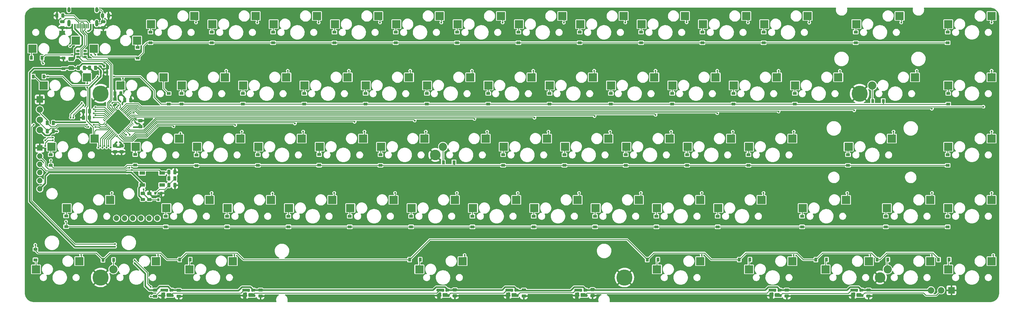
<source format=gbr>
%TF.GenerationSoftware,KiCad,Pcbnew,(5.99.0-2809-gaceed2b0a4)*%
%TF.CreationDate,2020-09-11T02:07:32-04:00*%
%TF.ProjectId,athene-pcb-f072,61746865-6e65-42d7-9063-622d66303732,rev?*%
%TF.SameCoordinates,Original*%
%TF.FileFunction,Copper,L2,Bot*%
%TF.FilePolarity,Positive*%
%FSLAX46Y46*%
G04 Gerber Fmt 4.6, Leading zero omitted, Abs format (unit mm)*
G04 Created by KiCad (PCBNEW (5.99.0-2809-gaceed2b0a4)) date 2020-09-11 02:07:32*
%MOMM*%
%LPD*%
G01*
G04 APERTURE LIST*
%TA.AperFunction,ComponentPad*%
%ADD10O,1.700000X1.700000*%
%TD*%
%TA.AperFunction,ComponentPad*%
%ADD11C,5.000000*%
%TD*%
%TA.AperFunction,ComponentPad*%
%ADD12C,3.300000*%
%TD*%
%TA.AperFunction,ComponentPad*%
%ADD13R,1.700000X1.700000*%
%TD*%
%TA.AperFunction,SMDPad,CuDef*%
%ADD14R,1.200000X0.900000*%
%TD*%
%TA.AperFunction,SMDPad,CuDef*%
%ADD15R,2.550000X2.500000*%
%TD*%
%TA.AperFunction,SMDPad,CuDef*%
%ADD16R,0.600000X1.450000*%
%TD*%
%TA.AperFunction,SMDPad,CuDef*%
%ADD17R,0.300000X1.450000*%
%TD*%
%TA.AperFunction,ComponentPad*%
%ADD18O,1.000000X2.100000*%
%TD*%
%TA.AperFunction,ComponentPad*%
%ADD19O,1.000000X1.600000*%
%TD*%
%TA.AperFunction,SMDPad,CuDef*%
%ADD20R,0.800000X0.900000*%
%TD*%
%TA.AperFunction,SMDPad,CuDef*%
%ADD21R,0.900000X1.200000*%
%TD*%
%TA.AperFunction,SMDPad,CuDef*%
%ADD22O,1.500000X0.850000*%
%TD*%
%TA.AperFunction,SMDPad,CuDef*%
%ADD23O,2.200000X0.850000*%
%TD*%
%TA.AperFunction,SMDPad,CuDef*%
%ADD24R,1.600000X0.850000*%
%TD*%
%TA.AperFunction,SMDPad,CuDef*%
%ADD25O,1.300000X0.850000*%
%TD*%
%TA.AperFunction,ComponentPad*%
%ADD26R,1.998980X1.998980*%
%TD*%
%TA.AperFunction,ComponentPad*%
%ADD27C,1.998980*%
%TD*%
%TA.AperFunction,SMDPad,CuDef*%
%ADD28C,2.550000*%
%TD*%
%TA.AperFunction,SMDPad,CuDef*%
%ADD29R,1.800000X1.100000*%
%TD*%
%TA.AperFunction,SMDPad,CuDef*%
%ADD30R,1.060000X0.650000*%
%TD*%
%TA.AperFunction,ViaPad*%
%ADD31C,0.600000*%
%TD*%
%TA.AperFunction,Conductor*%
%ADD32C,0.250000*%
%TD*%
%TA.AperFunction,Conductor*%
%ADD33C,0.500000*%
%TD*%
G04 APERTURE END LIST*
D10*
%TO.P,J5,6,Pin_6*%
%TO.N,EX6*%
X45415200Y-83210400D03*
%TO.P,J5,5,Pin_5*%
%TO.N,EX5*%
X47955200Y-83210400D03*
%TO.P,J5,4,Pin_4*%
%TO.N,EX4*%
X50495200Y-83210400D03*
%TO.P,J5,3,Pin_3*%
%TO.N,EX3*%
X53035200Y-83210400D03*
%TO.P,J5,2,Pin_2*%
%TO.N,EX2*%
X55575200Y-83210400D03*
%TO.P,J5,1,Pin_1*%
%TO.N,EX1*%
X58115200Y-83210400D03*
%TD*%
D11*
%TO.P,H4,1,1*%
%TO.N,GND*%
X203200000Y-101600000D03*
%TD*%
D12*
%TO.P,H5,1,1*%
%TO.N,GND*%
X282575000Y-101600000D03*
%TD*%
%TO.P,H3,1,1*%
%TO.N,GND*%
X144462500Y-63500000D03*
%TD*%
D11*
%TO.P,H2,1,1*%
%TO.N,GND*%
X40481250Y-101600000D03*
%TD*%
%TO.P,H1,1,1*%
%TO.N,GND*%
X40481250Y-44450000D03*
%TD*%
D13*
%TO.P,J3,1,Pin_1*%
%TO.N,GND*%
X21590000Y-61366400D03*
D10*
%TO.P,J3,2,Pin_2*%
%TO.N,NRST*%
X21590000Y-63906400D03*
%TO.P,J3,3,Pin_3*%
%TO.N,BOOT0*%
X21590000Y-66446400D03*
%TO.P,J3,4,Pin_4*%
%TO.N,SWDIO*%
X21590000Y-68986400D03*
%TO.P,J3,5,Pin_5*%
%TO.N,SWCLK*%
X21590000Y-71526400D03*
%TO.P,J3,6,Pin_6*%
%TO.N,+3V3*%
X21590000Y-74066400D03*
%TD*%
D11*
%TO.P,H6,1,1*%
%TO.N,GND*%
X276225000Y-44454000D03*
%TD*%
D14*
%TO.P,D32,1,K*%
%TO.N,ROW2*%
X51196875Y-66675000D03*
%TO.P,D32,2,A*%
%TO.N,Net-(D32-Pad2)*%
X51196875Y-63375000D03*
%TD*%
%TO.P,D13,1,K*%
%TO.N,ROW0*%
X246459375Y-28637500D03*
%TO.P,D13,2,A*%
%TO.N,Net-(D13-Pad2)*%
X246459375Y-25337500D03*
%TD*%
%TO.P,C9,1*%
%TO.N,+3V3*%
%TA.AperFunction,SMDPad,CuDef*%
G36*
G01*
X44501750Y-60170000D02*
X45414250Y-60170000D01*
G75*
G02*
X45658000Y-60413750I0J-243750D01*
G01*
X45658000Y-60901250D01*
G75*
G02*
X45414250Y-61145000I-243750J0D01*
G01*
X44501750Y-61145000D01*
G75*
G02*
X44258000Y-60901250I0J243750D01*
G01*
X44258000Y-60413750D01*
G75*
G02*
X44501750Y-60170000I243750J0D01*
G01*
G37*
%TD.AperFunction*%
%TO.P,C9,2*%
%TO.N,GND*%
%TA.AperFunction,SMDPad,CuDef*%
G36*
G01*
X44501750Y-62045000D02*
X45414250Y-62045000D01*
G75*
G02*
X45658000Y-62288750I0J-243750D01*
G01*
X45658000Y-62776250D01*
G75*
G02*
X45414250Y-63020000I-243750J0D01*
G01*
X44501750Y-63020000D01*
G75*
G02*
X44258000Y-62776250I0J243750D01*
G01*
X44258000Y-62288750D01*
G75*
G02*
X44501750Y-62045000I243750J0D01*
G01*
G37*
%TD.AperFunction*%
%TD*%
%TO.P,D30,1,K*%
%TO.N,ROW1*%
X303768125Y-47687500D03*
%TO.P,D30,2,A*%
%TO.N,Net-(D30-Pad2)*%
X303768125Y-44387500D03*
%TD*%
%TO.P,C2,1*%
%TO.N,+3V3*%
%TA.AperFunction,SMDPad,CuDef*%
G36*
G01*
X39398000Y-35992750D02*
X39398000Y-36905250D01*
G75*
G02*
X39154250Y-37149000I-243750J0D01*
G01*
X38666750Y-37149000D01*
G75*
G02*
X38423000Y-36905250I0J243750D01*
G01*
X38423000Y-35992750D01*
G75*
G02*
X38666750Y-35749000I243750J0D01*
G01*
X39154250Y-35749000D01*
G75*
G02*
X39398000Y-35992750I0J-243750D01*
G01*
G37*
%TD.AperFunction*%
%TO.P,C2,2*%
%TO.N,GND*%
%TA.AperFunction,SMDPad,CuDef*%
G36*
G01*
X37523000Y-35992750D02*
X37523000Y-36905250D01*
G75*
G02*
X37279250Y-37149000I-243750J0D01*
G01*
X36791750Y-37149000D01*
G75*
G02*
X36548000Y-36905250I0J243750D01*
G01*
X36548000Y-35992750D01*
G75*
G02*
X36791750Y-35749000I243750J0D01*
G01*
X37279250Y-35749000D01*
G75*
G02*
X37523000Y-35992750I0J-243750D01*
G01*
G37*
%TD.AperFunction*%
%TD*%
D15*
%TO.P,K54,1*%
%TO.N,Net-(D54-Pad2)*%
X213302500Y-80010000D03*
%TO.P,K54,2*%
%TO.N,COL9*%
X226752500Y-77470000D03*
%TD*%
D14*
%TO.P,D6,1,K*%
%TO.N,ROW0*%
X113109375Y-28637500D03*
%TO.P,D6,2,A*%
%TO.N,Net-(D6-Pad2)*%
X113109375Y-25337500D03*
%TD*%
D16*
%TO.P,J1,1,GND*%
%TO.N,GND*%
X31700000Y-23507500D03*
%TO.P,J1,2,VBUS*%
%TO.N,VBUS*%
X32475000Y-23507500D03*
D17*
%TO.P,J1,3,SBU2*%
%TO.N,Net-(J1-Pad3)*%
X33175000Y-23507500D03*
%TO.P,J1,4,CC1*%
%TO.N,Net-(J1-Pad4)*%
X33675000Y-23507500D03*
%TO.P,J1,5,DN2*%
%TO.N,D-*%
X34175000Y-23507500D03*
%TO.P,J1,6,DP1*%
%TO.N,D+*%
X34675000Y-23507500D03*
%TO.P,J1,7,DN1*%
%TO.N,D-*%
X35175000Y-23507500D03*
%TO.P,J1,8,DP2*%
%TO.N,D+*%
X35675000Y-23507500D03*
%TO.P,J1,9,SBU1*%
%TO.N,Net-(J1-Pad9)*%
X36175000Y-23507500D03*
%TO.P,J1,10,CC2*%
%TO.N,Net-(J1-Pad10)*%
X36675000Y-23507500D03*
D16*
%TO.P,J1,11,VBUS*%
%TO.N,VBUS*%
X37375000Y-23507500D03*
%TO.P,J1,12,GND*%
%TO.N,GND*%
X38150000Y-23507500D03*
D18*
%TO.P,J1,13,SHIELD*%
%TO.N,Net-(C10-Pad1)*%
X30605000Y-22592500D03*
D19*
X39245000Y-18412500D03*
X30605000Y-18412500D03*
D18*
X39245000Y-22592500D03*
%TD*%
D14*
%TO.P,D5,1,K*%
%TO.N,ROW0*%
X94059375Y-28637500D03*
%TO.P,D5,2,A*%
%TO.N,Net-(D5-Pad2)*%
X94059375Y-25337500D03*
%TD*%
D15*
%TO.P,K14,1*%
%TO.N,Net-(D14-Pad2)*%
X275215000Y-22860000D03*
%TO.P,K14,2*%
%TO.N,COL13*%
X288665000Y-20320000D03*
%TD*%
D14*
%TO.P,D3,1,K*%
%TO.N,ROW0*%
X55959375Y-28637500D03*
%TO.P,D3,2,A*%
%TO.N,Net-(D3-Pad2)*%
X55959375Y-25337500D03*
%TD*%
%TO.P,D40,1,K*%
%TO.N,ROW2*%
X203596875Y-66737500D03*
%TO.P,D40,2,A*%
%TO.N,Net-(D40-Pad2)*%
X203596875Y-63437500D03*
%TD*%
%TO.P,C18,1*%
%TO.N,BOOT0*%
%TA.AperFunction,SMDPad,CuDef*%
G36*
G01*
X61189432Y-71279560D02*
X61189432Y-70367060D01*
G75*
G02*
X61433182Y-70123310I243750J0D01*
G01*
X61920682Y-70123310D01*
G75*
G02*
X62164432Y-70367060I0J-243750D01*
G01*
X62164432Y-71279560D01*
G75*
G02*
X61920682Y-71523310I-243750J0D01*
G01*
X61433182Y-71523310D01*
G75*
G02*
X61189432Y-71279560I0J243750D01*
G01*
G37*
%TD.AperFunction*%
%TO.P,C18,2*%
%TO.N,Net-(C18-Pad2)*%
%TA.AperFunction,SMDPad,CuDef*%
G36*
G01*
X63064432Y-71279560D02*
X63064432Y-70367060D01*
G75*
G02*
X63308182Y-70123310I243750J0D01*
G01*
X63795682Y-70123310D01*
G75*
G02*
X64039432Y-70367060I0J-243750D01*
G01*
X64039432Y-71279560D01*
G75*
G02*
X63795682Y-71523310I-243750J0D01*
G01*
X63308182Y-71523310D01*
G75*
G02*
X63064432Y-71279560I0J243750D01*
G01*
G37*
%TD.AperFunction*%
%TD*%
%TO.P,D7,1,K*%
%TO.N,ROW0*%
X132159375Y-28637500D03*
%TO.P,D7,2,A*%
%TO.N,Net-(D7-Pad2)*%
X132159375Y-25337500D03*
%TD*%
D20*
%TO.P,U3,1,GND*%
%TO.N,GND*%
X42479000Y-37830000D03*
%TO.P,U3,2,VO*%
%TO.N,+3V3*%
X40579000Y-37830000D03*
%TO.P,U3,3,VI*%
%TO.N,+5V*%
X41529000Y-35830000D03*
%TD*%
D15*
%TO.P,K58,1*%
%TO.N,Net-(D58-Pad2)*%
X303790000Y-80010000D03*
%TO.P,K58,2*%
%TO.N,COL14*%
X317240000Y-77470000D03*
%TD*%
%TO.P,K24,1*%
%TO.N,Net-(D24-Pad2)*%
X179965000Y-41910000D03*
%TO.P,K24,2*%
%TO.N,COL8*%
X193415000Y-39370000D03*
%TD*%
D14*
%TO.P,D25,1,K*%
%TO.N,ROW1*%
X198993125Y-47687500D03*
%TO.P,D25,2,A*%
%TO.N,Net-(D25-Pad2)*%
X198993125Y-44387500D03*
%TD*%
%TO.P,D27,1,K*%
%TO.N,ROW1*%
X237093125Y-47687500D03*
%TO.P,D27,2,A*%
%TO.N,Net-(D27-Pad2)*%
X237093125Y-44387500D03*
%TD*%
%TO.P,D43,1,K*%
%TO.N,ROW2*%
X272653125Y-66737500D03*
%TO.P,D43,2,A*%
%TO.N,Net-(D43-Pad2)*%
X272653125Y-63437500D03*
%TD*%
%TO.P,C6,1*%
%TO.N,+3V3*%
%TA.AperFunction,SMDPad,CuDef*%
G36*
G01*
X47272000Y-43993750D02*
X47272000Y-44906250D01*
G75*
G02*
X47028250Y-45150000I-243750J0D01*
G01*
X46540750Y-45150000D01*
G75*
G02*
X46297000Y-44906250I0J243750D01*
G01*
X46297000Y-43993750D01*
G75*
G02*
X46540750Y-43750000I243750J0D01*
G01*
X47028250Y-43750000D01*
G75*
G02*
X47272000Y-43993750I0J-243750D01*
G01*
G37*
%TD.AperFunction*%
%TO.P,C6,2*%
%TO.N,GND*%
%TA.AperFunction,SMDPad,CuDef*%
G36*
G01*
X45397000Y-43993750D02*
X45397000Y-44906250D01*
G75*
G02*
X45153250Y-45150000I-243750J0D01*
G01*
X44665750Y-45150000D01*
G75*
G02*
X44422000Y-44906250I0J243750D01*
G01*
X44422000Y-43993750D01*
G75*
G02*
X44665750Y-43750000I243750J0D01*
G01*
X45153250Y-43750000D01*
G75*
G02*
X45397000Y-43993750I0J-243750D01*
G01*
G37*
%TD.AperFunction*%
%TD*%
D15*
%TO.P,K51,1*%
%TO.N,Net-(D51-Pad2)*%
X156152500Y-80010000D03*
%TO.P,K51,2*%
%TO.N,COL6*%
X169602500Y-77470000D03*
%TD*%
D14*
%TO.P,D2,1,K*%
%TO.N,ROW0*%
X51990625Y-33400000D03*
%TO.P,D2,2,A*%
%TO.N,Net-(D2-Pad2)*%
X51990625Y-30100000D03*
%TD*%
D15*
%TO.P,K22,1*%
%TO.N,Net-(D22-Pad2)*%
X141865000Y-41910000D03*
%TO.P,K22,2*%
%TO.N,COL6*%
X155315000Y-39370000D03*
%TD*%
D14*
%TO.P,D49,1,K*%
%TO.N,ROW3*%
X117871875Y-85850000D03*
%TO.P,D49,2,A*%
%TO.N,Net-(D49-Pad2)*%
X117871875Y-82550000D03*
%TD*%
D15*
%TO.P,K59,1*%
%TO.N,Net-(D59-Pad2)*%
X20421250Y-99060000D03*
%TO.P,K59,2*%
%TO.N,COL0*%
X33871250Y-96520000D03*
%TD*%
%TO.P,K15,1*%
%TO.N,Net-(D15-Pad2)*%
X303790000Y-22860000D03*
%TO.P,K15,2*%
%TO.N,COL14*%
X317240000Y-20320000D03*
%TD*%
D14*
%TO.P,D50,1,K*%
%TO.N,ROW3*%
X136921875Y-85850000D03*
%TO.P,D50,2,A*%
%TO.N,Net-(D50-Pad2)*%
X136921875Y-82550000D03*
%TD*%
D21*
%TO.P,D1,1,K*%
%TO.N,ROW0*%
X22294326Y-33337500D03*
%TO.P,D1,2,A*%
%TO.N,Net-(D1-Pad2)*%
X18994326Y-33337500D03*
%TD*%
D15*
%TO.P,K6,1*%
%TO.N,Net-(D6-Pad2)*%
X113290000Y-22860000D03*
%TO.P,K6,2*%
%TO.N,COL5*%
X126740000Y-20320000D03*
%TD*%
%TO.P,K55,1*%
%TO.N,Net-(D55-Pad2)*%
X232352500Y-80010000D03*
%TO.P,K55,2*%
%TO.N,COL10*%
X245802500Y-77470000D03*
%TD*%
D14*
%TO.P,D38,1,K*%
%TO.N,ROW2*%
X165496875Y-66737500D03*
%TO.P,D38,2,A*%
%TO.N,Net-(D38-Pad2)*%
X165496875Y-63437500D03*
%TD*%
%TO.P,D36,1,K*%
%TO.N,ROW2*%
X127396875Y-66737500D03*
%TO.P,D36,2,A*%
%TO.N,Net-(D36-Pad2)*%
X127396875Y-63437500D03*
%TD*%
D15*
%TO.P,K9,1*%
%TO.N,Net-(D9-Pad2)*%
X170440000Y-22860000D03*
%TO.P,K9,2*%
%TO.N,COL8*%
X183890000Y-20320000D03*
%TD*%
%TO.P,K53,1*%
%TO.N,Net-(D53-Pad2)*%
X194252500Y-80010000D03*
%TO.P,K53,2*%
%TO.N,COL8*%
X207702500Y-77470000D03*
%TD*%
D22*
%TO.P,RGB3,1,VSS*%
%TO.N,GND*%
X145543750Y-107237500D03*
%TA.AperFunction,SMDPad,CuDef*%
G36*
G01*
X144793750Y-107462750D02*
X144793750Y-107012250D01*
G75*
G02*
X144993500Y-106812500I199750J0D01*
G01*
X145594000Y-106812500D01*
G75*
G02*
X145793750Y-107012250I0J-199750D01*
G01*
X145793750Y-107462750D01*
G75*
G02*
X145594000Y-107662500I-199750J0D01*
G01*
X144993500Y-107662500D01*
G75*
G02*
X144793750Y-107462750I0J199750D01*
G01*
G37*
%TD.AperFunction*%
%TA.AperFunction,SMDPad,CuDef*%
G36*
G01*
X145443750Y-107450000D02*
X145443750Y-106425000D01*
G75*
G02*
X145656250Y-106212500I212500J0D01*
G01*
X146081250Y-106212500D01*
G75*
G02*
X146293750Y-106425000I0J-212500D01*
G01*
X146293750Y-107450000D01*
G75*
G02*
X146081250Y-107662500I-212500J0D01*
G01*
X145656250Y-107662500D01*
G75*
G02*
X145443750Y-107450000I0J212500D01*
G01*
G37*
%TD.AperFunction*%
%TO.P,RGB3,2,DIN*%
%TO.N,Net-(RGB2-Pad4)*%
%TA.AperFunction,SMDPad,CuDef*%
G36*
G01*
X144793750Y-105712750D02*
X144793750Y-105262250D01*
G75*
G02*
X144993500Y-105062500I199750J0D01*
G01*
X145594000Y-105062500D01*
G75*
G02*
X145793750Y-105262250I0J-199750D01*
G01*
X145793750Y-105712750D01*
G75*
G02*
X145594000Y-105912500I-199750J0D01*
G01*
X144993500Y-105912500D01*
G75*
G02*
X144793750Y-105712750I0J199750D01*
G01*
G37*
%TD.AperFunction*%
D23*
X145893750Y-105487500D03*
%TA.AperFunction,SMDPad,CuDef*%
G36*
G01*
X146331250Y-105806875D02*
X146331250Y-105268125D01*
G75*
G02*
X146536875Y-105062500I205625J0D01*
G01*
X147000625Y-105062500D01*
G75*
G02*
X147206250Y-105268125I0J-205625D01*
G01*
X147206250Y-105806875D01*
G75*
G02*
X147000625Y-106012500I-205625J0D01*
G01*
X146536875Y-106012500D01*
G75*
G02*
X146331250Y-105806875I0J205625D01*
G01*
G37*
%TD.AperFunction*%
D24*
X146093750Y-105487500D03*
%TO.P,RGB3,3,VDD*%
%TO.N,+5V*%
%TA.AperFunction,SMDPad,CuDef*%
G36*
G01*
X147598750Y-105812950D02*
X147598750Y-105262050D01*
G75*
G02*
X147798300Y-105062500I199550J0D01*
G01*
X148049200Y-105062500D01*
G75*
G02*
X148248750Y-105262050I0J-199550D01*
G01*
X148248750Y-105812950D01*
G75*
G02*
X148049200Y-106012500I-199550J0D01*
G01*
X147798300Y-106012500D01*
G75*
G02*
X147598750Y-105812950I0J199550D01*
G01*
G37*
%TD.AperFunction*%
%TA.AperFunction,SMDPad,CuDef*%
G36*
G01*
X147893750Y-105712750D02*
X147893750Y-105262250D01*
G75*
G02*
X148093500Y-105062500I199750J0D01*
G01*
X148694000Y-105062500D01*
G75*
G02*
X148893750Y-105262250I0J-199750D01*
G01*
X148893750Y-105712750D01*
G75*
G02*
X148694000Y-105912500I-199750J0D01*
G01*
X148093500Y-105912500D01*
G75*
G02*
X147893750Y-105712750I0J199750D01*
G01*
G37*
%TD.AperFunction*%
D25*
X148243750Y-105487500D03*
D23*
%TO.P,RGB3,4,DOUT*%
%TO.N,Net-(RGB3-Pad4)*%
X147793750Y-107237500D03*
%TA.AperFunction,SMDPad,CuDef*%
G36*
G01*
X146693750Y-107467500D02*
X146693750Y-106617500D01*
G75*
G02*
X146893750Y-106417500I200000J0D01*
G01*
X148043750Y-106417500D01*
G75*
G02*
X148243750Y-106617500I0J-200000D01*
G01*
X148243750Y-107467500D01*
G75*
G02*
X148043750Y-107667500I-200000J0D01*
G01*
X146893750Y-107667500D01*
G75*
G02*
X146693750Y-107467500I0J200000D01*
G01*
G37*
%TD.AperFunction*%
%TA.AperFunction,SMDPad,CuDef*%
G36*
G01*
X147893750Y-107462750D02*
X147893750Y-107012250D01*
G75*
G02*
X148093500Y-106812500I199750J0D01*
G01*
X148694000Y-106812500D01*
G75*
G02*
X148893750Y-107012250I0J-199750D01*
G01*
X148893750Y-107462750D01*
G75*
G02*
X148694000Y-107662500I-199750J0D01*
G01*
X148093500Y-107662500D01*
G75*
G02*
X147893750Y-107462750I0J199750D01*
G01*
G37*
%TD.AperFunction*%
%TD*%
D15*
%TO.P,K31,1*%
%TO.N,Net-(D31-Pad2)*%
X25183750Y-60960000D03*
%TO.P,K31,2*%
%TO.N,COL0*%
X38633750Y-58420000D03*
%TD*%
D14*
%TO.P,D46,1,K*%
%TO.N,ROW3*%
X60721875Y-85850000D03*
%TO.P,D46,2,A*%
%TO.N,Net-(D46-Pad2)*%
X60721875Y-82550000D03*
%TD*%
D21*
%TO.P,D16,1,K*%
%TO.N,ROW1*%
X22859000Y-39116000D03*
%TO.P,D16,2,A*%
%TO.N,Net-(D16-Pad2)*%
X19559000Y-39116000D03*
%TD*%
%TO.P,R4,1*%
%TO.N,BOOT0*%
%TA.AperFunction,SMDPad,CuDef*%
G36*
G01*
X61186909Y-69289109D02*
X61186909Y-68376609D01*
G75*
G02*
X61430659Y-68132859I243750J0D01*
G01*
X61918159Y-68132859D01*
G75*
G02*
X62161909Y-68376609I0J-243750D01*
G01*
X62161909Y-69289109D01*
G75*
G02*
X61918159Y-69532859I-243750J0D01*
G01*
X61430659Y-69532859D01*
G75*
G02*
X61186909Y-69289109I0J243750D01*
G01*
G37*
%TD.AperFunction*%
%TO.P,R4,2*%
%TO.N,GND*%
%TA.AperFunction,SMDPad,CuDef*%
G36*
G01*
X63061909Y-69289109D02*
X63061909Y-68376609D01*
G75*
G02*
X63305659Y-68132859I243750J0D01*
G01*
X63793159Y-68132859D01*
G75*
G02*
X64036909Y-68376609I0J-243750D01*
G01*
X64036909Y-69289109D01*
G75*
G02*
X63793159Y-69532859I-243750J0D01*
G01*
X63305659Y-69532859D01*
G75*
G02*
X63061909Y-69289109I0J243750D01*
G01*
G37*
%TD.AperFunction*%
%TD*%
D15*
%TO.P,K28,1*%
%TO.N,Net-(D28-Pad2)*%
X256165000Y-41910000D03*
%TO.P,K28,2*%
%TO.N,COL12*%
X269615000Y-39370000D03*
%TD*%
D14*
%TO.P,D39,1,K*%
%TO.N,ROW2*%
X184546875Y-66737500D03*
%TO.P,D39,2,A*%
%TO.N,Net-(D39-Pad2)*%
X184546875Y-63437500D03*
%TD*%
%TO.P,D58,1,K*%
%TO.N,ROW3*%
X303609375Y-85850000D03*
%TO.P,D58,2,A*%
%TO.N,Net-(D58-Pad2)*%
X303609375Y-82550000D03*
%TD*%
D15*
%TO.P,K30,1*%
%TO.N,Net-(D30-Pad2)*%
X303790000Y-41910000D03*
%TO.P,K30,2*%
%TO.N,COL14*%
X317240000Y-39370000D03*
%TD*%
%TO.P,R7,1*%
%TO.N,+3V3*%
%TA.AperFunction,SMDPad,CuDef*%
G36*
G01*
X26258391Y-53099144D02*
X26258391Y-54011644D01*
G75*
G02*
X26014641Y-54255394I-243750J0D01*
G01*
X25527141Y-54255394D01*
G75*
G02*
X25283391Y-54011644I0J243750D01*
G01*
X25283391Y-53099144D01*
G75*
G02*
X25527141Y-52855394I243750J0D01*
G01*
X26014641Y-52855394D01*
G75*
G02*
X26258391Y-53099144I0J-243750D01*
G01*
G37*
%TD.AperFunction*%
%TO.P,R7,2*%
%TO.N,I2C2_SDA*%
%TA.AperFunction,SMDPad,CuDef*%
G36*
G01*
X24383391Y-53099144D02*
X24383391Y-54011644D01*
G75*
G02*
X24139641Y-54255394I-243750J0D01*
G01*
X23652141Y-54255394D01*
G75*
G02*
X23408391Y-54011644I0J243750D01*
G01*
X23408391Y-53099144D01*
G75*
G02*
X23652141Y-52855394I243750J0D01*
G01*
X24139641Y-52855394D01*
G75*
G02*
X24383391Y-53099144I0J-243750D01*
G01*
G37*
%TD.AperFunction*%
%TD*%
D14*
%TO.P,D14,1,K*%
%TO.N,ROW0*%
X275034375Y-28637500D03*
%TO.P,D14,2,A*%
%TO.N,Net-(D14-Pad2)*%
X275034375Y-25337500D03*
%TD*%
%TO.P,D53,1,K*%
%TO.N,ROW3*%
X194071875Y-85850000D03*
%TO.P,D53,2,A*%
%TO.N,Net-(D53-Pad2)*%
X194071875Y-82550000D03*
%TD*%
%TO.P,D26,1,K*%
%TO.N,ROW1*%
X218043125Y-47687500D03*
%TO.P,D26,2,A*%
%TO.N,Net-(D26-Pad2)*%
X218043125Y-44387500D03*
%TD*%
%TO.P,D19,1,K*%
%TO.N,ROW1*%
X84693125Y-47687500D03*
%TO.P,D19,2,A*%
%TO.N,Net-(D19-Pad2)*%
X84693125Y-44387500D03*
%TD*%
D15*
%TO.P,K23,1*%
%TO.N,Net-(D23-Pad2)*%
X160915000Y-41910000D03*
%TO.P,K23,2*%
%TO.N,COL7*%
X174365000Y-39370000D03*
%TD*%
D22*
%TO.P,RGB6,1,VSS*%
%TO.N,GND*%
X248731250Y-107237500D03*
%TA.AperFunction,SMDPad,CuDef*%
G36*
G01*
X247981250Y-107462750D02*
X247981250Y-107012250D01*
G75*
G02*
X248181000Y-106812500I199750J0D01*
G01*
X248781500Y-106812500D01*
G75*
G02*
X248981250Y-107012250I0J-199750D01*
G01*
X248981250Y-107462750D01*
G75*
G02*
X248781500Y-107662500I-199750J0D01*
G01*
X248181000Y-107662500D01*
G75*
G02*
X247981250Y-107462750I0J199750D01*
G01*
G37*
%TD.AperFunction*%
%TA.AperFunction,SMDPad,CuDef*%
G36*
G01*
X248631250Y-107450000D02*
X248631250Y-106425000D01*
G75*
G02*
X248843750Y-106212500I212500J0D01*
G01*
X249268750Y-106212500D01*
G75*
G02*
X249481250Y-106425000I0J-212500D01*
G01*
X249481250Y-107450000D01*
G75*
G02*
X249268750Y-107662500I-212500J0D01*
G01*
X248843750Y-107662500D01*
G75*
G02*
X248631250Y-107450000I0J212500D01*
G01*
G37*
%TD.AperFunction*%
%TO.P,RGB6,2,DIN*%
%TO.N,Net-(RGB5-Pad4)*%
%TA.AperFunction,SMDPad,CuDef*%
G36*
G01*
X247981250Y-105712750D02*
X247981250Y-105262250D01*
G75*
G02*
X248181000Y-105062500I199750J0D01*
G01*
X248781500Y-105062500D01*
G75*
G02*
X248981250Y-105262250I0J-199750D01*
G01*
X248981250Y-105712750D01*
G75*
G02*
X248781500Y-105912500I-199750J0D01*
G01*
X248181000Y-105912500D01*
G75*
G02*
X247981250Y-105712750I0J199750D01*
G01*
G37*
%TD.AperFunction*%
%TA.AperFunction,SMDPad,CuDef*%
G36*
G01*
X249518750Y-105806875D02*
X249518750Y-105268125D01*
G75*
G02*
X249724375Y-105062500I205625J0D01*
G01*
X250188125Y-105062500D01*
G75*
G02*
X250393750Y-105268125I0J-205625D01*
G01*
X250393750Y-105806875D01*
G75*
G02*
X250188125Y-106012500I-205625J0D01*
G01*
X249724375Y-106012500D01*
G75*
G02*
X249518750Y-105806875I0J205625D01*
G01*
G37*
%TD.AperFunction*%
D23*
X249081250Y-105487500D03*
D24*
X249281250Y-105487500D03*
%TO.P,RGB6,3,VDD*%
%TO.N,+5V*%
%TA.AperFunction,SMDPad,CuDef*%
G36*
G01*
X251081250Y-105712750D02*
X251081250Y-105262250D01*
G75*
G02*
X251281000Y-105062500I199750J0D01*
G01*
X251881500Y-105062500D01*
G75*
G02*
X252081250Y-105262250I0J-199750D01*
G01*
X252081250Y-105712750D01*
G75*
G02*
X251881500Y-105912500I-199750J0D01*
G01*
X251281000Y-105912500D01*
G75*
G02*
X251081250Y-105712750I0J199750D01*
G01*
G37*
%TD.AperFunction*%
%TA.AperFunction,SMDPad,CuDef*%
G36*
G01*
X250786250Y-105812950D02*
X250786250Y-105262050D01*
G75*
G02*
X250985800Y-105062500I199550J0D01*
G01*
X251236700Y-105062500D01*
G75*
G02*
X251436250Y-105262050I0J-199550D01*
G01*
X251436250Y-105812950D01*
G75*
G02*
X251236700Y-106012500I-199550J0D01*
G01*
X250985800Y-106012500D01*
G75*
G02*
X250786250Y-105812950I0J199550D01*
G01*
G37*
%TD.AperFunction*%
D25*
X251431250Y-105487500D03*
%TO.P,RGB6,4,DOUT*%
%TO.N,Net-(RGB6-Pad4)*%
%TA.AperFunction,SMDPad,CuDef*%
G36*
G01*
X249881250Y-107467500D02*
X249881250Y-106617500D01*
G75*
G02*
X250081250Y-106417500I200000J0D01*
G01*
X251231250Y-106417500D01*
G75*
G02*
X251431250Y-106617500I0J-200000D01*
G01*
X251431250Y-107467500D01*
G75*
G02*
X251231250Y-107667500I-200000J0D01*
G01*
X250081250Y-107667500D01*
G75*
G02*
X249881250Y-107467500I0J200000D01*
G01*
G37*
%TD.AperFunction*%
D23*
X250981250Y-107237500D03*
%TA.AperFunction,SMDPad,CuDef*%
G36*
G01*
X251081250Y-107462750D02*
X251081250Y-107012250D01*
G75*
G02*
X251281000Y-106812500I199750J0D01*
G01*
X251881500Y-106812500D01*
G75*
G02*
X252081250Y-107012250I0J-199750D01*
G01*
X252081250Y-107462750D01*
G75*
G02*
X251881500Y-107662500I-199750J0D01*
G01*
X251281000Y-107662500D01*
G75*
G02*
X251081250Y-107462750I0J199750D01*
G01*
G37*
%TD.AperFunction*%
%TD*%
D26*
%TO.P,J2,1,Pin_1*%
%TO.N,GND*%
X21590000Y-46228000D03*
D27*
%TO.P,J2,2,Pin_2*%
%TO.N,I2C2_SDA*%
X21590000Y-49403000D03*
%TO.P,J2,3,Pin_3*%
%TO.N,I2C2_SCL*%
X21590000Y-52578000D03*
%TO.P,J2,4,Pin_4*%
%TO.N,+3V3*%
X21590000Y-55753000D03*
%TD*%
D14*
%TO.P,D57,1,K*%
%TO.N,ROW3*%
X284400625Y-85850000D03*
%TO.P,D57,2,A*%
%TO.N,Net-(D57-Pad2)*%
X284400625Y-82550000D03*
%TD*%
D21*
%TO.P,D29,1,K*%
%TO.N,ROW1*%
X283590000Y-46736000D03*
%TO.P,D29,2,A*%
%TO.N,Net-(D29-Pad2)*%
X280290000Y-46736000D03*
%TD*%
D15*
%TO.P,K17,1*%
%TO.N,COL1*%
X46615000Y-41910000D03*
%TO.P,K17,2*%
%TO.N,Net-(D17-Pad2)*%
X60065000Y-39370000D03*
%TD*%
%TO.P,K26,1*%
%TO.N,Net-(D26-Pad2)*%
X218065000Y-41910000D03*
%TO.P,K26,2*%
%TO.N,COL10*%
X231515000Y-39370000D03*
%TD*%
D21*
%TO.P,D63,1,K*%
%TO.N,ROW4*%
X210281250Y-96043750D03*
%TO.P,D63,2,A*%
%TO.N,Net-(D63-Pad2)*%
X213581250Y-96043750D03*
%TD*%
D14*
%TO.P,D45,1,K*%
%TO.N,ROW3*%
X29765625Y-85787500D03*
%TO.P,D45,2,A*%
%TO.N,Net-(D45-Pad2)*%
X29765625Y-82487500D03*
%TD*%
%TO.P,D47,1,K*%
%TO.N,ROW3*%
X79771875Y-85850000D03*
%TO.P,D47,2,A*%
%TO.N,Net-(D47-Pad2)*%
X79771875Y-82550000D03*
%TD*%
%TO.P,R6,1*%
%TO.N,Net-(C18-Pad2)*%
%TA.AperFunction,SMDPad,CuDef*%
G36*
G01*
X61186000Y-73354250D02*
X61186000Y-72441750D01*
G75*
G02*
X61429750Y-72198000I243750J0D01*
G01*
X61917250Y-72198000D01*
G75*
G02*
X62161000Y-72441750I0J-243750D01*
G01*
X62161000Y-73354250D01*
G75*
G02*
X61917250Y-73598000I-243750J0D01*
G01*
X61429750Y-73598000D01*
G75*
G02*
X61186000Y-73354250I0J243750D01*
G01*
G37*
%TD.AperFunction*%
%TO.P,R6,2*%
%TO.N,GND*%
%TA.AperFunction,SMDPad,CuDef*%
G36*
G01*
X63061000Y-73354250D02*
X63061000Y-72441750D01*
G75*
G02*
X63304750Y-72198000I243750J0D01*
G01*
X63792250Y-72198000D01*
G75*
G02*
X64036000Y-72441750I0J-243750D01*
G01*
X64036000Y-73354250D01*
G75*
G02*
X63792250Y-73598000I-243750J0D01*
G01*
X63304750Y-73598000D01*
G75*
G02*
X63061000Y-73354250I0J243750D01*
G01*
G37*
%TD.AperFunction*%
%TD*%
D15*
%TO.P,K61,1*%
%TO.N,Net-(D61-Pad2)*%
X68046250Y-99060000D03*
%TO.P,K61,2*%
%TO.N,COL2*%
X81496250Y-96520000D03*
%TD*%
%TO.P,RGB2,1,VSS*%
%TO.N,GND*%
%TA.AperFunction,SMDPad,CuDef*%
G36*
G01*
X84468750Y-107462750D02*
X84468750Y-107012250D01*
G75*
G02*
X84668500Y-106812500I199750J0D01*
G01*
X85269000Y-106812500D01*
G75*
G02*
X85468750Y-107012250I0J-199750D01*
G01*
X85468750Y-107462750D01*
G75*
G02*
X85269000Y-107662500I-199750J0D01*
G01*
X84668500Y-107662500D01*
G75*
G02*
X84468750Y-107462750I0J199750D01*
G01*
G37*
%TD.AperFunction*%
%TA.AperFunction,SMDPad,CuDef*%
G36*
G01*
X85118750Y-107450000D02*
X85118750Y-106425000D01*
G75*
G02*
X85331250Y-106212500I212500J0D01*
G01*
X85756250Y-106212500D01*
G75*
G02*
X85968750Y-106425000I0J-212500D01*
G01*
X85968750Y-107450000D01*
G75*
G02*
X85756250Y-107662500I-212500J0D01*
G01*
X85331250Y-107662500D01*
G75*
G02*
X85118750Y-107450000I0J212500D01*
G01*
G37*
%TD.AperFunction*%
D22*
X85218750Y-107237500D03*
D23*
%TO.P,RGB2,2,DIN*%
%TO.N,Net-(RGB1-Pad4)*%
X85568750Y-105487500D03*
%TA.AperFunction,SMDPad,CuDef*%
G36*
G01*
X86006250Y-105806875D02*
X86006250Y-105268125D01*
G75*
G02*
X86211875Y-105062500I205625J0D01*
G01*
X86675625Y-105062500D01*
G75*
G02*
X86881250Y-105268125I0J-205625D01*
G01*
X86881250Y-105806875D01*
G75*
G02*
X86675625Y-106012500I-205625J0D01*
G01*
X86211875Y-106012500D01*
G75*
G02*
X86006250Y-105806875I0J205625D01*
G01*
G37*
%TD.AperFunction*%
D24*
X85768750Y-105487500D03*
%TA.AperFunction,SMDPad,CuDef*%
G36*
G01*
X84468750Y-105712750D02*
X84468750Y-105262250D01*
G75*
G02*
X84668500Y-105062500I199750J0D01*
G01*
X85269000Y-105062500D01*
G75*
G02*
X85468750Y-105262250I0J-199750D01*
G01*
X85468750Y-105712750D01*
G75*
G02*
X85269000Y-105912500I-199750J0D01*
G01*
X84668500Y-105912500D01*
G75*
G02*
X84468750Y-105712750I0J199750D01*
G01*
G37*
%TD.AperFunction*%
%TO.P,RGB2,3,VDD*%
%TO.N,+5V*%
%TA.AperFunction,SMDPad,CuDef*%
G36*
G01*
X87273750Y-105812950D02*
X87273750Y-105262050D01*
G75*
G02*
X87473300Y-105062500I199550J0D01*
G01*
X87724200Y-105062500D01*
G75*
G02*
X87923750Y-105262050I0J-199550D01*
G01*
X87923750Y-105812950D01*
G75*
G02*
X87724200Y-106012500I-199550J0D01*
G01*
X87473300Y-106012500D01*
G75*
G02*
X87273750Y-105812950I0J199550D01*
G01*
G37*
%TD.AperFunction*%
D25*
X87918750Y-105487500D03*
%TA.AperFunction,SMDPad,CuDef*%
G36*
G01*
X87568750Y-105712750D02*
X87568750Y-105262250D01*
G75*
G02*
X87768500Y-105062500I199750J0D01*
G01*
X88369000Y-105062500D01*
G75*
G02*
X88568750Y-105262250I0J-199750D01*
G01*
X88568750Y-105712750D01*
G75*
G02*
X88369000Y-105912500I-199750J0D01*
G01*
X87768500Y-105912500D01*
G75*
G02*
X87568750Y-105712750I0J199750D01*
G01*
G37*
%TD.AperFunction*%
%TO.P,RGB2,4,DOUT*%
%TO.N,Net-(RGB2-Pad4)*%
%TA.AperFunction,SMDPad,CuDef*%
G36*
G01*
X86368750Y-107467500D02*
X86368750Y-106617500D01*
G75*
G02*
X86568750Y-106417500I200000J0D01*
G01*
X87718750Y-106417500D01*
G75*
G02*
X87918750Y-106617500I0J-200000D01*
G01*
X87918750Y-107467500D01*
G75*
G02*
X87718750Y-107667500I-200000J0D01*
G01*
X86568750Y-107667500D01*
G75*
G02*
X86368750Y-107467500I0J200000D01*
G01*
G37*
%TD.AperFunction*%
D23*
X87468750Y-107237500D03*
%TA.AperFunction,SMDPad,CuDef*%
G36*
G01*
X87568750Y-107462750D02*
X87568750Y-107012250D01*
G75*
G02*
X87768500Y-106812500I199750J0D01*
G01*
X88369000Y-106812500D01*
G75*
G02*
X88568750Y-107012250I0J-199750D01*
G01*
X88568750Y-107462750D01*
G75*
G02*
X88369000Y-107662500I-199750J0D01*
G01*
X87768500Y-107662500D01*
G75*
G02*
X87568750Y-107462750I0J199750D01*
G01*
G37*
%TD.AperFunction*%
%TD*%
D15*
%TO.P,K5,1*%
%TO.N,Net-(D5-Pad2)*%
X94240000Y-22860000D03*
%TO.P,K5,2*%
%TO.N,COL4*%
X107690000Y-20320000D03*
%TD*%
D14*
%TO.P,D56,1,K*%
%TO.N,ROW3*%
X258365625Y-85850000D03*
%TO.P,D56,2,A*%
%TO.N,Net-(D56-Pad2)*%
X258365625Y-82550000D03*
%TD*%
D28*
%TO.P,K29,1*%
%TO.N,Net-(D29-Pad2)*%
X280193750Y-41910000D03*
D15*
%TO.P,K29,2*%
%TO.N,COL13*%
X293427500Y-39370000D03*
%TD*%
%TO.P,R3,1*%
%TO.N,GND*%
%TA.AperFunction,SMDPad,CuDef*%
G36*
G01*
X41731250Y-24460500D02*
X40818750Y-24460500D01*
G75*
G02*
X40575000Y-24216750I0J243750D01*
G01*
X40575000Y-23729250D01*
G75*
G02*
X40818750Y-23485500I243750J0D01*
G01*
X41731250Y-23485500D01*
G75*
G02*
X41975000Y-23729250I0J-243750D01*
G01*
X41975000Y-24216750D01*
G75*
G02*
X41731250Y-24460500I-243750J0D01*
G01*
G37*
%TD.AperFunction*%
%TO.P,R3,2*%
%TO.N,Net-(C10-Pad1)*%
%TA.AperFunction,SMDPad,CuDef*%
G36*
G01*
X41731250Y-22585500D02*
X40818750Y-22585500D01*
G75*
G02*
X40575000Y-22341750I0J243750D01*
G01*
X40575000Y-21854250D01*
G75*
G02*
X40818750Y-21610500I243750J0D01*
G01*
X41731250Y-21610500D01*
G75*
G02*
X41975000Y-21854250I0J-243750D01*
G01*
X41975000Y-22341750D01*
G75*
G02*
X41731250Y-22585500I-243750J0D01*
G01*
G37*
%TD.AperFunction*%
%TD*%
%TO.P,C15,1*%
%TO.N,+5V*%
%TA.AperFunction,SMDPad,CuDef*%
G36*
G01*
X192837750Y-104874000D02*
X193750250Y-104874000D01*
G75*
G02*
X193994000Y-105117750I0J-243750D01*
G01*
X193994000Y-105605250D01*
G75*
G02*
X193750250Y-105849000I-243750J0D01*
G01*
X192837750Y-105849000D01*
G75*
G02*
X192594000Y-105605250I0J243750D01*
G01*
X192594000Y-105117750D01*
G75*
G02*
X192837750Y-104874000I243750J0D01*
G01*
G37*
%TD.AperFunction*%
%TO.P,C15,2*%
%TO.N,GND*%
%TA.AperFunction,SMDPad,CuDef*%
G36*
G01*
X192837750Y-106749000D02*
X193750250Y-106749000D01*
G75*
G02*
X193994000Y-106992750I0J-243750D01*
G01*
X193994000Y-107480250D01*
G75*
G02*
X193750250Y-107724000I-243750J0D01*
G01*
X192837750Y-107724000D01*
G75*
G02*
X192594000Y-107480250I0J243750D01*
G01*
X192594000Y-106992750D01*
G75*
G02*
X192837750Y-106749000I243750J0D01*
G01*
G37*
%TD.AperFunction*%
%TD*%
%TO.P,K47,1*%
%TO.N,Net-(D47-Pad2)*%
X79952500Y-80010000D03*
%TO.P,K47,2*%
%TO.N,COL2*%
X93402500Y-77470000D03*
%TD*%
D14*
%TO.P,D21,1,K*%
%TO.N,ROW1*%
X122793125Y-47687500D03*
%TO.P,D21,2,A*%
%TO.N,Net-(D21-Pad2)*%
X122793125Y-44387500D03*
%TD*%
D15*
%TO.P,K64,1*%
%TO.N,Net-(D64-Pad2)*%
X241877500Y-99060000D03*
%TO.P,K64,2*%
%TO.N,COL10*%
X255327500Y-96520000D03*
%TD*%
%TO.P,K2,1*%
%TO.N,Net-(D2-Pad2)*%
X51810000Y-27940000D03*
%TO.P,K2,2*%
%TO.N,COL1*%
X38360000Y-30480000D03*
%TD*%
%TO.P,K42,1*%
%TO.N,Net-(D42-Pad2)*%
X241877500Y-60960000D03*
%TO.P,K42,2*%
%TO.N,COL11*%
X255327500Y-58420000D03*
%TD*%
D14*
%TO.P,D23,1,K*%
%TO.N,ROW1*%
X160893125Y-47687500D03*
%TO.P,D23,2,A*%
%TO.N,Net-(D23-Pad2)*%
X160893125Y-44387500D03*
%TD*%
%TO.P,RGB5,1,VSS*%
%TO.N,GND*%
%TA.AperFunction,SMDPad,CuDef*%
G36*
G01*
X187656250Y-107462750D02*
X187656250Y-107012250D01*
G75*
G02*
X187856000Y-106812500I199750J0D01*
G01*
X188456500Y-106812500D01*
G75*
G02*
X188656250Y-107012250I0J-199750D01*
G01*
X188656250Y-107462750D01*
G75*
G02*
X188456500Y-107662500I-199750J0D01*
G01*
X187856000Y-107662500D01*
G75*
G02*
X187656250Y-107462750I0J199750D01*
G01*
G37*
%TD.AperFunction*%
D22*
X188406250Y-107237500D03*
%TA.AperFunction,SMDPad,CuDef*%
G36*
G01*
X188306250Y-107450000D02*
X188306250Y-106425000D01*
G75*
G02*
X188518750Y-106212500I212500J0D01*
G01*
X188943750Y-106212500D01*
G75*
G02*
X189156250Y-106425000I0J-212500D01*
G01*
X189156250Y-107450000D01*
G75*
G02*
X188943750Y-107662500I-212500J0D01*
G01*
X188518750Y-107662500D01*
G75*
G02*
X188306250Y-107450000I0J212500D01*
G01*
G37*
%TD.AperFunction*%
%TO.P,RGB5,2,DIN*%
%TO.N,Net-(RGB4-Pad4)*%
%TA.AperFunction,SMDPad,CuDef*%
G36*
G01*
X187656250Y-105712750D02*
X187656250Y-105262250D01*
G75*
G02*
X187856000Y-105062500I199750J0D01*
G01*
X188456500Y-105062500D01*
G75*
G02*
X188656250Y-105262250I0J-199750D01*
G01*
X188656250Y-105712750D01*
G75*
G02*
X188456500Y-105912500I-199750J0D01*
G01*
X187856000Y-105912500D01*
G75*
G02*
X187656250Y-105712750I0J199750D01*
G01*
G37*
%TD.AperFunction*%
D24*
X188956250Y-105487500D03*
%TA.AperFunction,SMDPad,CuDef*%
G36*
G01*
X189193750Y-105806875D02*
X189193750Y-105268125D01*
G75*
G02*
X189399375Y-105062500I205625J0D01*
G01*
X189863125Y-105062500D01*
G75*
G02*
X190068750Y-105268125I0J-205625D01*
G01*
X190068750Y-105806875D01*
G75*
G02*
X189863125Y-106012500I-205625J0D01*
G01*
X189399375Y-106012500D01*
G75*
G02*
X189193750Y-105806875I0J205625D01*
G01*
G37*
%TD.AperFunction*%
D23*
X188756250Y-105487500D03*
D25*
%TO.P,RGB5,3,VDD*%
%TO.N,+5V*%
X191106250Y-105487500D03*
%TA.AperFunction,SMDPad,CuDef*%
G36*
G01*
X190461250Y-105812950D02*
X190461250Y-105262050D01*
G75*
G02*
X190660800Y-105062500I199550J0D01*
G01*
X190911700Y-105062500D01*
G75*
G02*
X191111250Y-105262050I0J-199550D01*
G01*
X191111250Y-105812950D01*
G75*
G02*
X190911700Y-106012500I-199550J0D01*
G01*
X190660800Y-106012500D01*
G75*
G02*
X190461250Y-105812950I0J199550D01*
G01*
G37*
%TD.AperFunction*%
%TA.AperFunction,SMDPad,CuDef*%
G36*
G01*
X190756250Y-105712750D02*
X190756250Y-105262250D01*
G75*
G02*
X190956000Y-105062500I199750J0D01*
G01*
X191556500Y-105062500D01*
G75*
G02*
X191756250Y-105262250I0J-199750D01*
G01*
X191756250Y-105712750D01*
G75*
G02*
X191556500Y-105912500I-199750J0D01*
G01*
X190956000Y-105912500D01*
G75*
G02*
X190756250Y-105712750I0J199750D01*
G01*
G37*
%TD.AperFunction*%
D23*
%TO.P,RGB5,4,DOUT*%
%TO.N,Net-(RGB5-Pad4)*%
X190656250Y-107237500D03*
%TA.AperFunction,SMDPad,CuDef*%
G36*
G01*
X190756250Y-107462750D02*
X190756250Y-107012250D01*
G75*
G02*
X190956000Y-106812500I199750J0D01*
G01*
X191556500Y-106812500D01*
G75*
G02*
X191756250Y-107012250I0J-199750D01*
G01*
X191756250Y-107462750D01*
G75*
G02*
X191556500Y-107662500I-199750J0D01*
G01*
X190956000Y-107662500D01*
G75*
G02*
X190756250Y-107462750I0J199750D01*
G01*
G37*
%TD.AperFunction*%
%TA.AperFunction,SMDPad,CuDef*%
G36*
G01*
X189556250Y-107467500D02*
X189556250Y-106617500D01*
G75*
G02*
X189756250Y-106417500I200000J0D01*
G01*
X190906250Y-106417500D01*
G75*
G02*
X191106250Y-106617500I0J-200000D01*
G01*
X191106250Y-107467500D01*
G75*
G02*
X190906250Y-107667500I-200000J0D01*
G01*
X189756250Y-107667500D01*
G75*
G02*
X189556250Y-107467500I0J200000D01*
G01*
G37*
%TD.AperFunction*%
%TD*%
%TO.P,C19,1*%
%TO.N,NRST*%
%TA.AperFunction,SMDPad,CuDef*%
G36*
G01*
X56072306Y-77876055D02*
X55159806Y-77876055D01*
G75*
G02*
X54916056Y-77632305I0J243750D01*
G01*
X54916056Y-77144805D01*
G75*
G02*
X55159806Y-76901055I243750J0D01*
G01*
X56072306Y-76901055D01*
G75*
G02*
X56316056Y-77144805I0J-243750D01*
G01*
X56316056Y-77632305D01*
G75*
G02*
X56072306Y-77876055I-243750J0D01*
G01*
G37*
%TD.AperFunction*%
%TO.P,C19,2*%
%TO.N,GND*%
%TA.AperFunction,SMDPad,CuDef*%
G36*
G01*
X56072306Y-76001055D02*
X55159806Y-76001055D01*
G75*
G02*
X54916056Y-75757305I0J243750D01*
G01*
X54916056Y-75269805D01*
G75*
G02*
X55159806Y-75026055I243750J0D01*
G01*
X56072306Y-75026055D01*
G75*
G02*
X56316056Y-75269805I0J-243750D01*
G01*
X56316056Y-75757305D01*
G75*
G02*
X56072306Y-76001055I-243750J0D01*
G01*
G37*
%TD.AperFunction*%
%TD*%
D15*
%TO.P,K38,1*%
%TO.N,Net-(D38-Pad2)*%
X165677500Y-60960000D03*
%TO.P,K38,2*%
%TO.N,COL7*%
X179127500Y-58420000D03*
%TD*%
%TO.P,K20,1*%
%TO.N,Net-(D20-Pad2)*%
X103765000Y-41910000D03*
%TO.P,K20,2*%
%TO.N,COL4*%
X117215000Y-39370000D03*
%TD*%
%TO.P,K52,1*%
%TO.N,Net-(D52-Pad2)*%
X175202500Y-80010000D03*
%TO.P,K52,2*%
%TO.N,COL7*%
X188652500Y-77470000D03*
%TD*%
D14*
%TO.P,D59,1,K*%
%TO.N,ROW4*%
X20240625Y-92806250D03*
%TO.P,D59,2,A*%
%TO.N,Net-(D59-Pad2)*%
X20240625Y-96106250D03*
%TD*%
%TO.P,D15,1,K*%
%TO.N,ROW0*%
X303609375Y-28637500D03*
%TO.P,D15,2,A*%
%TO.N,Net-(D15-Pad2)*%
X303609375Y-25337500D03*
%TD*%
%TO.P,C17,1*%
%TO.N,+5V*%
%TA.AperFunction,SMDPad,CuDef*%
G36*
G01*
X278562750Y-105001000D02*
X279475250Y-105001000D01*
G75*
G02*
X279719000Y-105244750I0J-243750D01*
G01*
X279719000Y-105732250D01*
G75*
G02*
X279475250Y-105976000I-243750J0D01*
G01*
X278562750Y-105976000D01*
G75*
G02*
X278319000Y-105732250I0J243750D01*
G01*
X278319000Y-105244750D01*
G75*
G02*
X278562750Y-105001000I243750J0D01*
G01*
G37*
%TD.AperFunction*%
%TO.P,C17,2*%
%TO.N,GND*%
%TA.AperFunction,SMDPad,CuDef*%
G36*
G01*
X278562750Y-106876000D02*
X279475250Y-106876000D01*
G75*
G02*
X279719000Y-107119750I0J-243750D01*
G01*
X279719000Y-107607250D01*
G75*
G02*
X279475250Y-107851000I-243750J0D01*
G01*
X278562750Y-107851000D01*
G75*
G02*
X278319000Y-107607250I0J243750D01*
G01*
X278319000Y-107119750D01*
G75*
G02*
X278562750Y-106876000I243750J0D01*
G01*
G37*
%TD.AperFunction*%
%TD*%
D15*
%TO.P,K27,1*%
%TO.N,Net-(D27-Pad2)*%
X237115000Y-41910000D03*
%TO.P,K27,2*%
%TO.N,COL11*%
X250565000Y-39370000D03*
%TD*%
%TO.P,K4,1*%
%TO.N,Net-(D4-Pad2)*%
X75190000Y-22860000D03*
%TO.P,K4,2*%
%TO.N,COL3*%
X88640000Y-20320000D03*
%TD*%
%TO.P,C10,1*%
%TO.N,Net-(C10-Pad1)*%
%TA.AperFunction,SMDPad,CuDef*%
G36*
G01*
X40586600Y-20674650D02*
X40586600Y-19762150D01*
G75*
G02*
X40830350Y-19518400I243750J0D01*
G01*
X41317850Y-19518400D01*
G75*
G02*
X41561600Y-19762150I0J-243750D01*
G01*
X41561600Y-20674650D01*
G75*
G02*
X41317850Y-20918400I-243750J0D01*
G01*
X40830350Y-20918400D01*
G75*
G02*
X40586600Y-20674650I0J243750D01*
G01*
G37*
%TD.AperFunction*%
%TO.P,C10,2*%
%TO.N,GND*%
%TA.AperFunction,SMDPad,CuDef*%
G36*
G01*
X42461600Y-20674650D02*
X42461600Y-19762150D01*
G75*
G02*
X42705350Y-19518400I243750J0D01*
G01*
X43192850Y-19518400D01*
G75*
G02*
X43436600Y-19762150I0J-243750D01*
G01*
X43436600Y-20674650D01*
G75*
G02*
X43192850Y-20918400I-243750J0D01*
G01*
X42705350Y-20918400D01*
G75*
G02*
X42461600Y-20674650I0J243750D01*
G01*
G37*
%TD.AperFunction*%
%TD*%
%TO.P,K48,1*%
%TO.N,Net-(D48-Pad2)*%
X99002500Y-80010000D03*
%TO.P,K48,2*%
%TO.N,COL3*%
X112452500Y-77470000D03*
%TD*%
%TO.P,K49,1*%
%TO.N,Net-(D49-Pad2)*%
X118052500Y-80010000D03*
%TO.P,K49,2*%
%TO.N,COL4*%
X131502500Y-77470000D03*
%TD*%
D14*
%TO.P,D12,1,K*%
%TO.N,ROW0*%
X227409375Y-28637500D03*
%TO.P,D12,2,A*%
%TO.N,Net-(D12-Pad2)*%
X227409375Y-25337500D03*
%TD*%
%TO.P,D42,1,K*%
%TO.N,ROW2*%
X241696875Y-66737500D03*
%TO.P,D42,2,A*%
%TO.N,Net-(D42-Pad2)*%
X241696875Y-63437500D03*
%TD*%
D29*
%TO.P,S1,1,1*%
%TO.N,BOOT0*%
X59587942Y-69140839D03*
%TO.P,S1,2,2*%
%TO.N,+3V3*%
X53387942Y-72840839D03*
%TO.P,S1,3*%
%TO.N,N/C*%
X59587942Y-72840839D03*
%TO.P,S1,4*%
X53387942Y-69140839D03*
%TD*%
D15*
%TO.P,K41,1*%
%TO.N,Net-(D41-Pad2)*%
X222827500Y-60960000D03*
%TO.P,K41,2*%
%TO.N,COL10*%
X236277500Y-58420000D03*
%TD*%
%TO.P,K33,1*%
%TO.N,Net-(D33-Pad2)*%
X70427500Y-60960000D03*
%TO.P,K33,2*%
%TO.N,COL2*%
X83877500Y-58420000D03*
%TD*%
%TO.P,K1,1*%
%TO.N,COL0*%
X32760000Y-27940000D03*
%TO.P,K1,2*%
%TO.N,Net-(D1-Pad2)*%
X19310000Y-30480000D03*
%TD*%
D14*
%TO.P,D48,1,K*%
%TO.N,ROW3*%
X98821875Y-85850000D03*
%TO.P,D48,2,A*%
%TO.N,Net-(D48-Pad2)*%
X98821875Y-82550000D03*
%TD*%
%TO.P,D68,1,K*%
%TO.N,+5V*%
X28933767Y-36702000D03*
%TO.P,D68,2,A*%
%TO.N,GND*%
X28933767Y-33402000D03*
%TD*%
D20*
%TO.P,Q1,1,G*%
%TO.N,Net-(C18-Pad2)*%
X57470000Y-75424201D03*
%TO.P,Q1,2,S*%
%TO.N,GND*%
X59370000Y-75424201D03*
%TO.P,Q1,3,D*%
%TO.N,NRST*%
X58420000Y-77424201D03*
%TD*%
D15*
%TO.P,K32,1*%
%TO.N,Net-(D32-Pad2)*%
X51377500Y-60960000D03*
%TO.P,K32,2*%
%TO.N,COL1*%
X64827500Y-58420000D03*
%TD*%
D14*
%TO.P,D28,1,K*%
%TO.N,ROW1*%
X256143125Y-47687500D03*
%TO.P,D28,2,A*%
%TO.N,Net-(D28-Pad2)*%
X256143125Y-44387500D03*
%TD*%
D15*
%TO.P,K19,1*%
%TO.N,Net-(D19-Pad2)*%
X84715000Y-41910000D03*
%TO.P,K19,2*%
%TO.N,COL3*%
X98165000Y-39370000D03*
%TD*%
%TO.P,K18,1*%
%TO.N,Net-(D18-Pad2)*%
X65665000Y-41910000D03*
%TO.P,K18,2*%
%TO.N,COL2*%
X79115000Y-39370000D03*
%TD*%
D21*
%TO.P,D65,1,K*%
%TO.N,ROW4*%
X262668750Y-96043750D03*
%TO.P,D65,2,A*%
%TO.N,Net-(D65-Pad2)*%
X265968750Y-96043750D03*
%TD*%
D26*
%TO.P,J4,1,Pin_1*%
%TO.N,GND*%
X304781962Y-105568750D03*
D27*
%TO.P,J4,2,Pin_2*%
%TO.N,RGB_EX*%
X301606962Y-105568750D03*
%TO.P,J4,3,Pin_3*%
%TO.N,+5V*%
X298431962Y-105568750D03*
%TD*%
%TO.P,C3,1*%
%TO.N,+3V3*%
%TA.AperFunction,SMDPad,CuDef*%
G36*
G01*
X37493000Y-51486750D02*
X37493000Y-52399250D01*
G75*
G02*
X37249250Y-52643000I-243750J0D01*
G01*
X36761750Y-52643000D01*
G75*
G02*
X36518000Y-52399250I0J243750D01*
G01*
X36518000Y-51486750D01*
G75*
G02*
X36761750Y-51243000I243750J0D01*
G01*
X37249250Y-51243000D01*
G75*
G02*
X37493000Y-51486750I0J-243750D01*
G01*
G37*
%TD.AperFunction*%
%TO.P,C3,2*%
%TO.N,GND*%
%TA.AperFunction,SMDPad,CuDef*%
G36*
G01*
X35618000Y-51486750D02*
X35618000Y-52399250D01*
G75*
G02*
X35374250Y-52643000I-243750J0D01*
G01*
X34886750Y-52643000D01*
G75*
G02*
X34643000Y-52399250I0J243750D01*
G01*
X34643000Y-51486750D01*
G75*
G02*
X34886750Y-51243000I243750J0D01*
G01*
X35374250Y-51243000D01*
G75*
G02*
X35618000Y-51486750I0J-243750D01*
G01*
G37*
%TD.AperFunction*%
%TD*%
D15*
%TO.P,K25,1*%
%TO.N,Net-(D25-Pad2)*%
X199015000Y-41910000D03*
%TO.P,K25,2*%
%TO.N,COL9*%
X212465000Y-39370000D03*
%TD*%
D14*
%TO.P,D20,1,K*%
%TO.N,ROW1*%
X103743125Y-47687500D03*
%TO.P,D20,2,A*%
%TO.N,Net-(D20-Pad2)*%
X103743125Y-44387500D03*
%TD*%
%TO.P,F1,1*%
%TO.N,VBUS*%
%TA.AperFunction,SMDPad,CuDef*%
G36*
G01*
X30733125Y-33085550D02*
X31983125Y-33085550D01*
G75*
G02*
X32233125Y-33335550I0J-250000D01*
G01*
X32233125Y-34085550D01*
G75*
G02*
X31983125Y-34335550I-250000J0D01*
G01*
X30733125Y-34335550D01*
G75*
G02*
X30483125Y-34085550I0J250000D01*
G01*
X30483125Y-33335550D01*
G75*
G02*
X30733125Y-33085550I250000J0D01*
G01*
G37*
%TD.AperFunction*%
%TO.P,F1,2*%
%TO.N,+5V*%
%TA.AperFunction,SMDPad,CuDef*%
G36*
G01*
X30733125Y-35885550D02*
X31983125Y-35885550D01*
G75*
G02*
X32233125Y-36135550I0J-250000D01*
G01*
X32233125Y-36885550D01*
G75*
G02*
X31983125Y-37135550I-250000J0D01*
G01*
X30733125Y-37135550D01*
G75*
G02*
X30483125Y-36885550I0J250000D01*
G01*
X30483125Y-36135550D01*
G75*
G02*
X30733125Y-35885550I250000J0D01*
G01*
G37*
%TD.AperFunction*%
%TD*%
%TO.P,RGB7,1,VSS*%
%TO.N,GND*%
%TA.AperFunction,SMDPad,CuDef*%
G36*
G01*
X274031250Y-107450000D02*
X274031250Y-106425000D01*
G75*
G02*
X274243750Y-106212500I212500J0D01*
G01*
X274668750Y-106212500D01*
G75*
G02*
X274881250Y-106425000I0J-212500D01*
G01*
X274881250Y-107450000D01*
G75*
G02*
X274668750Y-107662500I-212500J0D01*
G01*
X274243750Y-107662500D01*
G75*
G02*
X274031250Y-107450000I0J212500D01*
G01*
G37*
%TD.AperFunction*%
%TA.AperFunction,SMDPad,CuDef*%
G36*
G01*
X273381250Y-107462750D02*
X273381250Y-107012250D01*
G75*
G02*
X273581000Y-106812500I199750J0D01*
G01*
X274181500Y-106812500D01*
G75*
G02*
X274381250Y-107012250I0J-199750D01*
G01*
X274381250Y-107462750D01*
G75*
G02*
X274181500Y-107662500I-199750J0D01*
G01*
X273581000Y-107662500D01*
G75*
G02*
X273381250Y-107462750I0J199750D01*
G01*
G37*
%TD.AperFunction*%
D22*
X274131250Y-107237500D03*
D24*
%TO.P,RGB7,2,DIN*%
%TO.N,Net-(RGB6-Pad4)*%
X274681250Y-105487500D03*
%TA.AperFunction,SMDPad,CuDef*%
G36*
G01*
X274918750Y-105806875D02*
X274918750Y-105268125D01*
G75*
G02*
X275124375Y-105062500I205625J0D01*
G01*
X275588125Y-105062500D01*
G75*
G02*
X275793750Y-105268125I0J-205625D01*
G01*
X275793750Y-105806875D01*
G75*
G02*
X275588125Y-106012500I-205625J0D01*
G01*
X275124375Y-106012500D01*
G75*
G02*
X274918750Y-105806875I0J205625D01*
G01*
G37*
%TD.AperFunction*%
D23*
X274481250Y-105487500D03*
%TA.AperFunction,SMDPad,CuDef*%
G36*
G01*
X273381250Y-105712750D02*
X273381250Y-105262250D01*
G75*
G02*
X273581000Y-105062500I199750J0D01*
G01*
X274181500Y-105062500D01*
G75*
G02*
X274381250Y-105262250I0J-199750D01*
G01*
X274381250Y-105712750D01*
G75*
G02*
X274181500Y-105912500I-199750J0D01*
G01*
X273581000Y-105912500D01*
G75*
G02*
X273381250Y-105712750I0J199750D01*
G01*
G37*
%TD.AperFunction*%
%TO.P,RGB7,3,VDD*%
%TO.N,+5V*%
%TA.AperFunction,SMDPad,CuDef*%
G36*
G01*
X276186250Y-105812950D02*
X276186250Y-105262050D01*
G75*
G02*
X276385800Y-105062500I199550J0D01*
G01*
X276636700Y-105062500D01*
G75*
G02*
X276836250Y-105262050I0J-199550D01*
G01*
X276836250Y-105812950D01*
G75*
G02*
X276636700Y-106012500I-199550J0D01*
G01*
X276385800Y-106012500D01*
G75*
G02*
X276186250Y-105812950I0J199550D01*
G01*
G37*
%TD.AperFunction*%
%TA.AperFunction,SMDPad,CuDef*%
G36*
G01*
X276481250Y-105712750D02*
X276481250Y-105262250D01*
G75*
G02*
X276681000Y-105062500I199750J0D01*
G01*
X277281500Y-105062500D01*
G75*
G02*
X277481250Y-105262250I0J-199750D01*
G01*
X277481250Y-105712750D01*
G75*
G02*
X277281500Y-105912500I-199750J0D01*
G01*
X276681000Y-105912500D01*
G75*
G02*
X276481250Y-105712750I0J199750D01*
G01*
G37*
%TD.AperFunction*%
D25*
X276831250Y-105487500D03*
%TO.P,RGB7,4,DOUT*%
%TO.N,RGB_EX*%
%TA.AperFunction,SMDPad,CuDef*%
G36*
G01*
X275281250Y-107467500D02*
X275281250Y-106617500D01*
G75*
G02*
X275481250Y-106417500I200000J0D01*
G01*
X276631250Y-106417500D01*
G75*
G02*
X276831250Y-106617500I0J-200000D01*
G01*
X276831250Y-107467500D01*
G75*
G02*
X276631250Y-107667500I-200000J0D01*
G01*
X275481250Y-107667500D01*
G75*
G02*
X275281250Y-107467500I0J200000D01*
G01*
G37*
%TD.AperFunction*%
D23*
X276381250Y-107237500D03*
%TA.AperFunction,SMDPad,CuDef*%
G36*
G01*
X276481250Y-107462750D02*
X276481250Y-107012250D01*
G75*
G02*
X276681000Y-106812500I199750J0D01*
G01*
X277281500Y-106812500D01*
G75*
G02*
X277481250Y-107012250I0J-199750D01*
G01*
X277481250Y-107462750D01*
G75*
G02*
X277281500Y-107662500I-199750J0D01*
G01*
X276681000Y-107662500D01*
G75*
G02*
X276481250Y-107462750I0J199750D01*
G01*
G37*
%TD.AperFunction*%
%TD*%
D15*
%TO.P,K50,1*%
%TO.N,Net-(D50-Pad2)*%
X137102500Y-80010000D03*
%TO.P,K50,2*%
%TO.N,COL5*%
X150552500Y-77470000D03*
%TD*%
%TO.P,K45,1*%
%TO.N,Net-(D45-Pad2)*%
X29946250Y-80010000D03*
%TO.P,K45,2*%
%TO.N,COL0*%
X43396250Y-77470000D03*
%TD*%
%TO.P,K36,1*%
%TO.N,Net-(D36-Pad2)*%
X127577500Y-60960000D03*
%TO.P,K36,2*%
%TO.N,COL5*%
X141027500Y-58420000D03*
%TD*%
%TO.P,K39,1*%
%TO.N,Net-(D39-Pad2)*%
X184727500Y-60960000D03*
%TO.P,K39,2*%
%TO.N,COL8*%
X198177500Y-58420000D03*
%TD*%
D14*
%TO.P,D52,1,K*%
%TO.N,ROW3*%
X175021875Y-85850000D03*
%TO.P,D52,2,A*%
%TO.N,Net-(D52-Pad2)*%
X175021875Y-82550000D03*
%TD*%
%TO.P,D22,1,K*%
%TO.N,ROW1*%
X141843125Y-47687500D03*
%TO.P,D22,2,A*%
%TO.N,Net-(D22-Pad2)*%
X141843125Y-44387500D03*
%TD*%
D15*
%TO.P,K3,1*%
%TO.N,Net-(D3-Pad2)*%
X56140000Y-22860000D03*
%TO.P,K3,2*%
%TO.N,COL2*%
X69590000Y-20320000D03*
%TD*%
D21*
%TO.P,D62,1,K*%
%TO.N,ROW4*%
X136462500Y-96043750D03*
%TO.P,D62,2,A*%
%TO.N,Net-(D62-Pad2)*%
X139762500Y-96043750D03*
%TD*%
%TO.P,R8,1*%
%TO.N,I2C2_SCL*%
%TA.AperFunction,SMDPad,CuDef*%
G36*
G01*
X23425600Y-56589438D02*
X23425600Y-55676938D01*
G75*
G02*
X23669350Y-55433188I243750J0D01*
G01*
X24156850Y-55433188D01*
G75*
G02*
X24400600Y-55676938I0J-243750D01*
G01*
X24400600Y-56589438D01*
G75*
G02*
X24156850Y-56833188I-243750J0D01*
G01*
X23669350Y-56833188D01*
G75*
G02*
X23425600Y-56589438I0J243750D01*
G01*
G37*
%TD.AperFunction*%
%TO.P,R8,2*%
%TO.N,+3V3*%
%TA.AperFunction,SMDPad,CuDef*%
G36*
G01*
X25300600Y-56589438D02*
X25300600Y-55676938D01*
G75*
G02*
X25544350Y-55433188I243750J0D01*
G01*
X26031850Y-55433188D01*
G75*
G02*
X26275600Y-55676938I0J-243750D01*
G01*
X26275600Y-56589438D01*
G75*
G02*
X26031850Y-56833188I-243750J0D01*
G01*
X25544350Y-56833188D01*
G75*
G02*
X25300600Y-56589438I0J243750D01*
G01*
G37*
%TD.AperFunction*%
%TD*%
D28*
%TO.P,K37,1*%
%TO.N,Net-(D37-Pad2)*%
X146843750Y-60960000D03*
D15*
%TO.P,K37,2*%
%TO.N,COL6*%
X160077500Y-58420000D03*
%TD*%
%TO.P,C1,1*%
%TO.N,+5V*%
%TA.AperFunction,SMDPad,CuDef*%
G36*
G01*
X33093199Y-36905250D02*
X33093199Y-35992750D01*
G75*
G02*
X33336949Y-35749000I243750J0D01*
G01*
X33824449Y-35749000D01*
G75*
G02*
X34068199Y-35992750I0J-243750D01*
G01*
X34068199Y-36905250D01*
G75*
G02*
X33824449Y-37149000I-243750J0D01*
G01*
X33336949Y-37149000D01*
G75*
G02*
X33093199Y-36905250I0J243750D01*
G01*
G37*
%TD.AperFunction*%
%TO.P,C1,2*%
%TO.N,GND*%
%TA.AperFunction,SMDPad,CuDef*%
G36*
G01*
X34968199Y-36905250D02*
X34968199Y-35992750D01*
G75*
G02*
X35211949Y-35749000I243750J0D01*
G01*
X35699449Y-35749000D01*
G75*
G02*
X35943199Y-35992750I0J-243750D01*
G01*
X35943199Y-36905250D01*
G75*
G02*
X35699449Y-37149000I-243750J0D01*
G01*
X35211949Y-37149000D01*
G75*
G02*
X34968199Y-36905250I0J243750D01*
G01*
G37*
%TD.AperFunction*%
%TD*%
D14*
%TO.P,D18,1,K*%
%TO.N,ROW1*%
X65643125Y-47687500D03*
%TO.P,D18,2,A*%
%TO.N,Net-(D18-Pad2)*%
X65643125Y-44387500D03*
%TD*%
D28*
%TO.P,K60,1*%
%TO.N,Net-(D60-Pad2)*%
X44450000Y-99060000D03*
D15*
%TO.P,K60,2*%
%TO.N,COL1*%
X57683750Y-96520000D03*
%TD*%
%TO.P,K40,1*%
%TO.N,Net-(D40-Pad2)*%
X203777500Y-60960000D03*
%TO.P,K40,2*%
%TO.N,COL9*%
X217227500Y-58420000D03*
%TD*%
D14*
%TO.P,D11,1,K*%
%TO.N,ROW0*%
X208359375Y-28637500D03*
%TO.P,D11,2,A*%
%TO.N,Net-(D11-Pad2)*%
X208359375Y-25337500D03*
%TD*%
%TO.P,RGB4,1,VSS*%
%TO.N,GND*%
%TA.AperFunction,SMDPad,CuDef*%
G36*
G01*
X166875000Y-107450000D02*
X166875000Y-106425000D01*
G75*
G02*
X167087500Y-106212500I212500J0D01*
G01*
X167512500Y-106212500D01*
G75*
G02*
X167725000Y-106425000I0J-212500D01*
G01*
X167725000Y-107450000D01*
G75*
G02*
X167512500Y-107662500I-212500J0D01*
G01*
X167087500Y-107662500D01*
G75*
G02*
X166875000Y-107450000I0J212500D01*
G01*
G37*
%TD.AperFunction*%
%TA.AperFunction,SMDPad,CuDef*%
G36*
G01*
X166225000Y-107462750D02*
X166225000Y-107012250D01*
G75*
G02*
X166424750Y-106812500I199750J0D01*
G01*
X167025250Y-106812500D01*
G75*
G02*
X167225000Y-107012250I0J-199750D01*
G01*
X167225000Y-107462750D01*
G75*
G02*
X167025250Y-107662500I-199750J0D01*
G01*
X166424750Y-107662500D01*
G75*
G02*
X166225000Y-107462750I0J199750D01*
G01*
G37*
%TD.AperFunction*%
D22*
X166975000Y-107237500D03*
%TO.P,RGB4,2,DIN*%
%TO.N,Net-(RGB3-Pad4)*%
%TA.AperFunction,SMDPad,CuDef*%
G36*
G01*
X166225000Y-105712750D02*
X166225000Y-105262250D01*
G75*
G02*
X166424750Y-105062500I199750J0D01*
G01*
X167025250Y-105062500D01*
G75*
G02*
X167225000Y-105262250I0J-199750D01*
G01*
X167225000Y-105712750D01*
G75*
G02*
X167025250Y-105912500I-199750J0D01*
G01*
X166424750Y-105912500D01*
G75*
G02*
X166225000Y-105712750I0J199750D01*
G01*
G37*
%TD.AperFunction*%
%TA.AperFunction,SMDPad,CuDef*%
G36*
G01*
X167762500Y-105806875D02*
X167762500Y-105268125D01*
G75*
G02*
X167968125Y-105062500I205625J0D01*
G01*
X168431875Y-105062500D01*
G75*
G02*
X168637500Y-105268125I0J-205625D01*
G01*
X168637500Y-105806875D01*
G75*
G02*
X168431875Y-106012500I-205625J0D01*
G01*
X167968125Y-106012500D01*
G75*
G02*
X167762500Y-105806875I0J205625D01*
G01*
G37*
%TD.AperFunction*%
D24*
X167525000Y-105487500D03*
D23*
X167325000Y-105487500D03*
%TO.P,RGB4,3,VDD*%
%TO.N,+5V*%
%TA.AperFunction,SMDPad,CuDef*%
G36*
G01*
X169030000Y-105812950D02*
X169030000Y-105262050D01*
G75*
G02*
X169229550Y-105062500I199550J0D01*
G01*
X169480450Y-105062500D01*
G75*
G02*
X169680000Y-105262050I0J-199550D01*
G01*
X169680000Y-105812950D01*
G75*
G02*
X169480450Y-106012500I-199550J0D01*
G01*
X169229550Y-106012500D01*
G75*
G02*
X169030000Y-105812950I0J199550D01*
G01*
G37*
%TD.AperFunction*%
D25*
X169675000Y-105487500D03*
%TA.AperFunction,SMDPad,CuDef*%
G36*
G01*
X169325000Y-105712750D02*
X169325000Y-105262250D01*
G75*
G02*
X169524750Y-105062500I199750J0D01*
G01*
X170125250Y-105062500D01*
G75*
G02*
X170325000Y-105262250I0J-199750D01*
G01*
X170325000Y-105712750D01*
G75*
G02*
X170125250Y-105912500I-199750J0D01*
G01*
X169524750Y-105912500D01*
G75*
G02*
X169325000Y-105712750I0J199750D01*
G01*
G37*
%TD.AperFunction*%
D23*
%TO.P,RGB4,4,DOUT*%
%TO.N,Net-(RGB4-Pad4)*%
X169225000Y-107237500D03*
%TA.AperFunction,SMDPad,CuDef*%
G36*
G01*
X169325000Y-107462750D02*
X169325000Y-107012250D01*
G75*
G02*
X169524750Y-106812500I199750J0D01*
G01*
X170125250Y-106812500D01*
G75*
G02*
X170325000Y-107012250I0J-199750D01*
G01*
X170325000Y-107462750D01*
G75*
G02*
X170125250Y-107662500I-199750J0D01*
G01*
X169524750Y-107662500D01*
G75*
G02*
X169325000Y-107462750I0J199750D01*
G01*
G37*
%TD.AperFunction*%
%TA.AperFunction,SMDPad,CuDef*%
G36*
G01*
X168125000Y-107467500D02*
X168125000Y-106617500D01*
G75*
G02*
X168325000Y-106417500I200000J0D01*
G01*
X169475000Y-106417500D01*
G75*
G02*
X169675000Y-106617500I0J-200000D01*
G01*
X169675000Y-107467500D01*
G75*
G02*
X169475000Y-107667500I-200000J0D01*
G01*
X168325000Y-107667500D01*
G75*
G02*
X168125000Y-107467500I0J200000D01*
G01*
G37*
%TD.AperFunction*%
%TD*%
D21*
%TO.P,D66,1,K*%
%TO.N,ROW4*%
X281718750Y-96043750D03*
%TO.P,D66,2,A*%
%TO.N,Net-(D66-Pad2)*%
X285018750Y-96043750D03*
%TD*%
%TO.P,C5,1*%
%TO.N,+3V3*%
%TA.AperFunction,SMDPad,CuDef*%
G36*
G01*
X37511166Y-49454750D02*
X37511166Y-50367250D01*
G75*
G02*
X37267416Y-50611000I-243750J0D01*
G01*
X36779916Y-50611000D01*
G75*
G02*
X36536166Y-50367250I0J243750D01*
G01*
X36536166Y-49454750D01*
G75*
G02*
X36779916Y-49211000I243750J0D01*
G01*
X37267416Y-49211000D01*
G75*
G02*
X37511166Y-49454750I0J-243750D01*
G01*
G37*
%TD.AperFunction*%
%TO.P,C5,2*%
%TO.N,GND*%
%TA.AperFunction,SMDPad,CuDef*%
G36*
G01*
X35636166Y-49454750D02*
X35636166Y-50367250D01*
G75*
G02*
X35392416Y-50611000I-243750J0D01*
G01*
X34904916Y-50611000D01*
G75*
G02*
X34661166Y-50367250I0J243750D01*
G01*
X34661166Y-49454750D01*
G75*
G02*
X34904916Y-49211000I243750J0D01*
G01*
X35392416Y-49211000D01*
G75*
G02*
X35636166Y-49454750I0J-243750D01*
G01*
G37*
%TD.AperFunction*%
%TD*%
D14*
%TO.P,D34,1,K*%
%TO.N,ROW2*%
X89296875Y-66737500D03*
%TO.P,D34,2,A*%
%TO.N,Net-(D34-Pad2)*%
X89296875Y-63437500D03*
%TD*%
D15*
%TO.P,K43,1*%
%TO.N,Net-(D43-Pad2)*%
X272833750Y-60960000D03*
%TO.P,K43,2*%
%TO.N,COL12*%
X286283750Y-58420000D03*
%TD*%
%TO.P,C12,1*%
%TO.N,+5V*%
%TA.AperFunction,SMDPad,CuDef*%
G36*
G01*
X89713750Y-105001000D02*
X90626250Y-105001000D01*
G75*
G02*
X90870000Y-105244750I0J-243750D01*
G01*
X90870000Y-105732250D01*
G75*
G02*
X90626250Y-105976000I-243750J0D01*
G01*
X89713750Y-105976000D01*
G75*
G02*
X89470000Y-105732250I0J243750D01*
G01*
X89470000Y-105244750D01*
G75*
G02*
X89713750Y-105001000I243750J0D01*
G01*
G37*
%TD.AperFunction*%
%TO.P,C12,2*%
%TO.N,GND*%
%TA.AperFunction,SMDPad,CuDef*%
G36*
G01*
X89713750Y-106876000D02*
X90626250Y-106876000D01*
G75*
G02*
X90870000Y-107119750I0J-243750D01*
G01*
X90870000Y-107607250D01*
G75*
G02*
X90626250Y-107851000I-243750J0D01*
G01*
X89713750Y-107851000D01*
G75*
G02*
X89470000Y-107607250I0J243750D01*
G01*
X89470000Y-107119750D01*
G75*
G02*
X89713750Y-106876000I243750J0D01*
G01*
G37*
%TD.AperFunction*%
%TD*%
D14*
%TO.P,D24,1,K*%
%TO.N,ROW1*%
X179943125Y-47687500D03*
%TO.P,D24,2,A*%
%TO.N,Net-(D24-Pad2)*%
X179943125Y-44387500D03*
%TD*%
D15*
%TO.P,K10,1*%
%TO.N,Net-(D10-Pad2)*%
X189490000Y-22860000D03*
%TO.P,K10,2*%
%TO.N,COL9*%
X202940000Y-20320000D03*
%TD*%
%TO.P,K46,1*%
%TO.N,Net-(D46-Pad2)*%
X60902500Y-80010000D03*
%TO.P,K46,2*%
%TO.N,COL1*%
X74352500Y-77470000D03*
%TD*%
D21*
%TO.P,D60,1,K*%
%TO.N,ROW4*%
X41212500Y-96113633D03*
%TO.P,D60,2,A*%
%TO.N,Net-(D60-Pad2)*%
X44512500Y-96113633D03*
%TD*%
D15*
%TO.P,K56,1*%
%TO.N,Net-(D56-Pad2)*%
X258546250Y-80010000D03*
%TO.P,K56,2*%
%TO.N,COL11*%
X271996250Y-77470000D03*
%TD*%
%TO.P,C13,1*%
%TO.N,+5V*%
%TA.AperFunction,SMDPad,CuDef*%
G36*
G01*
X150038750Y-104937500D02*
X150951250Y-104937500D01*
G75*
G02*
X151195000Y-105181250I0J-243750D01*
G01*
X151195000Y-105668750D01*
G75*
G02*
X150951250Y-105912500I-243750J0D01*
G01*
X150038750Y-105912500D01*
G75*
G02*
X149795000Y-105668750I0J243750D01*
G01*
X149795000Y-105181250D01*
G75*
G02*
X150038750Y-104937500I243750J0D01*
G01*
G37*
%TD.AperFunction*%
%TO.P,C13,2*%
%TO.N,GND*%
%TA.AperFunction,SMDPad,CuDef*%
G36*
G01*
X150038750Y-106812500D02*
X150951250Y-106812500D01*
G75*
G02*
X151195000Y-107056250I0J-243750D01*
G01*
X151195000Y-107543750D01*
G75*
G02*
X150951250Y-107787500I-243750J0D01*
G01*
X150038750Y-107787500D01*
G75*
G02*
X149795000Y-107543750I0J243750D01*
G01*
X149795000Y-107056250D01*
G75*
G02*
X150038750Y-106812500I243750J0D01*
G01*
G37*
%TD.AperFunction*%
%TD*%
D14*
%TO.P,D51,1,K*%
%TO.N,ROW3*%
X155971875Y-85850000D03*
%TO.P,D51,2,A*%
%TO.N,Net-(D51-Pad2)*%
X155971875Y-82550000D03*
%TD*%
%TO.P,C4,1*%
%TO.N,+3V3*%
%TA.AperFunction,SMDPad,CuDef*%
G36*
G01*
X53288250Y-55222200D02*
X52375750Y-55222200D01*
G75*
G02*
X52132000Y-54978450I0J243750D01*
G01*
X52132000Y-54490950D01*
G75*
G02*
X52375750Y-54247200I243750J0D01*
G01*
X53288250Y-54247200D01*
G75*
G02*
X53532000Y-54490950I0J-243750D01*
G01*
X53532000Y-54978450D01*
G75*
G02*
X53288250Y-55222200I-243750J0D01*
G01*
G37*
%TD.AperFunction*%
%TO.P,C4,2*%
%TO.N,GND*%
%TA.AperFunction,SMDPad,CuDef*%
G36*
G01*
X53288250Y-53347200D02*
X52375750Y-53347200D01*
G75*
G02*
X52132000Y-53103450I0J243750D01*
G01*
X52132000Y-52615950D01*
G75*
G02*
X52375750Y-52372200I243750J0D01*
G01*
X53288250Y-52372200D01*
G75*
G02*
X53532000Y-52615950I0J-243750D01*
G01*
X53532000Y-53103450D01*
G75*
G02*
X53288250Y-53347200I-243750J0D01*
G01*
G37*
%TD.AperFunction*%
%TD*%
D15*
%TO.P,K13,1*%
%TO.N,Net-(D13-Pad2)*%
X246640000Y-22860000D03*
%TO.P,K13,2*%
%TO.N,COL12*%
X260090000Y-20320000D03*
%TD*%
D14*
%TO.P,D41,1,K*%
%TO.N,ROW2*%
X222646875Y-66737500D03*
%TO.P,D41,2,A*%
%TO.N,Net-(D41-Pad2)*%
X222646875Y-63437500D03*
%TD*%
%TO.P,D54,1,K*%
%TO.N,ROW3*%
X213121875Y-85850000D03*
%TO.P,D54,2,A*%
%TO.N,Net-(D54-Pad2)*%
X213121875Y-82550000D03*
%TD*%
D15*
%TO.P,K34,1*%
%TO.N,Net-(D34-Pad2)*%
X89477500Y-60960000D03*
%TO.P,K34,2*%
%TO.N,COL3*%
X102927500Y-58420000D03*
%TD*%
%TO.P,K62,1*%
%TO.N,Net-(D62-Pad2)*%
X139483750Y-99060000D03*
%TO.P,K62,2*%
%TO.N,COL5*%
X152933750Y-96520000D03*
%TD*%
%TO.P,K35,1*%
%TO.N,Net-(D35-Pad2)*%
X108527500Y-60960000D03*
%TO.P,K35,2*%
%TO.N,COL4*%
X121977500Y-58420000D03*
%TD*%
D14*
%TO.P,D10,1,K*%
%TO.N,ROW0*%
X189309375Y-28637500D03*
%TO.P,D10,2,A*%
%TO.N,Net-(D10-Pad2)*%
X189309375Y-25337500D03*
%TD*%
%TO.P,C11,1*%
%TO.N,+5V*%
%TA.AperFunction,SMDPad,CuDef*%
G36*
G01*
X64313750Y-105074900D02*
X65226250Y-105074900D01*
G75*
G02*
X65470000Y-105318650I0J-243750D01*
G01*
X65470000Y-105806150D01*
G75*
G02*
X65226250Y-106049900I-243750J0D01*
G01*
X64313750Y-106049900D01*
G75*
G02*
X64070000Y-105806150I0J243750D01*
G01*
X64070000Y-105318650D01*
G75*
G02*
X64313750Y-105074900I243750J0D01*
G01*
G37*
%TD.AperFunction*%
%TO.P,C11,2*%
%TO.N,GND*%
%TA.AperFunction,SMDPad,CuDef*%
G36*
G01*
X64313750Y-106949900D02*
X65226250Y-106949900D01*
G75*
G02*
X65470000Y-107193650I0J-243750D01*
G01*
X65470000Y-107681150D01*
G75*
G02*
X65226250Y-107924900I-243750J0D01*
G01*
X64313750Y-107924900D01*
G75*
G02*
X64070000Y-107681150I0J243750D01*
G01*
X64070000Y-107193650D01*
G75*
G02*
X64313750Y-106949900I243750J0D01*
G01*
G37*
%TD.AperFunction*%
%TD*%
%TO.P,D55,1,K*%
%TO.N,ROW3*%
X232171875Y-85850000D03*
%TO.P,D55,2,A*%
%TO.N,Net-(D55-Pad2)*%
X232171875Y-82550000D03*
%TD*%
D15*
%TO.P,K65,1*%
%TO.N,Net-(D65-Pad2)*%
X265690000Y-99060000D03*
%TO.P,K65,2*%
%TO.N,COL12*%
X279140000Y-96520000D03*
%TD*%
%TO.P,R5,1*%
%TO.N,+3V3*%
%TA.AperFunction,SMDPad,CuDef*%
G36*
G01*
X54043885Y-77847040D02*
X53131385Y-77847040D01*
G75*
G02*
X52887635Y-77603290I0J243750D01*
G01*
X52887635Y-77115790D01*
G75*
G02*
X53131385Y-76872040I243750J0D01*
G01*
X54043885Y-76872040D01*
G75*
G02*
X54287635Y-77115790I0J-243750D01*
G01*
X54287635Y-77603290D01*
G75*
G02*
X54043885Y-77847040I-243750J0D01*
G01*
G37*
%TD.AperFunction*%
%TO.P,R5,2*%
%TO.N,NRST*%
%TA.AperFunction,SMDPad,CuDef*%
G36*
G01*
X54043885Y-75972040D02*
X53131385Y-75972040D01*
G75*
G02*
X52887635Y-75728290I0J243750D01*
G01*
X52887635Y-75240790D01*
G75*
G02*
X53131385Y-74997040I243750J0D01*
G01*
X54043885Y-74997040D01*
G75*
G02*
X54287635Y-75240790I0J-243750D01*
G01*
X54287635Y-75728290D01*
G75*
G02*
X54043885Y-75972040I-243750J0D01*
G01*
G37*
%TD.AperFunction*%
%TD*%
%TO.P,K63,1*%
%TO.N,Net-(D63-Pad2)*%
X213302500Y-99060000D03*
%TO.P,K63,2*%
%TO.N,COL9*%
X226752500Y-96520000D03*
%TD*%
%TO.P,K44,1*%
%TO.N,Net-(D44-Pad2)*%
X303790000Y-60960000D03*
%TO.P,K44,2*%
%TO.N,COL14*%
X317240000Y-58420000D03*
%TD*%
D21*
%TO.P,D37,1,K*%
%TO.N,ROW2*%
X150240000Y-65786000D03*
%TO.P,D37,2,A*%
%TO.N,Net-(D37-Pad2)*%
X146940000Y-65786000D03*
%TD*%
D14*
%TO.P,D44,1,K*%
%TO.N,ROW2*%
X303609375Y-66737500D03*
%TO.P,D44,2,A*%
%TO.N,Net-(D44-Pad2)*%
X303609375Y-63437500D03*
%TD*%
%TO.P,D35,1,K*%
%TO.N,ROW2*%
X108346875Y-66675000D03*
%TO.P,D35,2,A*%
%TO.N,Net-(D35-Pad2)*%
X108346875Y-63375000D03*
%TD*%
%TO.P,D4,1,K*%
%TO.N,ROW0*%
X75009375Y-28637500D03*
%TO.P,D4,2,A*%
%TO.N,Net-(D4-Pad2)*%
X75009375Y-25337500D03*
%TD*%
D21*
%TO.P,D67,1,K*%
%TO.N,ROW4*%
X300768750Y-96043750D03*
%TO.P,D67,2,A*%
%TO.N,Net-(D67-Pad2)*%
X304068750Y-96043750D03*
%TD*%
%TO.P,C8,1*%
%TO.N,+3V3*%
%TA.AperFunction,SMDPad,CuDef*%
G36*
G01*
X46533750Y-60170000D02*
X47446250Y-60170000D01*
G75*
G02*
X47690000Y-60413750I0J-243750D01*
G01*
X47690000Y-60901250D01*
G75*
G02*
X47446250Y-61145000I-243750J0D01*
G01*
X46533750Y-61145000D01*
G75*
G02*
X46290000Y-60901250I0J243750D01*
G01*
X46290000Y-60413750D01*
G75*
G02*
X46533750Y-60170000I243750J0D01*
G01*
G37*
%TD.AperFunction*%
%TO.P,C8,2*%
%TO.N,GND*%
%TA.AperFunction,SMDPad,CuDef*%
G36*
G01*
X46533750Y-62045000D02*
X47446250Y-62045000D01*
G75*
G02*
X47690000Y-62288750I0J-243750D01*
G01*
X47690000Y-62776250D01*
G75*
G02*
X47446250Y-63020000I-243750J0D01*
G01*
X46533750Y-63020000D01*
G75*
G02*
X46290000Y-62776250I0J243750D01*
G01*
X46290000Y-62288750D01*
G75*
G02*
X46533750Y-62045000I243750J0D01*
G01*
G37*
%TD.AperFunction*%
%TD*%
D15*
%TO.P,K16,1*%
%TO.N,Net-(D16-Pad2)*%
X22802500Y-41910000D03*
%TO.P,K16,2*%
%TO.N,COL0*%
X36252500Y-39370000D03*
%TD*%
D14*
%TO.P,D31,1,K*%
%TO.N,ROW2*%
X25003125Y-66737500D03*
%TO.P,D31,2,A*%
%TO.N,Net-(D31-Pad2)*%
X25003125Y-63437500D03*
%TD*%
%TO.P,RGB1,1,VSS*%
%TO.N,GND*%
%TA.AperFunction,SMDPad,CuDef*%
G36*
G01*
X59068750Y-107462750D02*
X59068750Y-107012250D01*
G75*
G02*
X59268500Y-106812500I199750J0D01*
G01*
X59869000Y-106812500D01*
G75*
G02*
X60068750Y-107012250I0J-199750D01*
G01*
X60068750Y-107462750D01*
G75*
G02*
X59869000Y-107662500I-199750J0D01*
G01*
X59268500Y-107662500D01*
G75*
G02*
X59068750Y-107462750I0J199750D01*
G01*
G37*
%TD.AperFunction*%
%TA.AperFunction,SMDPad,CuDef*%
G36*
G01*
X59718750Y-107450000D02*
X59718750Y-106425000D01*
G75*
G02*
X59931250Y-106212500I212500J0D01*
G01*
X60356250Y-106212500D01*
G75*
G02*
X60568750Y-106425000I0J-212500D01*
G01*
X60568750Y-107450000D01*
G75*
G02*
X60356250Y-107662500I-212500J0D01*
G01*
X59931250Y-107662500D01*
G75*
G02*
X59718750Y-107450000I0J212500D01*
G01*
G37*
%TD.AperFunction*%
D22*
X59818750Y-107237500D03*
%TO.P,RGB1,2,DIN*%
%TO.N,RGB*%
%TA.AperFunction,SMDPad,CuDef*%
G36*
G01*
X60606250Y-105806875D02*
X60606250Y-105268125D01*
G75*
G02*
X60811875Y-105062500I205625J0D01*
G01*
X61275625Y-105062500D01*
G75*
G02*
X61481250Y-105268125I0J-205625D01*
G01*
X61481250Y-105806875D01*
G75*
G02*
X61275625Y-106012500I-205625J0D01*
G01*
X60811875Y-106012500D01*
G75*
G02*
X60606250Y-105806875I0J205625D01*
G01*
G37*
%TD.AperFunction*%
%TA.AperFunction,SMDPad,CuDef*%
G36*
G01*
X59068750Y-105712750D02*
X59068750Y-105262250D01*
G75*
G02*
X59268500Y-105062500I199750J0D01*
G01*
X59869000Y-105062500D01*
G75*
G02*
X60068750Y-105262250I0J-199750D01*
G01*
X60068750Y-105712750D01*
G75*
G02*
X59869000Y-105912500I-199750J0D01*
G01*
X59268500Y-105912500D01*
G75*
G02*
X59068750Y-105712750I0J199750D01*
G01*
G37*
%TD.AperFunction*%
D24*
X60368750Y-105487500D03*
D23*
X60168750Y-105487500D03*
%TO.P,RGB1,3,VDD*%
%TO.N,+5V*%
%TA.AperFunction,SMDPad,CuDef*%
G36*
G01*
X61873750Y-105812950D02*
X61873750Y-105262050D01*
G75*
G02*
X62073300Y-105062500I199550J0D01*
G01*
X62324200Y-105062500D01*
G75*
G02*
X62523750Y-105262050I0J-199550D01*
G01*
X62523750Y-105812950D01*
G75*
G02*
X62324200Y-106012500I-199550J0D01*
G01*
X62073300Y-106012500D01*
G75*
G02*
X61873750Y-105812950I0J199550D01*
G01*
G37*
%TD.AperFunction*%
%TA.AperFunction,SMDPad,CuDef*%
G36*
G01*
X62168750Y-105712750D02*
X62168750Y-105262250D01*
G75*
G02*
X62368500Y-105062500I199750J0D01*
G01*
X62969000Y-105062500D01*
G75*
G02*
X63168750Y-105262250I0J-199750D01*
G01*
X63168750Y-105712750D01*
G75*
G02*
X62969000Y-105912500I-199750J0D01*
G01*
X62368500Y-105912500D01*
G75*
G02*
X62168750Y-105712750I0J199750D01*
G01*
G37*
%TD.AperFunction*%
D25*
X62518750Y-105487500D03*
%TO.P,RGB1,4,DOUT*%
%TO.N,Net-(RGB1-Pad4)*%
%TA.AperFunction,SMDPad,CuDef*%
G36*
G01*
X62168750Y-107462750D02*
X62168750Y-107012250D01*
G75*
G02*
X62368500Y-106812500I199750J0D01*
G01*
X62969000Y-106812500D01*
G75*
G02*
X63168750Y-107012250I0J-199750D01*
G01*
X63168750Y-107462750D01*
G75*
G02*
X62969000Y-107662500I-199750J0D01*
G01*
X62368500Y-107662500D01*
G75*
G02*
X62168750Y-107462750I0J199750D01*
G01*
G37*
%TD.AperFunction*%
%TA.AperFunction,SMDPad,CuDef*%
G36*
G01*
X60968750Y-107467500D02*
X60968750Y-106617500D01*
G75*
G02*
X61168750Y-106417500I200000J0D01*
G01*
X62318750Y-106417500D01*
G75*
G02*
X62518750Y-106617500I0J-200000D01*
G01*
X62518750Y-107467500D01*
G75*
G02*
X62318750Y-107667500I-200000J0D01*
G01*
X61168750Y-107667500D01*
G75*
G02*
X60968750Y-107467500I0J200000D01*
G01*
G37*
%TD.AperFunction*%
D23*
X62068750Y-107237500D03*
%TD*%
D14*
%TO.P,D17,1,K*%
%TO.N,ROW1*%
X61595000Y-47687500D03*
%TO.P,D17,2,A*%
%TO.N,Net-(D17-Pad2)*%
X61595000Y-44387500D03*
%TD*%
D30*
%TO.P,U2,1,IO1*%
%TO.N,Net-(U2-Pad1)*%
X35644000Y-31181000D03*
%TO.P,U2,2,VN*%
%TO.N,GND*%
X35644000Y-32131000D03*
%TO.P,U2,3,IO2*%
%TO.N,D+*%
X35644000Y-33081000D03*
%TO.P,U2,4,IO3*%
%TO.N,D-*%
X33444000Y-33081000D03*
%TO.P,U2,5,VP*%
%TO.N,VBUS*%
X33444000Y-32131000D03*
%TO.P,U2,6,IO4*%
%TO.N,Net-(U2-Pad6)*%
X33444000Y-31181000D03*
%TD*%
D14*
%TO.P,D33,1,K*%
%TO.N,ROW2*%
X70246875Y-66800000D03*
%TO.P,D33,2,A*%
%TO.N,Net-(D33-Pad2)*%
X70246875Y-63500000D03*
%TD*%
D15*
%TO.P,K67,1*%
%TO.N,Net-(D67-Pad2)*%
X303790000Y-99060000D03*
%TO.P,K67,2*%
%TO.N,COL14*%
X317240000Y-96520000D03*
%TD*%
D21*
%TO.P,D61,1,K*%
%TO.N,ROW4*%
X65025000Y-96043750D03*
%TO.P,D61,2,A*%
%TO.N,Net-(D61-Pad2)*%
X68325000Y-96043750D03*
%TD*%
%TO.P,R9,1*%
%TO.N,RGB*%
%TA.AperFunction,SMDPad,CuDef*%
G36*
G01*
X57860250Y-107899500D02*
X56947750Y-107899500D01*
G75*
G02*
X56704000Y-107655750I0J243750D01*
G01*
X56704000Y-107168250D01*
G75*
G02*
X56947750Y-106924500I243750J0D01*
G01*
X57860250Y-106924500D01*
G75*
G02*
X58104000Y-107168250I0J-243750D01*
G01*
X58104000Y-107655750D01*
G75*
G02*
X57860250Y-107899500I-243750J0D01*
G01*
G37*
%TD.AperFunction*%
%TO.P,R9,2*%
%TO.N,+5V*%
%TA.AperFunction,SMDPad,CuDef*%
G36*
G01*
X57860250Y-106024500D02*
X56947750Y-106024500D01*
G75*
G02*
X56704000Y-105780750I0J243750D01*
G01*
X56704000Y-105293250D01*
G75*
G02*
X56947750Y-105049500I243750J0D01*
G01*
X57860250Y-105049500D01*
G75*
G02*
X58104000Y-105293250I0J-243750D01*
G01*
X58104000Y-105780750D01*
G75*
G02*
X57860250Y-106024500I-243750J0D01*
G01*
G37*
%TD.AperFunction*%
%TD*%
%TO.P,C7,1*%
%TO.N,+3V3*%
%TA.AperFunction,SMDPad,CuDef*%
G36*
G01*
X47470000Y-46938250D02*
X47470000Y-46025750D01*
G75*
G02*
X47713750Y-45782000I243750J0D01*
G01*
X48201250Y-45782000D01*
G75*
G02*
X48445000Y-46025750I0J-243750D01*
G01*
X48445000Y-46938250D01*
G75*
G02*
X48201250Y-47182000I-243750J0D01*
G01*
X47713750Y-47182000D01*
G75*
G02*
X47470000Y-46938250I0J243750D01*
G01*
G37*
%TD.AperFunction*%
%TO.P,C7,2*%
%TO.N,GND*%
%TA.AperFunction,SMDPad,CuDef*%
G36*
G01*
X49345000Y-46938250D02*
X49345000Y-46025750D01*
G75*
G02*
X49588750Y-45782000I243750J0D01*
G01*
X50076250Y-45782000D01*
G75*
G02*
X50320000Y-46025750I0J-243750D01*
G01*
X50320000Y-46938250D01*
G75*
G02*
X50076250Y-47182000I-243750J0D01*
G01*
X49588750Y-47182000D01*
G75*
G02*
X49345000Y-46938250I0J243750D01*
G01*
G37*
%TD.AperFunction*%
%TD*%
%TO.P,C16,1*%
%TO.N,+5V*%
%TA.AperFunction,SMDPad,CuDef*%
G36*
G01*
X253162750Y-105001000D02*
X254075250Y-105001000D01*
G75*
G02*
X254319000Y-105244750I0J-243750D01*
G01*
X254319000Y-105732250D01*
G75*
G02*
X254075250Y-105976000I-243750J0D01*
G01*
X253162750Y-105976000D01*
G75*
G02*
X252919000Y-105732250I0J243750D01*
G01*
X252919000Y-105244750D01*
G75*
G02*
X253162750Y-105001000I243750J0D01*
G01*
G37*
%TD.AperFunction*%
%TO.P,C16,2*%
%TO.N,GND*%
%TA.AperFunction,SMDPad,CuDef*%
G36*
G01*
X253162750Y-106876000D02*
X254075250Y-106876000D01*
G75*
G02*
X254319000Y-107119750I0J-243750D01*
G01*
X254319000Y-107607250D01*
G75*
G02*
X254075250Y-107851000I-243750J0D01*
G01*
X253162750Y-107851000D01*
G75*
G02*
X252919000Y-107607250I0J243750D01*
G01*
X252919000Y-107119750D01*
G75*
G02*
X253162750Y-106876000I243750J0D01*
G01*
G37*
%TD.AperFunction*%
%TD*%
%TO.P,U1,1,VBAT*%
%TO.N,+3V3*%
%TA.AperFunction,SMDPad,CuDef*%
G36*
G01*
X50702776Y-53964301D02*
X50614388Y-54052689D01*
G75*
G02*
X50526000Y-54052689I-44194J44194D01*
G01*
X49995670Y-53522359D01*
G75*
G02*
X49995670Y-53433971I44194J44194D01*
G01*
X50084058Y-53345583D01*
G75*
G02*
X50172446Y-53345583I44194J-44194D01*
G01*
X50702776Y-53875913D01*
G75*
G02*
X50702776Y-53964301I-44194J-44194D01*
G01*
G37*
%TD.AperFunction*%
%TO.P,U1,2,PC13*%
%TO.N,Net-(U1-Pad2)*%
%TA.AperFunction,SMDPad,CuDef*%
G36*
G01*
X50349223Y-54317854D02*
X50260835Y-54406242D01*
G75*
G02*
X50172447Y-54406242I-44194J44194D01*
G01*
X49642117Y-53875912D01*
G75*
G02*
X49642117Y-53787524I44194J44194D01*
G01*
X49730505Y-53699136D01*
G75*
G02*
X49818893Y-53699136I44194J-44194D01*
G01*
X50349223Y-54229466D01*
G75*
G02*
X50349223Y-54317854I-44194J-44194D01*
G01*
G37*
%TD.AperFunction*%
%TO.P,U1,3,PC14*%
%TO.N,Net-(U1-Pad3)*%
%TA.AperFunction,SMDPad,CuDef*%
G36*
G01*
X49995669Y-54671408D02*
X49907281Y-54759796D01*
G75*
G02*
X49818893Y-54759796I-44194J44194D01*
G01*
X49288563Y-54229466D01*
G75*
G02*
X49288563Y-54141078I44194J44194D01*
G01*
X49376951Y-54052690D01*
G75*
G02*
X49465339Y-54052690I44194J-44194D01*
G01*
X49995669Y-54583020D01*
G75*
G02*
X49995669Y-54671408I-44194J-44194D01*
G01*
G37*
%TD.AperFunction*%
%TO.P,U1,4,PC15*%
%TO.N,Net-(U1-Pad4)*%
%TA.AperFunction,SMDPad,CuDef*%
G36*
G01*
X49642116Y-55024961D02*
X49553728Y-55113349D01*
G75*
G02*
X49465340Y-55113349I-44194J44194D01*
G01*
X48935010Y-54583019D01*
G75*
G02*
X48935010Y-54494631I44194J44194D01*
G01*
X49023398Y-54406243D01*
G75*
G02*
X49111786Y-54406243I44194J-44194D01*
G01*
X49642116Y-54936573D01*
G75*
G02*
X49642116Y-55024961I-44194J-44194D01*
G01*
G37*
%TD.AperFunction*%
%TO.P,U1,5,PF0*%
%TO.N,COL6*%
%TA.AperFunction,SMDPad,CuDef*%
G36*
G01*
X49288563Y-55378514D02*
X49200175Y-55466902D01*
G75*
G02*
X49111787Y-55466902I-44194J44194D01*
G01*
X48581457Y-54936572D01*
G75*
G02*
X48581457Y-54848184I44194J44194D01*
G01*
X48669845Y-54759796D01*
G75*
G02*
X48758233Y-54759796I44194J-44194D01*
G01*
X49288563Y-55290126D01*
G75*
G02*
X49288563Y-55378514I-44194J-44194D01*
G01*
G37*
%TD.AperFunction*%
%TO.P,U1,6,PF1*%
%TO.N,COL5*%
%TA.AperFunction,SMDPad,CuDef*%
G36*
G01*
X48935009Y-55732068D02*
X48846621Y-55820456D01*
G75*
G02*
X48758233Y-55820456I-44194J44194D01*
G01*
X48227903Y-55290126D01*
G75*
G02*
X48227903Y-55201738I44194J44194D01*
G01*
X48316291Y-55113350D01*
G75*
G02*
X48404679Y-55113350I44194J-44194D01*
G01*
X48935009Y-55643680D01*
G75*
G02*
X48935009Y-55732068I-44194J-44194D01*
G01*
G37*
%TD.AperFunction*%
%TO.P,U1,7,NRST*%
%TO.N,NRST*%
%TA.AperFunction,SMDPad,CuDef*%
G36*
G01*
X48581456Y-56085621D02*
X48493068Y-56174009D01*
G75*
G02*
X48404680Y-56174009I-44194J44194D01*
G01*
X47874350Y-55643679D01*
G75*
G02*
X47874350Y-55555291I44194J44194D01*
G01*
X47962738Y-55466903D01*
G75*
G02*
X48051126Y-55466903I44194J-44194D01*
G01*
X48581456Y-55997233D01*
G75*
G02*
X48581456Y-56085621I-44194J-44194D01*
G01*
G37*
%TD.AperFunction*%
%TO.P,U1,8,VSSA*%
%TO.N,GND*%
%TA.AperFunction,SMDPad,CuDef*%
G36*
G01*
X48227902Y-56439175D02*
X48139514Y-56527563D01*
G75*
G02*
X48051126Y-56527563I-44194J44194D01*
G01*
X47520796Y-55997233D01*
G75*
G02*
X47520796Y-55908845I44194J44194D01*
G01*
X47609184Y-55820457D01*
G75*
G02*
X47697572Y-55820457I44194J-44194D01*
G01*
X48227902Y-56350787D01*
G75*
G02*
X48227902Y-56439175I-44194J-44194D01*
G01*
G37*
%TD.AperFunction*%
%TO.P,U1,9,VDDA*%
%TO.N,+3V3*%
%TA.AperFunction,SMDPad,CuDef*%
G36*
G01*
X47874349Y-56792728D02*
X47785961Y-56881116D01*
G75*
G02*
X47697573Y-56881116I-44194J44194D01*
G01*
X47167243Y-56350786D01*
G75*
G02*
X47167243Y-56262398I44194J44194D01*
G01*
X47255631Y-56174010D01*
G75*
G02*
X47344019Y-56174010I44194J-44194D01*
G01*
X47874349Y-56704340D01*
G75*
G02*
X47874349Y-56792728I-44194J-44194D01*
G01*
G37*
%TD.AperFunction*%
%TO.P,U1,10,PA0*%
%TO.N,COL4*%
%TA.AperFunction,SMDPad,CuDef*%
G36*
G01*
X47520796Y-57146281D02*
X47432408Y-57234669D01*
G75*
G02*
X47344020Y-57234669I-44194J44194D01*
G01*
X46813690Y-56704339D01*
G75*
G02*
X46813690Y-56615951I44194J44194D01*
G01*
X46902078Y-56527563D01*
G75*
G02*
X46990466Y-56527563I44194J-44194D01*
G01*
X47520796Y-57057893D01*
G75*
G02*
X47520796Y-57146281I-44194J-44194D01*
G01*
G37*
%TD.AperFunction*%
%TO.P,U1,11,PA1*%
%TO.N,COL3*%
%TA.AperFunction,SMDPad,CuDef*%
G36*
G01*
X47167242Y-57499835D02*
X47078854Y-57588223D01*
G75*
G02*
X46990466Y-57588223I-44194J44194D01*
G01*
X46460136Y-57057893D01*
G75*
G02*
X46460136Y-56969505I44194J44194D01*
G01*
X46548524Y-56881117D01*
G75*
G02*
X46636912Y-56881117I44194J-44194D01*
G01*
X47167242Y-57411447D01*
G75*
G02*
X47167242Y-57499835I-44194J-44194D01*
G01*
G37*
%TD.AperFunction*%
%TO.P,U1,12,PA2*%
%TO.N,COL2*%
%TA.AperFunction,SMDPad,CuDef*%
G36*
G01*
X46813689Y-57853388D02*
X46725301Y-57941776D01*
G75*
G02*
X46636913Y-57941776I-44194J44194D01*
G01*
X46106583Y-57411446D01*
G75*
G02*
X46106583Y-57323058I44194J44194D01*
G01*
X46194971Y-57234670D01*
G75*
G02*
X46283359Y-57234670I44194J-44194D01*
G01*
X46813689Y-57765000D01*
G75*
G02*
X46813689Y-57853388I-44194J-44194D01*
G01*
G37*
%TD.AperFunction*%
%TO.P,U1,13,PA3*%
%TO.N,COL1*%
%TA.AperFunction,SMDPad,CuDef*%
G36*
G01*
X45841417Y-57411446D02*
X45311087Y-57941776D01*
G75*
G02*
X45222699Y-57941776I-44194J44194D01*
G01*
X45134311Y-57853388D01*
G75*
G02*
X45134311Y-57765000I44194J44194D01*
G01*
X45664641Y-57234670D01*
G75*
G02*
X45753029Y-57234670I44194J-44194D01*
G01*
X45841417Y-57323058D01*
G75*
G02*
X45841417Y-57411446I-44194J-44194D01*
G01*
G37*
%TD.AperFunction*%
%TO.P,U1,14,PA4*%
%TO.N,EX1*%
%TA.AperFunction,SMDPad,CuDef*%
G36*
G01*
X45487864Y-57057893D02*
X44957534Y-57588223D01*
G75*
G02*
X44869146Y-57588223I-44194J44194D01*
G01*
X44780758Y-57499835D01*
G75*
G02*
X44780758Y-57411447I44194J44194D01*
G01*
X45311088Y-56881117D01*
G75*
G02*
X45399476Y-56881117I44194J-44194D01*
G01*
X45487864Y-56969505D01*
G75*
G02*
X45487864Y-57057893I-44194J-44194D01*
G01*
G37*
%TD.AperFunction*%
%TO.P,U1,15,PA5*%
%TO.N,EX2*%
%TA.AperFunction,SMDPad,CuDef*%
G36*
G01*
X45134310Y-56704339D02*
X44603980Y-57234669D01*
G75*
G02*
X44515592Y-57234669I-44194J44194D01*
G01*
X44427204Y-57146281D01*
G75*
G02*
X44427204Y-57057893I44194J44194D01*
G01*
X44957534Y-56527563D01*
G75*
G02*
X45045922Y-56527563I44194J-44194D01*
G01*
X45134310Y-56615951D01*
G75*
G02*
X45134310Y-56704339I-44194J-44194D01*
G01*
G37*
%TD.AperFunction*%
%TO.P,U1,16,PA6*%
%TO.N,EX3*%
%TA.AperFunction,SMDPad,CuDef*%
G36*
G01*
X44780757Y-56350786D02*
X44250427Y-56881116D01*
G75*
G02*
X44162039Y-56881116I-44194J44194D01*
G01*
X44073651Y-56792728D01*
G75*
G02*
X44073651Y-56704340I44194J44194D01*
G01*
X44603981Y-56174010D01*
G75*
G02*
X44692369Y-56174010I44194J-44194D01*
G01*
X44780757Y-56262398D01*
G75*
G02*
X44780757Y-56350786I-44194J-44194D01*
G01*
G37*
%TD.AperFunction*%
%TO.P,U1,17,PA7*%
%TO.N,EX4*%
%TA.AperFunction,SMDPad,CuDef*%
G36*
G01*
X44427204Y-55997233D02*
X43896874Y-56527563D01*
G75*
G02*
X43808486Y-56527563I-44194J44194D01*
G01*
X43720098Y-56439175D01*
G75*
G02*
X43720098Y-56350787I44194J44194D01*
G01*
X44250428Y-55820457D01*
G75*
G02*
X44338816Y-55820457I44194J-44194D01*
G01*
X44427204Y-55908845D01*
G75*
G02*
X44427204Y-55997233I-44194J-44194D01*
G01*
G37*
%TD.AperFunction*%
%TO.P,U1,18,PB0*%
%TO.N,EX5*%
%TA.AperFunction,SMDPad,CuDef*%
G36*
G01*
X44073650Y-55643679D02*
X43543320Y-56174009D01*
G75*
G02*
X43454932Y-56174009I-44194J44194D01*
G01*
X43366544Y-56085621D01*
G75*
G02*
X43366544Y-55997233I44194J44194D01*
G01*
X43896874Y-55466903D01*
G75*
G02*
X43985262Y-55466903I44194J-44194D01*
G01*
X44073650Y-55555291D01*
G75*
G02*
X44073650Y-55643679I-44194J-44194D01*
G01*
G37*
%TD.AperFunction*%
%TO.P,U1,19,PB1*%
%TO.N,EX6*%
%TA.AperFunction,SMDPad,CuDef*%
G36*
G01*
X43720097Y-55290126D02*
X43189767Y-55820456D01*
G75*
G02*
X43101379Y-55820456I-44194J44194D01*
G01*
X43012991Y-55732068D01*
G75*
G02*
X43012991Y-55643680I44194J44194D01*
G01*
X43543321Y-55113350D01*
G75*
G02*
X43631709Y-55113350I44194J-44194D01*
G01*
X43720097Y-55201738D01*
G75*
G02*
X43720097Y-55290126I-44194J-44194D01*
G01*
G37*
%TD.AperFunction*%
%TO.P,U1,20,PB2*%
%TO.N,COL0*%
%TA.AperFunction,SMDPad,CuDef*%
G36*
G01*
X43366543Y-54936572D02*
X42836213Y-55466902D01*
G75*
G02*
X42747825Y-55466902I-44194J44194D01*
G01*
X42659437Y-55378514D01*
G75*
G02*
X42659437Y-55290126I44194J44194D01*
G01*
X43189767Y-54759796D01*
G75*
G02*
X43278155Y-54759796I44194J-44194D01*
G01*
X43366543Y-54848184D01*
G75*
G02*
X43366543Y-54936572I-44194J-44194D01*
G01*
G37*
%TD.AperFunction*%
%TO.P,U1,21,PB10*%
%TO.N,I2C2_SCL*%
%TA.AperFunction,SMDPad,CuDef*%
G36*
G01*
X43012990Y-54583019D02*
X42482660Y-55113349D01*
G75*
G02*
X42394272Y-55113349I-44194J44194D01*
G01*
X42305884Y-55024961D01*
G75*
G02*
X42305884Y-54936573I44194J44194D01*
G01*
X42836214Y-54406243D01*
G75*
G02*
X42924602Y-54406243I44194J-44194D01*
G01*
X43012990Y-54494631D01*
G75*
G02*
X43012990Y-54583019I-44194J-44194D01*
G01*
G37*
%TD.AperFunction*%
%TO.P,U1,22,PB11*%
%TO.N,I2C2_SDA*%
%TA.AperFunction,SMDPad,CuDef*%
G36*
G01*
X42659437Y-54229466D02*
X42129107Y-54759796D01*
G75*
G02*
X42040719Y-54759796I-44194J44194D01*
G01*
X41952331Y-54671408D01*
G75*
G02*
X41952331Y-54583020I44194J44194D01*
G01*
X42482661Y-54052690D01*
G75*
G02*
X42571049Y-54052690I44194J-44194D01*
G01*
X42659437Y-54141078D01*
G75*
G02*
X42659437Y-54229466I-44194J-44194D01*
G01*
G37*
%TD.AperFunction*%
%TO.P,U1,23,VSS*%
%TO.N,GND*%
%TA.AperFunction,SMDPad,CuDef*%
G36*
G01*
X42305883Y-53875912D02*
X41775553Y-54406242D01*
G75*
G02*
X41687165Y-54406242I-44194J44194D01*
G01*
X41598777Y-54317854D01*
G75*
G02*
X41598777Y-54229466I44194J44194D01*
G01*
X42129107Y-53699136D01*
G75*
G02*
X42217495Y-53699136I44194J-44194D01*
G01*
X42305883Y-53787524D01*
G75*
G02*
X42305883Y-53875912I-44194J-44194D01*
G01*
G37*
%TD.AperFunction*%
%TO.P,U1,24,VDD*%
%TO.N,+3V3*%
%TA.AperFunction,SMDPad,CuDef*%
G36*
G01*
X41952330Y-53522359D02*
X41422000Y-54052689D01*
G75*
G02*
X41333612Y-54052689I-44194J44194D01*
G01*
X41245224Y-53964301D01*
G75*
G02*
X41245224Y-53875913I44194J44194D01*
G01*
X41775554Y-53345583D01*
G75*
G02*
X41863942Y-53345583I44194J-44194D01*
G01*
X41952330Y-53433971D01*
G75*
G02*
X41952330Y-53522359I-44194J-44194D01*
G01*
G37*
%TD.AperFunction*%
%TO.P,U1,25,PB12*%
%TO.N,Net-(U1-Pad25)*%
%TA.AperFunction,SMDPad,CuDef*%
G36*
G01*
X41952330Y-52992029D02*
X41863942Y-53080417D01*
G75*
G02*
X41775554Y-53080417I-44194J44194D01*
G01*
X41245224Y-52550087D01*
G75*
G02*
X41245224Y-52461699I44194J44194D01*
G01*
X41333612Y-52373311D01*
G75*
G02*
X41422000Y-52373311I44194J-44194D01*
G01*
X41952330Y-52903641D01*
G75*
G02*
X41952330Y-52992029I-44194J-44194D01*
G01*
G37*
%TD.AperFunction*%
%TO.P,U1,26,PB13*%
%TO.N,ROW2*%
%TA.AperFunction,SMDPad,CuDef*%
G36*
G01*
X42305883Y-52638476D02*
X42217495Y-52726864D01*
G75*
G02*
X42129107Y-52726864I-44194J44194D01*
G01*
X41598777Y-52196534D01*
G75*
G02*
X41598777Y-52108146I44194J44194D01*
G01*
X41687165Y-52019758D01*
G75*
G02*
X41775553Y-52019758I44194J-44194D01*
G01*
X42305883Y-52550088D01*
G75*
G02*
X42305883Y-52638476I-44194J-44194D01*
G01*
G37*
%TD.AperFunction*%
%TO.P,U1,27,PB14*%
%TO.N,ROW3*%
%TA.AperFunction,SMDPad,CuDef*%
G36*
G01*
X42659437Y-52284922D02*
X42571049Y-52373310D01*
G75*
G02*
X42482661Y-52373310I-44194J44194D01*
G01*
X41952331Y-51842980D01*
G75*
G02*
X41952331Y-51754592I44194J44194D01*
G01*
X42040719Y-51666204D01*
G75*
G02*
X42129107Y-51666204I44194J-44194D01*
G01*
X42659437Y-52196534D01*
G75*
G02*
X42659437Y-52284922I-44194J-44194D01*
G01*
G37*
%TD.AperFunction*%
%TO.P,U1,28,PB15*%
%TO.N,ROW4*%
%TA.AperFunction,SMDPad,CuDef*%
G36*
G01*
X43012990Y-51931369D02*
X42924602Y-52019757D01*
G75*
G02*
X42836214Y-52019757I-44194J44194D01*
G01*
X42305884Y-51489427D01*
G75*
G02*
X42305884Y-51401039I44194J44194D01*
G01*
X42394272Y-51312651D01*
G75*
G02*
X42482660Y-51312651I44194J-44194D01*
G01*
X43012990Y-51842981D01*
G75*
G02*
X43012990Y-51931369I-44194J-44194D01*
G01*
G37*
%TD.AperFunction*%
%TO.P,U1,29,PA8*%
%TO.N,RGB*%
%TA.AperFunction,SMDPad,CuDef*%
G36*
G01*
X43366543Y-51577816D02*
X43278155Y-51666204D01*
G75*
G02*
X43189767Y-51666204I-44194J44194D01*
G01*
X42659437Y-51135874D01*
G75*
G02*
X42659437Y-51047486I44194J44194D01*
G01*
X42747825Y-50959098D01*
G75*
G02*
X42836213Y-50959098I44194J-44194D01*
G01*
X43366543Y-51489428D01*
G75*
G02*
X43366543Y-51577816I-44194J-44194D01*
G01*
G37*
%TD.AperFunction*%
%TO.P,U1,30,PA9*%
%TO.N,ROW1*%
%TA.AperFunction,SMDPad,CuDef*%
G36*
G01*
X43720097Y-51224262D02*
X43631709Y-51312650D01*
G75*
G02*
X43543321Y-51312650I-44194J44194D01*
G01*
X43012991Y-50782320D01*
G75*
G02*
X43012991Y-50693932I44194J44194D01*
G01*
X43101379Y-50605544D01*
G75*
G02*
X43189767Y-50605544I44194J-44194D01*
G01*
X43720097Y-51135874D01*
G75*
G02*
X43720097Y-51224262I-44194J-44194D01*
G01*
G37*
%TD.AperFunction*%
%TO.P,U1,31,PA10*%
%TO.N,ROW0*%
%TA.AperFunction,SMDPad,CuDef*%
G36*
G01*
X44073650Y-50870709D02*
X43985262Y-50959097D01*
G75*
G02*
X43896874Y-50959097I-44194J44194D01*
G01*
X43366544Y-50428767D01*
G75*
G02*
X43366544Y-50340379I44194J44194D01*
G01*
X43454932Y-50251991D01*
G75*
G02*
X43543320Y-50251991I44194J-44194D01*
G01*
X44073650Y-50782321D01*
G75*
G02*
X44073650Y-50870709I-44194J-44194D01*
G01*
G37*
%TD.AperFunction*%
%TO.P,U1,32,PA11*%
%TO.N,D-*%
%TA.AperFunction,SMDPad,CuDef*%
G36*
G01*
X44427204Y-50517155D02*
X44338816Y-50605543D01*
G75*
G02*
X44250428Y-50605543I-44194J44194D01*
G01*
X43720098Y-50075213D01*
G75*
G02*
X43720098Y-49986825I44194J44194D01*
G01*
X43808486Y-49898437D01*
G75*
G02*
X43896874Y-49898437I44194J-44194D01*
G01*
X44427204Y-50428767D01*
G75*
G02*
X44427204Y-50517155I-44194J-44194D01*
G01*
G37*
%TD.AperFunction*%
%TO.P,U1,33,PA12*%
%TO.N,D+*%
%TA.AperFunction,SMDPad,CuDef*%
G36*
G01*
X44780757Y-50163602D02*
X44692369Y-50251990D01*
G75*
G02*
X44603981Y-50251990I-44194J44194D01*
G01*
X44073651Y-49721660D01*
G75*
G02*
X44073651Y-49633272I44194J44194D01*
G01*
X44162039Y-49544884D01*
G75*
G02*
X44250427Y-49544884I44194J-44194D01*
G01*
X44780757Y-50075214D01*
G75*
G02*
X44780757Y-50163602I-44194J-44194D01*
G01*
G37*
%TD.AperFunction*%
%TO.P,U1,34,PA13*%
%TO.N,SWDIO*%
%TA.AperFunction,SMDPad,CuDef*%
G36*
G01*
X45134310Y-49810049D02*
X45045922Y-49898437D01*
G75*
G02*
X44957534Y-49898437I-44194J44194D01*
G01*
X44427204Y-49368107D01*
G75*
G02*
X44427204Y-49279719I44194J44194D01*
G01*
X44515592Y-49191331D01*
G75*
G02*
X44603980Y-49191331I44194J-44194D01*
G01*
X45134310Y-49721661D01*
G75*
G02*
X45134310Y-49810049I-44194J-44194D01*
G01*
G37*
%TD.AperFunction*%
%TO.P,U1,35,VSS*%
%TO.N,GND*%
%TA.AperFunction,SMDPad,CuDef*%
G36*
G01*
X45487864Y-49456495D02*
X45399476Y-49544883D01*
G75*
G02*
X45311088Y-49544883I-44194J44194D01*
G01*
X44780758Y-49014553D01*
G75*
G02*
X44780758Y-48926165I44194J44194D01*
G01*
X44869146Y-48837777D01*
G75*
G02*
X44957534Y-48837777I44194J-44194D01*
G01*
X45487864Y-49368107D01*
G75*
G02*
X45487864Y-49456495I-44194J-44194D01*
G01*
G37*
%TD.AperFunction*%
%TO.P,U1,36,VDDIO2*%
%TO.N,+3V3*%
%TA.AperFunction,SMDPad,CuDef*%
G36*
G01*
X45841417Y-49102942D02*
X45753029Y-49191330D01*
G75*
G02*
X45664641Y-49191330I-44194J44194D01*
G01*
X45134311Y-48661000D01*
G75*
G02*
X45134311Y-48572612I44194J44194D01*
G01*
X45222699Y-48484224D01*
G75*
G02*
X45311087Y-48484224I44194J-44194D01*
G01*
X45841417Y-49014554D01*
G75*
G02*
X45841417Y-49102942I-44194J-44194D01*
G01*
G37*
%TD.AperFunction*%
%TO.P,U1,37,PA14*%
%TO.N,SWCLK*%
%TA.AperFunction,SMDPad,CuDef*%
G36*
G01*
X46813689Y-48661000D02*
X46283359Y-49191330D01*
G75*
G02*
X46194971Y-49191330I-44194J44194D01*
G01*
X46106583Y-49102942D01*
G75*
G02*
X46106583Y-49014554I44194J44194D01*
G01*
X46636913Y-48484224D01*
G75*
G02*
X46725301Y-48484224I44194J-44194D01*
G01*
X46813689Y-48572612D01*
G75*
G02*
X46813689Y-48661000I-44194J-44194D01*
G01*
G37*
%TD.AperFunction*%
%TO.P,U1,38,PA15*%
%TO.N,COL14*%
%TA.AperFunction,SMDPad,CuDef*%
G36*
G01*
X47167242Y-49014553D02*
X46636912Y-49544883D01*
G75*
G02*
X46548524Y-49544883I-44194J44194D01*
G01*
X46460136Y-49456495D01*
G75*
G02*
X46460136Y-49368107I44194J44194D01*
G01*
X46990466Y-48837777D01*
G75*
G02*
X47078854Y-48837777I44194J-44194D01*
G01*
X47167242Y-48926165D01*
G75*
G02*
X47167242Y-49014553I-44194J-44194D01*
G01*
G37*
%TD.AperFunction*%
%TO.P,U1,39,PB3*%
%TO.N,COL13*%
%TA.AperFunction,SMDPad,CuDef*%
G36*
G01*
X47520796Y-49368107D02*
X46990466Y-49898437D01*
G75*
G02*
X46902078Y-49898437I-44194J44194D01*
G01*
X46813690Y-49810049D01*
G75*
G02*
X46813690Y-49721661I44194J44194D01*
G01*
X47344020Y-49191331D01*
G75*
G02*
X47432408Y-49191331I44194J-44194D01*
G01*
X47520796Y-49279719D01*
G75*
G02*
X47520796Y-49368107I-44194J-44194D01*
G01*
G37*
%TD.AperFunction*%
%TO.P,U1,40,PB4*%
%TO.N,COL12*%
%TA.AperFunction,SMDPad,CuDef*%
G36*
G01*
X47874349Y-49721660D02*
X47344019Y-50251990D01*
G75*
G02*
X47255631Y-50251990I-44194J44194D01*
G01*
X47167243Y-50163602D01*
G75*
G02*
X47167243Y-50075214I44194J44194D01*
G01*
X47697573Y-49544884D01*
G75*
G02*
X47785961Y-49544884I44194J-44194D01*
G01*
X47874349Y-49633272D01*
G75*
G02*
X47874349Y-49721660I-44194J-44194D01*
G01*
G37*
%TD.AperFunction*%
%TO.P,U1,41,PB5*%
%TO.N,COL11*%
%TA.AperFunction,SMDPad,CuDef*%
G36*
G01*
X48227902Y-50075213D02*
X47697572Y-50605543D01*
G75*
G02*
X47609184Y-50605543I-44194J44194D01*
G01*
X47520796Y-50517155D01*
G75*
G02*
X47520796Y-50428767I44194J44194D01*
G01*
X48051126Y-49898437D01*
G75*
G02*
X48139514Y-49898437I44194J-44194D01*
G01*
X48227902Y-49986825D01*
G75*
G02*
X48227902Y-50075213I-44194J-44194D01*
G01*
G37*
%TD.AperFunction*%
%TO.P,U1,42,PB6*%
%TO.N,COL10*%
%TA.AperFunction,SMDPad,CuDef*%
G36*
G01*
X48581456Y-50428767D02*
X48051126Y-50959097D01*
G75*
G02*
X47962738Y-50959097I-44194J44194D01*
G01*
X47874350Y-50870709D01*
G75*
G02*
X47874350Y-50782321I44194J44194D01*
G01*
X48404680Y-50251991D01*
G75*
G02*
X48493068Y-50251991I44194J-44194D01*
G01*
X48581456Y-50340379D01*
G75*
G02*
X48581456Y-50428767I-44194J-44194D01*
G01*
G37*
%TD.AperFunction*%
%TO.P,U1,43,PB7*%
%TO.N,COL9*%
%TA.AperFunction,SMDPad,CuDef*%
G36*
G01*
X48935009Y-50782320D02*
X48404679Y-51312650D01*
G75*
G02*
X48316291Y-51312650I-44194J44194D01*
G01*
X48227903Y-51224262D01*
G75*
G02*
X48227903Y-51135874I44194J44194D01*
G01*
X48758233Y-50605544D01*
G75*
G02*
X48846621Y-50605544I44194J-44194D01*
G01*
X48935009Y-50693932D01*
G75*
G02*
X48935009Y-50782320I-44194J-44194D01*
G01*
G37*
%TD.AperFunction*%
%TO.P,U1,44,BOOT0*%
%TO.N,BOOT0*%
%TA.AperFunction,SMDPad,CuDef*%
G36*
G01*
X49288563Y-51135874D02*
X48758233Y-51666204D01*
G75*
G02*
X48669845Y-51666204I-44194J44194D01*
G01*
X48581457Y-51577816D01*
G75*
G02*
X48581457Y-51489428I44194J44194D01*
G01*
X49111787Y-50959098D01*
G75*
G02*
X49200175Y-50959098I44194J-44194D01*
G01*
X49288563Y-51047486D01*
G75*
G02*
X49288563Y-51135874I-44194J-44194D01*
G01*
G37*
%TD.AperFunction*%
%TO.P,U1,45,PB8*%
%TO.N,COL8*%
%TA.AperFunction,SMDPad,CuDef*%
G36*
G01*
X49642116Y-51489427D02*
X49111786Y-52019757D01*
G75*
G02*
X49023398Y-52019757I-44194J44194D01*
G01*
X48935010Y-51931369D01*
G75*
G02*
X48935010Y-51842981I44194J44194D01*
G01*
X49465340Y-51312651D01*
G75*
G02*
X49553728Y-51312651I44194J-44194D01*
G01*
X49642116Y-51401039D01*
G75*
G02*
X49642116Y-51489427I-44194J-44194D01*
G01*
G37*
%TD.AperFunction*%
%TO.P,U1,46,PB9*%
%TO.N,COL7*%
%TA.AperFunction,SMDPad,CuDef*%
G36*
G01*
X49995669Y-51842980D02*
X49465339Y-52373310D01*
G75*
G02*
X49376951Y-52373310I-44194J44194D01*
G01*
X49288563Y-52284922D01*
G75*
G02*
X49288563Y-52196534I44194J44194D01*
G01*
X49818893Y-51666204D01*
G75*
G02*
X49907281Y-51666204I44194J-44194D01*
G01*
X49995669Y-51754592D01*
G75*
G02*
X49995669Y-51842980I-44194J-44194D01*
G01*
G37*
%TD.AperFunction*%
%TO.P,U1,47,VSS*%
%TO.N,GND*%
%TA.AperFunction,SMDPad,CuDef*%
G36*
G01*
X50349223Y-52196534D02*
X49818893Y-52726864D01*
G75*
G02*
X49730505Y-52726864I-44194J44194D01*
G01*
X49642117Y-52638476D01*
G75*
G02*
X49642117Y-52550088I44194J44194D01*
G01*
X50172447Y-52019758D01*
G75*
G02*
X50260835Y-52019758I44194J-44194D01*
G01*
X50349223Y-52108146D01*
G75*
G02*
X50349223Y-52196534I-44194J-44194D01*
G01*
G37*
%TD.AperFunction*%
%TO.P,U1,48,VDD*%
%TO.N,+3V3*%
%TA.AperFunction,SMDPad,CuDef*%
G36*
G01*
X50702776Y-52550087D02*
X50172446Y-53080417D01*
G75*
G02*
X50084058Y-53080417I-44194J44194D01*
G01*
X49995670Y-52992029D01*
G75*
G02*
X49995670Y-52903641I44194J44194D01*
G01*
X50526000Y-52373311D01*
G75*
G02*
X50614388Y-52373311I44194J-44194D01*
G01*
X50702776Y-52461699D01*
G75*
G02*
X50702776Y-52550087I-44194J-44194D01*
G01*
G37*
%TD.AperFunction*%
%TO.P,U1,49,VSS*%
%TO.N,GND*%
%TA.AperFunction,SMDPad,CuDef*%
G36*
G01*
X49755607Y-53391191D02*
X46152191Y-56994607D01*
G75*
G02*
X45795809Y-56994607I-178191J178191D01*
G01*
X42192393Y-53391191D01*
G75*
G02*
X42192393Y-53034809I178191J178191D01*
G01*
X45795809Y-49431393D01*
G75*
G02*
X46152191Y-49431393I178191J-178191D01*
G01*
X49755607Y-53034809D01*
G75*
G02*
X49755607Y-53391191I-178191J-178191D01*
G01*
G37*
%TD.AperFunction*%
%TD*%
D14*
%TO.P,D9,1,K*%
%TO.N,ROW0*%
X170259375Y-28637500D03*
%TO.P,D9,2,A*%
%TO.N,Net-(D9-Pad2)*%
X170259375Y-25337500D03*
%TD*%
%TO.P,C14,1*%
%TO.N,+5V*%
%TA.AperFunction,SMDPad,CuDef*%
G36*
G01*
X171501750Y-105001000D02*
X172414250Y-105001000D01*
G75*
G02*
X172658000Y-105244750I0J-243750D01*
G01*
X172658000Y-105732250D01*
G75*
G02*
X172414250Y-105976000I-243750J0D01*
G01*
X171501750Y-105976000D01*
G75*
G02*
X171258000Y-105732250I0J243750D01*
G01*
X171258000Y-105244750D01*
G75*
G02*
X171501750Y-105001000I243750J0D01*
G01*
G37*
%TD.AperFunction*%
%TO.P,C14,2*%
%TO.N,GND*%
%TA.AperFunction,SMDPad,CuDef*%
G36*
G01*
X171501750Y-106876000D02*
X172414250Y-106876000D01*
G75*
G02*
X172658000Y-107119750I0J-243750D01*
G01*
X172658000Y-107607250D01*
G75*
G02*
X172414250Y-107851000I-243750J0D01*
G01*
X171501750Y-107851000D01*
G75*
G02*
X171258000Y-107607250I0J243750D01*
G01*
X171258000Y-107119750D01*
G75*
G02*
X171501750Y-106876000I243750J0D01*
G01*
G37*
%TD.AperFunction*%
%TD*%
D21*
%TO.P,D64,1,K*%
%TO.N,ROW4*%
X238856250Y-96043750D03*
%TO.P,D64,2,A*%
%TO.N,Net-(D64-Pad2)*%
X242156250Y-96043750D03*
%TD*%
D15*
%TO.P,K57,1*%
%TO.N,Net-(D57-Pad2)*%
X284740000Y-80010000D03*
%TO.P,K57,2*%
%TO.N,COL13*%
X298190000Y-77470000D03*
%TD*%
%TO.P,R1,1*%
%TO.N,Net-(J1-Pad4)*%
%TA.AperFunction,SMDPad,CuDef*%
G36*
G01*
X28118750Y-21593750D02*
X29031250Y-21593750D01*
G75*
G02*
X29275000Y-21837500I0J-243750D01*
G01*
X29275000Y-22325000D01*
G75*
G02*
X29031250Y-22568750I-243750J0D01*
G01*
X28118750Y-22568750D01*
G75*
G02*
X27875000Y-22325000I0J243750D01*
G01*
X27875000Y-21837500D01*
G75*
G02*
X28118750Y-21593750I243750J0D01*
G01*
G37*
%TD.AperFunction*%
%TO.P,R1,2*%
%TO.N,GND*%
%TA.AperFunction,SMDPad,CuDef*%
G36*
G01*
X28118750Y-23468750D02*
X29031250Y-23468750D01*
G75*
G02*
X29275000Y-23712500I0J-243750D01*
G01*
X29275000Y-24200000D01*
G75*
G02*
X29031250Y-24443750I-243750J0D01*
G01*
X28118750Y-24443750D01*
G75*
G02*
X27875000Y-24200000I0J243750D01*
G01*
X27875000Y-23712500D01*
G75*
G02*
X28118750Y-23468750I243750J0D01*
G01*
G37*
%TD.AperFunction*%
%TD*%
D14*
%TO.P,D8,1,K*%
%TO.N,ROW0*%
X151209375Y-28637500D03*
%TO.P,D8,2,A*%
%TO.N,Net-(D8-Pad2)*%
X151209375Y-25337500D03*
%TD*%
%TO.P,R2,1*%
%TO.N,Net-(J1-Pad10)*%
%TA.AperFunction,SMDPad,CuDef*%
G36*
G01*
X29242757Y-19736750D02*
X29242757Y-20649250D01*
G75*
G02*
X28999007Y-20893000I-243750J0D01*
G01*
X28511507Y-20893000D01*
G75*
G02*
X28267757Y-20649250I0J243750D01*
G01*
X28267757Y-19736750D01*
G75*
G02*
X28511507Y-19493000I243750J0D01*
G01*
X28999007Y-19493000D01*
G75*
G02*
X29242757Y-19736750I0J-243750D01*
G01*
G37*
%TD.AperFunction*%
%TO.P,R2,2*%
%TO.N,GND*%
%TA.AperFunction,SMDPad,CuDef*%
G36*
G01*
X27367757Y-19736750D02*
X27367757Y-20649250D01*
G75*
G02*
X27124007Y-20893000I-243750J0D01*
G01*
X26636507Y-20893000D01*
G75*
G02*
X26392757Y-20649250I0J243750D01*
G01*
X26392757Y-19736750D01*
G75*
G02*
X26636507Y-19493000I243750J0D01*
G01*
X27124007Y-19493000D01*
G75*
G02*
X27367757Y-19736750I0J-243750D01*
G01*
G37*
%TD.AperFunction*%
%TD*%
D28*
%TO.P,K66,1*%
%TO.N,Net-(D66-Pad2)*%
X284956250Y-99060000D03*
D15*
%TO.P,K66,2*%
%TO.N,COL13*%
X298190000Y-96520000D03*
%TD*%
%TO.P,K11,1*%
%TO.N,Net-(D11-Pad2)*%
X208540000Y-22860000D03*
%TO.P,K11,2*%
%TO.N,COL10*%
X221990000Y-20320000D03*
%TD*%
%TO.P,K8,1*%
%TO.N,Net-(D8-Pad2)*%
X151390000Y-22860000D03*
%TO.P,K8,2*%
%TO.N,COL7*%
X164840000Y-20320000D03*
%TD*%
%TO.P,K7,1*%
%TO.N,Net-(D7-Pad2)*%
X132340000Y-22860000D03*
%TO.P,K7,2*%
%TO.N,COL6*%
X145790000Y-20320000D03*
%TD*%
%TO.P,K21,1*%
%TO.N,Net-(D21-Pad2)*%
X122815000Y-41910000D03*
%TO.P,K21,2*%
%TO.N,COL5*%
X136265000Y-39370000D03*
%TD*%
%TO.P,K12,1*%
%TO.N,Net-(D12-Pad2)*%
X227590000Y-22860000D03*
%TO.P,K12,2*%
%TO.N,COL11*%
X241040000Y-20320000D03*
%TD*%
D31*
%TO.N,COL0*%
X39751000Y-61214000D03*
%TO.N,EX6*%
X40386000Y-60706000D03*
%TO.N,EX5*%
X41021000Y-61214000D03*
%TO.N,EX4*%
X41656000Y-60706000D03*
%TO.N,EX3*%
X42291000Y-61214000D03*
%TO.N,EX2*%
X42926000Y-60706000D03*
%TO.N,EX1*%
X43561000Y-61214000D03*
%TO.N,GND*%
X45085000Y-47752000D03*
X41554400Y-37998400D03*
X36982400Y-25908000D03*
X37033200Y-33223200D03*
X193294000Y-104292400D03*
X39243000Y-37973000D03*
X45085000Y-46355000D03*
X193294000Y-108305600D03*
X32893000Y-25908000D03*
X51181000Y-46482000D03*
%TO.N,NRST*%
X53848000Y-74168000D03*
X49530000Y-57277000D03*
X49403000Y-67513200D03*
%TO.N,ROW0*%
X37465000Y-32385000D03*
X38862000Y-48641000D03*
X31623000Y-32385000D03*
X22606000Y-35052000D03*
%TO.N,ROW1*%
X38354000Y-49276000D03*
X44577000Y-39116000D03*
X39497000Y-39116000D03*
X24130000Y-39116000D03*
%TO.N,ROW2*%
X38354000Y-51816000D03*
X25019000Y-65151000D03*
%TO.N,ROW4*%
X38354000Y-50546000D03*
X20193000Y-91440000D03*
%TO.N,BOOT0*%
X50800000Y-50419000D03*
X50165000Y-68199000D03*
%TO.N,COL0*%
X34417000Y-94615000D03*
X36322000Y-41275000D03*
X43942000Y-75311000D03*
X36322000Y-42545000D03*
X30988000Y-29718000D03*
%TO.N,COL1*%
X74930000Y-75311000D03*
X47371000Y-39751000D03*
X58293000Y-94615000D03*
X63119000Y-54610000D03*
X65278000Y-56769000D03*
X38862000Y-32385000D03*
%TO.N,COL2*%
X84322500Y-56261000D03*
X93853000Y-75438000D03*
X82042000Y-94615000D03*
X82296000Y-54229000D03*
X79502000Y-37338000D03*
X70104000Y-22352000D03*
%TO.N,COL3*%
X113030000Y-75311000D03*
X103378000Y-56261000D03*
X98614000Y-37338000D03*
X100838000Y-53721000D03*
X89154000Y-22352000D03*
%TO.N,COL4*%
X122428000Y-56261000D03*
X131953000Y-75311000D03*
X108204000Y-22352000D03*
X117602000Y-37338000D03*
X119380000Y-53213000D03*
%TO.N,COL5*%
X141478000Y-56261000D03*
X151130000Y-75311000D03*
X153543000Y-94615000D03*
X127254000Y-22352000D03*
X136652000Y-37338000D03*
X138049000Y-52832000D03*
%TO.N,COL6*%
X160528000Y-56261000D03*
X146304000Y-22352000D03*
X155829000Y-37338000D03*
X170053000Y-75311000D03*
X156591000Y-52324000D03*
%TO.N,COL7*%
X174879000Y-37338000D03*
X165354000Y-22352000D03*
X175260000Y-51943000D03*
X179578000Y-56261000D03*
X189103000Y-75311000D03*
%TO.N,COL8*%
X198755000Y-56261000D03*
X184384000Y-22400000D03*
X193929000Y-51435000D03*
X193802000Y-37338000D03*
X208280000Y-75311000D03*
%TO.N,COL9*%
X212852000Y-51054000D03*
X217678000Y-56261000D03*
X212852000Y-37338000D03*
X227203000Y-94615000D03*
X203484000Y-22352000D03*
X227203000Y-75311000D03*
%TO.N,COL10*%
X255778000Y-94615000D03*
X232029000Y-37338000D03*
X232029000Y-50546000D03*
X222504000Y-22300000D03*
X236855000Y-56261000D03*
X246380000Y-75311000D03*
%TO.N,COL11*%
X272415000Y-75311000D03*
X255778000Y-56261000D03*
X251079000Y-50038000D03*
X241554000Y-22352000D03*
X251079000Y-37338000D03*
%TO.N,COL12*%
X286766000Y-56261000D03*
X279654000Y-94615000D03*
X270129000Y-37338000D03*
X260604000Y-22400000D03*
X274574000Y-49657000D03*
%TO.N,COL13*%
X298704000Y-49149000D03*
X298704000Y-75311000D03*
X298704000Y-94615000D03*
X289184000Y-22352000D03*
X294005000Y-37338000D03*
%TO.N,COL14*%
X317246000Y-75311000D03*
X314700998Y-48508998D03*
X317754000Y-94615000D03*
X317246000Y-22352000D03*
X317246000Y-56261000D03*
X317246000Y-37338000D03*
%TO.N,I2C2_SCL*%
X38862000Y-54813200D03*
X36677600Y-54813200D03*
%TO.N,I2C2_SDA*%
X36220400Y-54152800D03*
X38354000Y-54152800D03*
%TO.N,SWCLK*%
X25656798Y-58128100D03*
X44094400Y-47345600D03*
X23241000Y-58928000D03*
X34645600Y-47345600D03*
X31191200Y-51917600D03*
%TO.N,SWDIO*%
X43637200Y-48006000D03*
X32004000Y-51917600D03*
X25644000Y-58928000D03*
X23241000Y-60706000D03*
X35102800Y-48006000D03*
%TO.N,ROW3*%
X38862000Y-51181000D03*
X29718000Y-84201000D03*
%TO.N,RGB*%
X51076331Y-96215200D03*
X56007000Y-104521000D03*
X56007000Y-107442000D03*
X44958000Y-91236800D03*
X19685000Y-54102000D03*
X38862000Y-49911000D03*
%TO.N,VBUS*%
X33147000Y-25019000D03*
X36576000Y-25019000D03*
%TO.N,+5V*%
X51054000Y-97155000D03*
X44958000Y-92049600D03*
%TO.N,+3V3*%
X27025600Y-56184800D03*
X48641000Y-68986400D03*
X50800000Y-54864000D03*
X48437800Y-57226200D03*
X45466000Y-59563000D03*
X51206400Y-53289200D03*
X47224001Y-47752000D03*
X46482000Y-59563000D03*
X39725600Y-53390800D03*
X45974000Y-48133000D03*
X46609000Y-46939200D03*
X35712400Y-53390800D03*
X29921200Y-53390800D03*
%TD*%
D32*
%TO.N,COL0*%
X39751000Y-61214000D02*
X39751000Y-59537250D01*
X39751000Y-59537250D02*
X38633750Y-58420000D01*
%TO.N,EX6*%
X40386000Y-60706000D02*
X40386000Y-58447447D01*
X40386000Y-58447447D02*
X43366544Y-55466903D01*
%TO.N,EX5*%
X41021000Y-61214000D02*
X41021000Y-58519553D01*
X41021000Y-58519553D02*
X43720097Y-55820456D01*
%TO.N,EX4*%
X41656000Y-60706000D02*
X41656000Y-58591661D01*
X41656000Y-58591661D02*
X44073651Y-56174010D01*
%TO.N,EX3*%
X42291000Y-61214000D02*
X42291000Y-58663767D01*
X42291000Y-58663767D02*
X44427204Y-56527563D01*
%TO.N,EX2*%
X42926000Y-60706000D02*
X42926000Y-58735873D01*
X42926000Y-58735873D02*
X44780757Y-56881116D01*
%TO.N,EX1*%
X43561000Y-61214000D02*
X43561000Y-58807981D01*
X43561000Y-58807981D02*
X45134311Y-57234670D01*
D33*
%TO.N,GND*%
X32893000Y-25908000D02*
X31700000Y-24842000D01*
X36626800Y-32816800D02*
X36626800Y-32398798D01*
D32*
X44704000Y-48761019D02*
X45134311Y-49191330D01*
X42792019Y-53213000D02*
X45974000Y-53213000D01*
D33*
X38559500Y-37973000D02*
X39243000Y-37973000D01*
X45085000Y-44625500D02*
X44909500Y-44450000D01*
D32*
X45974000Y-54273661D02*
X45974000Y-53213000D01*
D33*
X50213500Y-46863000D02*
X50800000Y-46863000D01*
X36359002Y-32131000D02*
X36624001Y-31866001D01*
X35644000Y-32104437D02*
X36359002Y-32104437D01*
D32*
X51411980Y-52628800D02*
X52601100Y-52628800D01*
X50812434Y-52029254D02*
X51411980Y-52628800D01*
D33*
X38150000Y-24715000D02*
X38150000Y-23507500D01*
X38150000Y-23507500D02*
X38735010Y-24092510D01*
X59370000Y-75424201D02*
X58469990Y-76324211D01*
X37035500Y-36449000D02*
X35455699Y-36449000D01*
X58469990Y-76324211D02*
X56426712Y-76324211D01*
X37033200Y-33223200D02*
X36626800Y-32816800D01*
X41554400Y-37998400D02*
X42214800Y-37998400D01*
X49832500Y-46482000D02*
X50213500Y-46863000D01*
X36359002Y-32104437D02*
X36624001Y-31839438D01*
X31114990Y-24092510D02*
X31700000Y-23507500D01*
X35644000Y-32131000D02*
X36359002Y-32131000D01*
X50800000Y-46863000D02*
X51181000Y-46482000D01*
D32*
X44704000Y-48006000D02*
X44704000Y-48761019D01*
X45085000Y-47752000D02*
X44704000Y-48006000D01*
D33*
X56426712Y-76324211D02*
X55616056Y-75513555D01*
X42383200Y-37830000D02*
X42479000Y-37830000D01*
X42214800Y-37998400D02*
X42383200Y-37830000D01*
X36626800Y-32398798D02*
X36359002Y-32131000D01*
X28711260Y-24092510D02*
X31114990Y-24092510D01*
X36624001Y-31866001D02*
X36624001Y-26240999D01*
D32*
X45974000Y-50031019D02*
X45974000Y-53213000D01*
X41952330Y-54052689D02*
X42792019Y-53213000D01*
D33*
X31700000Y-24842000D02*
X31700000Y-23507500D01*
X193294000Y-107236500D02*
X193294000Y-108305600D01*
D32*
X47874349Y-56174010D02*
X45974000Y-54273661D01*
X49155981Y-53213000D02*
X45974000Y-53213000D01*
X52601100Y-52628800D02*
X52832000Y-52859700D01*
X49995670Y-52373311D02*
X49155981Y-53213000D01*
X50339727Y-52029254D02*
X50812434Y-52029254D01*
D33*
X42974500Y-20193000D02*
X42974500Y-22290508D01*
D32*
X45134311Y-49191330D02*
X45974000Y-50031019D01*
X49995670Y-52373311D02*
X50339727Y-52029254D01*
D33*
X45085000Y-46355000D02*
X45085000Y-44625500D01*
X28575000Y-23956250D02*
X28711260Y-24092510D01*
X38735010Y-24092510D02*
X41138740Y-24092510D01*
X37035500Y-36449000D02*
X38559500Y-37973000D01*
X36624001Y-26240999D02*
X38150000Y-24715000D01*
X41138740Y-24092510D02*
X41275000Y-23956250D01*
X42974500Y-22290508D02*
X41308758Y-23956250D01*
D32*
%TO.N,Net-(C10-Pad1)*%
X40510500Y-18412500D02*
X39245000Y-18412500D01*
X40513000Y-22733000D02*
X41021000Y-22225000D01*
X41025500Y-20193000D02*
X41051000Y-20193000D01*
X40972500Y-20066000D02*
X40972500Y-18874500D01*
X40972500Y-18874500D02*
X40510500Y-18412500D01*
X39245000Y-22592500D02*
X39385500Y-22733000D01*
X41021000Y-22225000D02*
X41021000Y-20114500D01*
X39385500Y-22733000D02*
X40513000Y-22733000D01*
%TO.N,NRST*%
X49530000Y-57277000D02*
X49530000Y-57150000D01*
X58420000Y-77424201D02*
X58384354Y-77388555D01*
X23241000Y-66929000D02*
X23241000Y-65557400D01*
X58384354Y-77388555D02*
X55616056Y-77388555D01*
X48552788Y-67513200D02*
X48104608Y-67961380D01*
X23241000Y-65557400D02*
X21590000Y-63906400D01*
X24273380Y-67961380D02*
X23241000Y-66929000D01*
X53712041Y-75484540D02*
X53587635Y-75484540D01*
X53848000Y-74168000D02*
X53848000Y-75224175D01*
X53848000Y-75224175D02*
X53587635Y-75484540D01*
X49530000Y-57150000D02*
X48227903Y-55847903D01*
X55616056Y-77388555D02*
X53712041Y-75484540D01*
X48104608Y-67961380D02*
X24273380Y-67961380D01*
X48227903Y-55847903D02*
X48227903Y-55820456D01*
X49403000Y-67513200D02*
X48552788Y-67513200D01*
%TO.N,Net-(D1-Pad2)*%
X18994326Y-33337500D02*
X18994326Y-30795674D01*
X18994326Y-30795674D02*
X19310000Y-30480000D01*
%TO.N,ROW0*%
X41684857Y-48641000D02*
X43649401Y-50605544D01*
X53721000Y-31669625D02*
X53721000Y-29718000D01*
X55959375Y-28637500D02*
X283611262Y-28637500D01*
X51990625Y-33400000D02*
X53721000Y-31669625D01*
X94107000Y-28685125D02*
X94059375Y-28637500D01*
X38862000Y-48641000D02*
X41684857Y-48641000D01*
X22294326Y-34740326D02*
X22606000Y-35052000D01*
X23246826Y-32385000D02*
X22294326Y-33337500D01*
X43649401Y-50605544D02*
X43720097Y-50605544D01*
X283611262Y-28637500D02*
X303609375Y-28637500D01*
X54801500Y-28637500D02*
X55959375Y-28637500D01*
X22294326Y-33337500D02*
X22294326Y-34740326D01*
X38100000Y-33020000D02*
X51610625Y-33020000D01*
X51610625Y-33020000D02*
X51990625Y-33400000D01*
X53721000Y-29718000D02*
X54801500Y-28637500D01*
X37465000Y-32385000D02*
X38100000Y-33020000D01*
X31623000Y-32385000D02*
X23246826Y-32385000D01*
%TO.N,Net-(D2-Pad2)*%
X51990625Y-30100000D02*
X51990625Y-28120625D01*
X51990625Y-28120625D02*
X51810000Y-27940000D01*
%TO.N,Net-(D3-Pad2)*%
X55959375Y-25337500D02*
X55959375Y-23040625D01*
X55959375Y-23040625D02*
X56140000Y-22860000D01*
%TO.N,Net-(D4-Pad2)*%
X75009375Y-23040625D02*
X75190000Y-22860000D01*
X75009375Y-25337500D02*
X75009375Y-23040625D01*
%TO.N,Net-(D5-Pad2)*%
X94059375Y-25337500D02*
X94059375Y-23040625D01*
X94059375Y-23040625D02*
X94240000Y-22860000D01*
%TO.N,Net-(D6-Pad2)*%
X113109375Y-23040625D02*
X113290000Y-22860000D01*
X113109375Y-25337500D02*
X113109375Y-23040625D01*
%TO.N,Net-(D7-Pad2)*%
X132159375Y-25337500D02*
X132159375Y-23040625D01*
X132159375Y-23040625D02*
X132340000Y-22860000D01*
%TO.N,Net-(D8-Pad2)*%
X151209375Y-25337500D02*
X151209375Y-23040625D01*
X151209375Y-23040625D02*
X151390000Y-22860000D01*
%TO.N,Net-(D9-Pad2)*%
X170259375Y-23040625D02*
X170440000Y-22860000D01*
X170259375Y-25337500D02*
X170259375Y-23040625D01*
%TO.N,Net-(D10-Pad2)*%
X189309375Y-23040625D02*
X189490000Y-22860000D01*
X189309375Y-25337500D02*
X189309375Y-23040625D01*
%TO.N,Net-(D11-Pad2)*%
X208359375Y-23040625D02*
X208540000Y-22860000D01*
X208359375Y-25337500D02*
X208359375Y-23040625D01*
%TO.N,Net-(D12-Pad2)*%
X227409375Y-23040625D02*
X227590000Y-22860000D01*
X227409375Y-25337500D02*
X227409375Y-23040625D01*
%TO.N,Net-(D13-Pad2)*%
X246459375Y-23040625D02*
X246640000Y-22860000D01*
X246459375Y-25337500D02*
X246459375Y-23040625D01*
%TO.N,Net-(D14-Pad2)*%
X275034375Y-25337500D02*
X275034375Y-23040625D01*
X275034375Y-23040625D02*
X275215000Y-22860000D01*
%TO.N,Net-(D15-Pad2)*%
X303609375Y-25337500D02*
X303609375Y-23040625D01*
X303609375Y-23040625D02*
X303790000Y-22860000D01*
%TO.N,Net-(D16-Pad2)*%
X20008500Y-39116000D02*
X19559000Y-39116000D01*
X22621875Y-42090625D02*
X22802500Y-41910000D01*
X22802500Y-41910000D02*
X20008500Y-39116000D01*
%TO.N,ROW1*%
X31496000Y-41910000D02*
X28702000Y-39116000D01*
X303705625Y-47625000D02*
X303768125Y-47687500D01*
X36779200Y-41910000D02*
X31496000Y-41910000D01*
X65643125Y-47687500D02*
X84693125Y-47687500D01*
X283464000Y-47752000D02*
X283591000Y-47625000D01*
X179943125Y-47687500D02*
X198993125Y-47687500D01*
X283718000Y-47752000D02*
X303657000Y-47752000D01*
X41148000Y-49276000D02*
X41275000Y-49276000D01*
X57150000Y-45593000D02*
X59244500Y-47687500D01*
X84693125Y-47687500D02*
X103743125Y-47687500D01*
X256143125Y-47687500D02*
X256207625Y-47752000D01*
X41148000Y-49276000D02*
X41683447Y-49276000D01*
X22859000Y-39116000D02*
X24130000Y-39116000D01*
X198993125Y-47687500D02*
X218043125Y-47687500D01*
X237093125Y-47687500D02*
X256143125Y-47687500D01*
X39497000Y-39192200D02*
X36779200Y-41910000D01*
X57150000Y-43434000D02*
X57150000Y-45593000D01*
X160893125Y-47687500D02*
X179943125Y-47687500D01*
X141843125Y-47687500D02*
X160893125Y-47687500D01*
X283590000Y-46736000D02*
X283590000Y-47624000D01*
X283591000Y-47625000D02*
X283718000Y-47752000D01*
X59244500Y-47687500D02*
X61595000Y-47687500D01*
X103886000Y-47830375D02*
X103743125Y-47687500D01*
X103743125Y-47687500D02*
X122793125Y-47687500D01*
X65643125Y-47687500D02*
X61595000Y-47687500D01*
X283590000Y-47624000D02*
X283591000Y-47625000D01*
X44577000Y-39116000D02*
X52832000Y-39116000D01*
X38354000Y-49276000D02*
X41148000Y-49276000D01*
X41683447Y-49276000D02*
X43366544Y-50959097D01*
X256207625Y-47752000D02*
X283464000Y-47752000D01*
X122793125Y-47687500D02*
X141843125Y-47687500D01*
X39497000Y-39116000D02*
X39497000Y-39192200D01*
X28702000Y-39116000D02*
X24130000Y-39116000D01*
X303657000Y-47752000D02*
X303784000Y-47625000D01*
X52832000Y-39116000D02*
X57150000Y-43434000D01*
X218043125Y-47687500D02*
X237093125Y-47687500D01*
%TO.N,Net-(D17-Pad2)*%
X60065000Y-42857500D02*
X60065000Y-39370000D01*
X61595000Y-44387500D02*
X60065000Y-42857500D01*
%TO.N,Net-(D18-Pad2)*%
X65643125Y-44387500D02*
X65643125Y-41931875D01*
X65643125Y-41931875D02*
X65665000Y-41910000D01*
%TO.N,Net-(D19-Pad2)*%
X84693125Y-44387500D02*
X84693125Y-41931875D01*
X84693125Y-41931875D02*
X84715000Y-41910000D01*
%TO.N,Net-(D20-Pad2)*%
X103743125Y-41931875D02*
X103765000Y-41910000D01*
X103743125Y-44387500D02*
X103743125Y-41931875D01*
%TO.N,Net-(D21-Pad2)*%
X122793125Y-44387500D02*
X122793125Y-41931875D01*
X122793125Y-41931875D02*
X122815000Y-41910000D01*
%TO.N,Net-(D22-Pad2)*%
X141843125Y-41931875D02*
X141865000Y-41910000D01*
X141843125Y-44387500D02*
X141843125Y-41931875D01*
%TO.N,Net-(D23-Pad2)*%
X160893125Y-41931875D02*
X160915000Y-41910000D01*
X160893125Y-44387500D02*
X160893125Y-41931875D01*
%TO.N,Net-(D24-Pad2)*%
X179943125Y-44387500D02*
X179943125Y-41931875D01*
X179943125Y-41931875D02*
X179965000Y-41910000D01*
%TO.N,Net-(D25-Pad2)*%
X198993125Y-41931875D02*
X199015000Y-41910000D01*
X198993125Y-44387500D02*
X198993125Y-41931875D01*
%TO.N,Net-(D26-Pad2)*%
X218043125Y-41931875D02*
X218065000Y-41910000D01*
X218043125Y-44387500D02*
X218043125Y-41931875D01*
%TO.N,Net-(D27-Pad2)*%
X237093125Y-44387500D02*
X237093125Y-41931875D01*
X237093125Y-41931875D02*
X237115000Y-41910000D01*
%TO.N,Net-(D28-Pad2)*%
X256143125Y-44387500D02*
X256143125Y-41931875D01*
X256143125Y-41931875D02*
X256165000Y-41910000D01*
%TO.N,Net-(D29-Pad2)*%
X280193750Y-41910000D02*
X280193750Y-46639750D01*
X280193750Y-46639750D02*
X280290000Y-46736000D01*
%TO.N,Net-(D30-Pad2)*%
X303768125Y-41931875D02*
X303790000Y-41910000D01*
X303768125Y-44387500D02*
X303768125Y-41931875D01*
%TO.N,Net-(D31-Pad2)*%
X25003125Y-61140625D02*
X25183750Y-60960000D01*
X25003125Y-63437500D02*
X25003125Y-61140625D01*
%TO.N,ROW2*%
X41395019Y-51816000D02*
X41952330Y-52373311D01*
X25003125Y-66737500D02*
X25776995Y-67511370D01*
X25003125Y-65166875D02*
X25019000Y-65151000D01*
X150049500Y-66737500D02*
X150240000Y-66547000D01*
X25776995Y-67511370D02*
X47918208Y-67511370D01*
X25003125Y-66737500D02*
X25003125Y-65166875D01*
X40386000Y-51816000D02*
X40637180Y-51816000D01*
X108585000Y-66802000D02*
X108473875Y-66690875D01*
X150240000Y-65786000D02*
X150240000Y-66547000D01*
X38354000Y-51816000D02*
X40386000Y-51816000D01*
X47918208Y-67511370D02*
X48692078Y-66737500D01*
X40386000Y-51816000D02*
X41395019Y-51816000D01*
X108473875Y-66690875D02*
X108077000Y-66690875D01*
X150430500Y-66737500D02*
X303609375Y-66737500D01*
X48692078Y-66737500D02*
X150049500Y-66737500D01*
X108331000Y-66690875D02*
X108346875Y-66675000D01*
X150240000Y-66547000D02*
X150430500Y-66737500D01*
%TO.N,Net-(D32-Pad2)*%
X51196875Y-63375000D02*
X51196875Y-61140625D01*
X51196875Y-61140625D02*
X51377500Y-60960000D01*
%TO.N,Net-(D33-Pad2)*%
X70246875Y-63500000D02*
X70246875Y-61140625D01*
X70246875Y-61140625D02*
X70427500Y-60960000D01*
%TO.N,Net-(D34-Pad2)*%
X89296875Y-63437500D02*
X89296875Y-61140625D01*
X89296875Y-61140625D02*
X89477500Y-60960000D01*
%TO.N,Net-(D35-Pad2)*%
X108346875Y-61140625D02*
X108527500Y-60960000D01*
X108346875Y-63375000D02*
X108346875Y-61140625D01*
%TO.N,Net-(D36-Pad2)*%
X127396875Y-61140625D02*
X127577500Y-60960000D01*
X127396875Y-63437500D02*
X127396875Y-61140625D01*
%TO.N,Net-(D37-Pad2)*%
X146812000Y-64993250D02*
X146812000Y-60991750D01*
X146812000Y-60991750D02*
X146843750Y-60960000D01*
X146812000Y-65658000D02*
X146940000Y-65786000D01*
X146812000Y-64993250D02*
X146812000Y-65658000D01*
%TO.N,Net-(D38-Pad2)*%
X165496875Y-61140625D02*
X165677500Y-60960000D01*
X165496875Y-63437500D02*
X165496875Y-61140625D01*
%TO.N,Net-(D39-Pad2)*%
X184546875Y-63437500D02*
X184546875Y-61140625D01*
X184546875Y-61140625D02*
X184727500Y-60960000D01*
%TO.N,Net-(D40-Pad2)*%
X203596875Y-63437500D02*
X203596875Y-61140625D01*
X203596875Y-61140625D02*
X203777500Y-60960000D01*
%TO.N,Net-(D41-Pad2)*%
X222646875Y-63437500D02*
X222646875Y-61140625D01*
X222646875Y-61140625D02*
X222827500Y-60960000D01*
%TO.N,Net-(D42-Pad2)*%
X241696875Y-63437500D02*
X241696875Y-61140625D01*
X241696875Y-61140625D02*
X241877500Y-60960000D01*
%TO.N,Net-(D43-Pad2)*%
X272653125Y-63437500D02*
X272653125Y-61140625D01*
X272653125Y-61140625D02*
X272833750Y-60960000D01*
%TO.N,Net-(D44-Pad2)*%
X303609375Y-63437500D02*
X303609375Y-61140625D01*
X303609375Y-61140625D02*
X303790000Y-60960000D01*
%TO.N,Net-(D45-Pad2)*%
X29765625Y-82487500D02*
X29765625Y-80190625D01*
X29765625Y-80190625D02*
X29946250Y-80010000D01*
%TO.N,Net-(D46-Pad2)*%
X60721875Y-80190625D02*
X60902500Y-80010000D01*
X60721875Y-82550000D02*
X60721875Y-80190625D01*
%TO.N,Net-(D47-Pad2)*%
X79771875Y-80190625D02*
X79952500Y-80010000D01*
X79771875Y-82550000D02*
X79771875Y-80190625D01*
%TO.N,Net-(D48-Pad2)*%
X98821875Y-80190625D02*
X99002500Y-80010000D01*
X98821875Y-82550000D02*
X98821875Y-80190625D01*
%TO.N,Net-(D49-Pad2)*%
X117871875Y-80190625D02*
X118052500Y-80010000D01*
X117871875Y-82550000D02*
X117871875Y-80190625D01*
%TO.N,Net-(D50-Pad2)*%
X136921875Y-82550000D02*
X136921875Y-80190625D01*
X136921875Y-80190625D02*
X137102500Y-80010000D01*
%TO.N,Net-(D51-Pad2)*%
X155971875Y-82550000D02*
X155971875Y-80190625D01*
X155971875Y-80190625D02*
X156152500Y-80010000D01*
%TO.N,Net-(D52-Pad2)*%
X175021875Y-82550000D02*
X175021875Y-80190625D01*
X175021875Y-80190625D02*
X175202500Y-80010000D01*
%TO.N,Net-(D53-Pad2)*%
X194071875Y-80190625D02*
X194252500Y-80010000D01*
X194071875Y-82550000D02*
X194071875Y-80190625D01*
%TO.N,Net-(D54-Pad2)*%
X213121875Y-80190625D02*
X213302500Y-80010000D01*
X213121875Y-82550000D02*
X213121875Y-80190625D01*
%TO.N,Net-(D55-Pad2)*%
X232171875Y-80190625D02*
X232352500Y-80010000D01*
X232171875Y-82550000D02*
X232171875Y-80190625D01*
%TO.N,Net-(D56-Pad2)*%
X258365625Y-82550000D02*
X258365625Y-80190625D01*
X258365625Y-80190625D02*
X258546250Y-80010000D01*
%TO.N,Net-(D57-Pad2)*%
X284400625Y-82550000D02*
X284400625Y-80349375D01*
X284400625Y-80349375D02*
X284740000Y-80010000D01*
%TO.N,Net-(D58-Pad2)*%
X303609375Y-82550000D02*
X303609375Y-80190625D01*
X303609375Y-80190625D02*
X303790000Y-80010000D01*
%TO.N,Net-(D59-Pad2)*%
X20421250Y-96286875D02*
X20240625Y-96106250D01*
X20421250Y-99060000D02*
X20421250Y-96286875D01*
X20240625Y-99240625D02*
X20421250Y-99060000D01*
%TO.N,ROW4*%
X39078867Y-93980000D02*
X41212500Y-96113633D01*
X20240625Y-93265625D02*
X20955000Y-93980000D01*
X284607000Y-93980000D02*
X298994002Y-93980000D01*
X282543250Y-96043750D02*
X284607000Y-93980000D01*
X238856250Y-96043750D02*
X240920000Y-93980000D01*
X41539233Y-50546000D02*
X42659437Y-51666204D01*
X228092000Y-93980000D02*
X230155750Y-96043750D01*
X142717250Y-89789000D02*
X204026500Y-89789000D01*
X20240625Y-92806250D02*
X20240625Y-91487625D01*
X204026500Y-89789000D02*
X210281250Y-96043750D01*
X67088750Y-93980000D02*
X65025000Y-96043750D01*
X84867750Y-96043750D02*
X136462500Y-96043750D01*
X82804000Y-93980000D02*
X84867750Y-96043750D01*
X279944002Y-93980000D02*
X281718750Y-95754748D01*
X256667000Y-93980000D02*
X258730750Y-96043750D01*
X212345000Y-93980000D02*
X228092000Y-93980000D01*
X281718750Y-95754748D02*
X281718750Y-96043750D01*
X210281250Y-96043750D02*
X212345000Y-93980000D01*
X38354000Y-50546000D02*
X41148000Y-50546000D01*
X264732500Y-93980000D02*
X279944002Y-93980000D01*
X82804000Y-93980000D02*
X67088750Y-93980000D01*
X136557750Y-96139000D02*
X136462500Y-96043750D01*
X41148000Y-50546000D02*
X41539233Y-50546000D01*
X262668750Y-96043750D02*
X264732500Y-93980000D01*
X20955000Y-93980000D02*
X39078867Y-93980000D01*
X20240625Y-92806250D02*
X20240625Y-93265625D01*
X298994002Y-93980000D02*
X300768750Y-95754748D01*
X136462500Y-96043750D02*
X142717250Y-89789000D01*
X20240625Y-91487625D02*
X20193000Y-91440000D01*
X300768750Y-95754748D02*
X300768750Y-96043750D01*
X258730750Y-96043750D02*
X262668750Y-96043750D01*
X230155750Y-96043750D02*
X238856250Y-96043750D01*
X43351134Y-93974999D02*
X59049999Y-93974999D01*
X59049999Y-93974999D02*
X61118750Y-96043750D01*
X61118750Y-96043750D02*
X65025000Y-96043750D01*
X240920000Y-93980000D02*
X256667000Y-93980000D01*
X281718750Y-96043750D02*
X282543250Y-96043750D01*
X41212500Y-96113633D02*
X43351134Y-93974999D01*
%TO.N,Net-(D60-Pad2)*%
X44450000Y-99060000D02*
X44450000Y-96176133D01*
X44450000Y-96176133D02*
X44512500Y-96113633D01*
%TO.N,Net-(D61-Pad2)*%
X68046250Y-99060000D02*
X68046250Y-96322500D01*
X68046250Y-96322500D02*
X68325000Y-96043750D01*
%TO.N,Net-(D62-Pad2)*%
X139483750Y-99060000D02*
X139483750Y-96322500D01*
X139483750Y-96322500D02*
X139762500Y-96043750D01*
%TO.N,Net-(D63-Pad2)*%
X213302500Y-99060000D02*
X213302500Y-96322500D01*
X213302500Y-96322500D02*
X213581250Y-96043750D01*
%TO.N,Net-(D64-Pad2)*%
X241877500Y-96322500D02*
X242156250Y-96043750D01*
X241877500Y-99060000D02*
X241877500Y-96322500D01*
%TO.N,Net-(D65-Pad2)*%
X265690000Y-99060000D02*
X265690000Y-96322500D01*
X265690000Y-96322500D02*
X265968750Y-96043750D01*
%TO.N,Net-(D66-Pad2)*%
X284740000Y-99060000D02*
X284740000Y-96322500D01*
X284559375Y-99240625D02*
X284740000Y-99060000D01*
X284740000Y-96322500D02*
X285018750Y-96043750D01*
%TO.N,Net-(D67-Pad2)*%
X303790000Y-96322500D02*
X304068750Y-96043750D01*
X303790000Y-99060000D02*
X303790000Y-96322500D01*
%TO.N,BOOT0*%
X48291008Y-68411390D02*
X23554990Y-68411390D01*
X61674409Y-70820787D02*
X61676932Y-70823310D01*
X61674409Y-68832859D02*
X59895922Y-68832859D01*
X59587942Y-69140839D02*
X58646103Y-68199000D01*
X58646103Y-68199000D02*
X50165000Y-68199000D01*
X49828661Y-50419000D02*
X48935010Y-51312651D01*
X48503398Y-68199000D02*
X48291008Y-68411390D01*
X61674409Y-68384298D02*
X61674409Y-68832859D01*
X61676932Y-71026432D02*
X61676932Y-70823310D01*
X23554990Y-68411390D02*
X21590000Y-66446400D01*
X50800000Y-50419000D02*
X49828661Y-50419000D01*
X50165000Y-68199000D02*
X48503398Y-68199000D01*
X61674409Y-68832859D02*
X61674409Y-70820787D01*
X59895922Y-68832859D02*
X59587942Y-69140839D01*
%TO.N,COL0*%
X38201600Y-57987850D02*
X38633750Y-58420000D01*
X36322000Y-39439500D02*
X36252500Y-39370000D01*
X30988000Y-29718000D02*
X30988000Y-29712000D01*
X30988000Y-29712000D02*
X32760000Y-27940000D01*
X36322000Y-41275000D02*
X36322000Y-39439500D01*
X43942000Y-75311000D02*
X43942000Y-76924250D01*
X36322000Y-42545000D02*
X36508990Y-42731990D01*
X39142481Y-55650319D02*
X38633750Y-56159050D01*
X34417000Y-94615000D02*
X34417000Y-95974250D01*
X38201600Y-54925402D02*
X38201600Y-57987850D01*
X43012990Y-55113349D02*
X42476020Y-55650319D01*
X42476020Y-55650319D02*
X39142481Y-55650319D01*
X36508990Y-42731990D02*
X36508990Y-48327010D01*
X38633750Y-56159050D02*
X38633750Y-58420000D01*
X36068000Y-52791802D02*
X38201600Y-54925402D01*
X36068000Y-48768000D02*
X36068000Y-52791802D01*
X36508990Y-48327010D02*
X36068000Y-48768000D01*
%TO.N,COL1*%
X46609000Y-41904000D02*
X46615000Y-41910000D01*
X47371000Y-39751000D02*
X47371000Y-41904000D01*
X46593125Y-41931875D02*
X46615000Y-41910000D01*
X47151669Y-59252028D02*
X50389204Y-59252028D01*
X74930000Y-75311000D02*
X74930000Y-77417500D01*
X65278000Y-56769000D02*
X65278000Y-57969500D01*
X38360000Y-31883000D02*
X38862000Y-32385000D01*
X65278000Y-57969500D02*
X64827500Y-58420000D01*
X51663584Y-57977648D02*
X54798353Y-57977647D01*
X54798353Y-57977647D02*
X58397960Y-54378040D01*
X38360000Y-30480000D02*
X38360000Y-31883000D01*
X62887040Y-54378040D02*
X63119000Y-54610000D01*
X45487864Y-57588223D02*
X47151669Y-59252028D01*
X50389204Y-59252028D02*
X51663584Y-57977648D01*
X58293000Y-94615000D02*
X58293000Y-95910750D01*
X58397960Y-54378040D02*
X62887040Y-54378040D01*
%TO.N,COL2*%
X51477183Y-57527639D02*
X54611952Y-57527638D01*
X82042000Y-94615000D02*
X82042000Y-95974250D01*
X50202803Y-58802019D02*
X51477183Y-57527639D01*
X54611952Y-57527638D02*
X58211560Y-53928030D01*
X58211560Y-53928030D02*
X81995030Y-53928030D01*
X70104000Y-22352000D02*
X70094000Y-22290000D01*
X84322500Y-56261000D02*
X84322500Y-58397500D01*
X70094000Y-22290000D02*
X70094000Y-20320000D01*
X84322500Y-58397500D02*
X84300000Y-58420000D01*
X79502000Y-37338000D02*
X79502000Y-38983000D01*
X93853000Y-75438000D02*
X93853000Y-77467500D01*
X47673932Y-58802019D02*
X50202803Y-58802019D01*
X81995030Y-53928030D02*
X82296000Y-54229000D01*
X46460136Y-57588223D02*
X47673932Y-58802019D01*
%TO.N,COL3*%
X51290782Y-57077630D02*
X54425551Y-57077629D01*
X58025160Y-53478020D02*
X100595020Y-53478020D01*
X98614000Y-37338000D02*
X98614000Y-39305000D01*
X89154000Y-20380000D02*
X89094000Y-20320000D01*
X103378000Y-56261000D02*
X103378000Y-58420000D01*
X89154000Y-22352000D02*
X89154000Y-20380000D01*
X98614000Y-39305000D02*
X98679000Y-39370000D01*
X46813689Y-57234670D02*
X47931029Y-58352010D01*
X50016402Y-58352010D02*
X51290782Y-57077630D01*
X54425551Y-57077629D02*
X58025160Y-53478020D01*
X100595020Y-53478020D02*
X100838000Y-53721000D01*
X113030000Y-75311000D02*
X113030000Y-77417500D01*
X47931029Y-58352010D02*
X50016402Y-58352010D01*
%TO.N,COL4*%
X122428000Y-56261000D02*
X122428000Y-57969500D01*
X108204000Y-22352000D02*
X108194000Y-22485000D01*
X51104382Y-56627620D02*
X54239150Y-56627620D01*
X108194000Y-22485000D02*
X108194000Y-20315000D01*
X48188128Y-57902001D02*
X49830001Y-57902001D01*
X131953000Y-75311000D02*
X131953000Y-77019500D01*
X49830001Y-57902001D02*
X51104382Y-56627620D01*
X47167243Y-56881116D02*
X48188128Y-57902001D01*
X57838760Y-53028010D02*
X119195010Y-53028010D01*
X117602000Y-37338000D02*
X117602000Y-39303000D01*
X119195010Y-53028010D02*
X119380000Y-53213000D01*
X54239150Y-56627620D02*
X57838760Y-53028010D01*
%TO.N,COL5*%
X49292163Y-56177610D02*
X54052750Y-56177610D01*
X127254000Y-22352000D02*
X127254000Y-20350000D01*
X151130000Y-75311000D02*
X151130000Y-76892500D01*
X141478000Y-56261000D02*
X141478000Y-57969500D01*
X136652000Y-37338000D02*
X136654000Y-37340000D01*
X127254000Y-20350000D02*
X127224000Y-20320000D01*
X153543000Y-94615000D02*
X153543000Y-95910750D01*
X136654000Y-37340000D02*
X136654000Y-39305000D01*
X57671272Y-52559088D02*
X137776088Y-52559088D01*
X54052750Y-56177610D02*
X57671272Y-52559088D01*
X48581456Y-55466903D02*
X49292163Y-56177610D01*
X137776088Y-52559088D02*
X138049000Y-52832000D01*
%TO.N,COL6*%
X48935010Y-55113349D02*
X49549261Y-55727600D01*
X170053000Y-75311000D02*
X170053000Y-77019500D01*
X155829000Y-37338000D02*
X155829000Y-39497000D01*
X53866350Y-55727600D02*
X57484872Y-52109078D01*
X57484872Y-52109078D02*
X156376078Y-52109078D01*
X49549261Y-55727600D02*
X53866350Y-55727600D01*
X146304000Y-20350000D02*
X146274000Y-20320000D01*
X146304000Y-22352000D02*
X146304000Y-20350000D01*
X160528000Y-56261000D02*
X160528000Y-58039000D01*
X156376078Y-52109078D02*
X156591000Y-52324000D01*
%TO.N,COL7*%
X51078657Y-51659067D02*
X50913601Y-51494011D01*
X179578000Y-56261000D02*
X179578000Y-57969500D01*
X174976068Y-51659068D02*
X51078657Y-51659067D01*
X50913601Y-51494011D02*
X50167862Y-51494011D01*
X175260000Y-51943000D02*
X174976068Y-51659068D01*
X165324000Y-20320000D02*
X165354000Y-20350000D01*
X174879000Y-37338000D02*
X174879000Y-39116000D01*
X189103000Y-75311000D02*
X189103000Y-77019500D01*
X50167862Y-51494011D02*
X49642116Y-52019757D01*
X165354000Y-20350000D02*
X165354000Y-22225000D01*
%TO.N,COL8*%
X51100001Y-51044001D02*
X49910766Y-51044001D01*
X193802000Y-37338000D02*
X193802000Y-39243000D01*
X49910766Y-51044001D02*
X49288563Y-51666204D01*
X193929000Y-51435000D02*
X193703058Y-51209058D01*
X208280000Y-75311000D02*
X208280000Y-76892500D01*
X193703058Y-51209058D02*
X51265058Y-51209058D01*
X198755000Y-56261000D02*
X198755000Y-57912000D01*
X51265058Y-51209058D02*
X51100001Y-51044001D01*
X184374000Y-20320000D02*
X184374000Y-22390000D01*
X184374000Y-22390000D02*
X184384000Y-22400000D01*
%TO.N,COL9*%
X51190999Y-49793999D02*
X49746554Y-49793999D01*
X227203000Y-75311000D02*
X227203000Y-77019500D01*
X217678000Y-56261000D02*
X217678000Y-57969500D01*
X212852000Y-51054000D02*
X212557048Y-50759048D01*
X203454000Y-22352000D02*
X203424000Y-20320000D01*
X227203000Y-94615000D02*
X227203000Y-96069500D01*
X52156048Y-50759048D02*
X51190999Y-49793999D01*
X212557048Y-50759048D02*
X52156048Y-50759048D01*
X49746554Y-49793999D02*
X48581456Y-50959097D01*
X212852000Y-37338000D02*
X212854000Y-39305000D01*
%TO.N,COL10*%
X49489457Y-49343990D02*
X48227903Y-50605544D01*
X222504000Y-22300000D02*
X222504000Y-20350000D01*
X236855000Y-56261000D02*
X236855000Y-57842500D01*
X246380000Y-75311000D02*
X246380000Y-76892500D01*
X232029000Y-37338000D02*
X232029000Y-39116000D01*
X52342448Y-50309038D02*
X51377400Y-49343990D01*
X222504000Y-20350000D02*
X222474000Y-20320000D01*
X232029000Y-50546000D02*
X231792038Y-50309038D01*
X231792038Y-50309038D02*
X52342448Y-50309038D01*
X51377400Y-49343990D02*
X49489457Y-49343990D01*
X255778000Y-94615000D02*
X255778000Y-96069500D01*
%TO.N,COL11*%
X251079000Y-50038000D02*
X250900028Y-49859028D01*
X272415000Y-75311000D02*
X272415000Y-77051250D01*
X241554000Y-22352000D02*
X241554000Y-20350000D01*
X250900028Y-49859028D02*
X52528848Y-49859028D01*
X49232358Y-48893981D02*
X47874349Y-50251990D01*
X51563801Y-48893981D02*
X49232358Y-48893981D01*
X241554000Y-20350000D02*
X241524000Y-20320000D01*
X251079000Y-37338000D02*
X251079000Y-39180000D01*
X52528848Y-49859028D02*
X51563801Y-48893981D01*
X255778000Y-56134000D02*
X255778000Y-57714500D01*
%TO.N,COL12*%
X274326018Y-49409018D02*
X52715248Y-49409018D01*
X286766000Y-56261000D02*
X286766000Y-57937750D01*
X279654000Y-94615000D02*
X279654000Y-96006000D01*
X270129000Y-37338000D02*
X270129000Y-39355000D01*
X48975262Y-48443971D02*
X47520796Y-49898437D01*
X260604000Y-20350000D02*
X260574000Y-20320000D01*
X274574000Y-49657000D02*
X274326018Y-49409018D01*
X260604000Y-22400000D02*
X260604000Y-20350000D01*
X51750202Y-48443972D02*
X48975262Y-48443971D01*
X52715248Y-49409018D02*
X51750202Y-48443972D01*
%TO.N,COL13*%
X298704000Y-75311000D02*
X298704000Y-76956000D01*
X298514008Y-48959008D02*
X298704000Y-49149000D01*
X52901648Y-48959008D02*
X298514008Y-48959008D01*
X289184000Y-22352000D02*
X289179000Y-22347000D01*
X289179000Y-20350000D02*
X289149000Y-20320000D01*
X51936603Y-47993963D02*
X52901648Y-48959008D01*
X48718164Y-47993963D02*
X51936603Y-47993963D01*
X289179000Y-22347000D02*
X289179000Y-20350000D01*
X294005000Y-37338000D02*
X294005000Y-39370000D01*
X298704000Y-94615000D02*
X298704000Y-96006000D01*
X47167243Y-49544884D02*
X48718164Y-47993963D01*
%TO.N,COL14*%
X317246000Y-22352000D02*
X317246000Y-20326000D01*
X55907999Y-48508998D02*
X314203002Y-48508998D01*
X317246000Y-56261000D02*
X317246000Y-58414000D01*
X53088048Y-48508998D02*
X55907999Y-48508998D01*
X314203002Y-48508998D02*
X314700998Y-48508998D01*
X317246000Y-20326000D02*
X317240000Y-20320000D01*
X317200000Y-77430000D02*
X317240000Y-77470000D01*
X317246000Y-37338000D02*
X317246000Y-39310000D01*
X317240000Y-20320000D02*
X317240000Y-21240000D01*
X317246000Y-75311000D02*
X317200000Y-77430000D01*
X46813689Y-49191330D02*
X48461065Y-47543954D01*
X317240000Y-39370000D02*
X317240000Y-40240000D01*
X52123004Y-47543954D02*
X53088048Y-48508998D01*
X317754000Y-94615000D02*
X317754000Y-96006000D01*
X48461065Y-47543954D02*
X52123004Y-47543954D01*
%TO.N,Net-(C18-Pad2)*%
X61673500Y-72701742D02*
X61673500Y-72898000D01*
X61673500Y-72898000D02*
X60405507Y-74165993D01*
X63551932Y-70823310D02*
X61673500Y-72701742D01*
X58728208Y-74165993D02*
X57470000Y-75424201D01*
X60405507Y-74165993D02*
X58728208Y-74165993D01*
X63549409Y-70820787D02*
X63551932Y-70823310D01*
%TO.N,D+*%
X36048991Y-26248991D02*
X35126000Y-25326000D01*
X42995010Y-48466243D02*
X42995010Y-47479790D01*
X43942000Y-35431590D02*
X42360420Y-33850010D01*
X35000000Y-25200000D02*
X35675000Y-24525000D01*
X44427204Y-49898437D02*
X42995010Y-48466243D01*
X34864000Y-33081000D02*
X35644000Y-33081000D01*
X43942000Y-46532800D02*
X43942000Y-35431590D01*
X34749011Y-32966011D02*
X34864000Y-33081000D01*
X36048991Y-29435607D02*
X36048991Y-26248991D01*
X34675000Y-24875000D02*
X34675000Y-23507500D01*
X35675000Y-24525000D02*
X35675000Y-23507500D01*
X35126000Y-25326000D02*
X35000000Y-25200000D01*
X36413010Y-33850010D02*
X35644000Y-33081000D01*
X42995010Y-47479790D02*
X43942000Y-46532800D01*
X35231250Y-25431250D02*
X35126000Y-25326000D01*
X35000000Y-25200000D02*
X34675000Y-24875000D01*
X42360420Y-33850010D02*
X36413010Y-33850010D01*
X34749011Y-30735587D02*
X34749011Y-32966011D01*
X44427204Y-49888204D02*
X44427204Y-49898437D01*
X34749011Y-30735587D02*
X36048991Y-29435607D01*
%TO.N,Net-(J1-Pad4)*%
X32385000Y-21082000D02*
X33675000Y-22372000D01*
X29574250Y-21082000D02*
X32385000Y-21082000D01*
X28575000Y-22081250D02*
X29574250Y-21082000D01*
X33675000Y-22372000D02*
X33675000Y-23507500D01*
%TO.N,D-*%
X34851145Y-34300020D02*
X42174020Y-34300020D01*
X34175000Y-23507500D02*
X34175000Y-25011410D01*
X42174020Y-34300020D02*
X43491990Y-35617990D01*
X42545000Y-48723339D02*
X44073651Y-50251990D01*
X34299001Y-30549187D02*
X34299001Y-32883999D01*
X34927502Y-22300000D02*
X35175000Y-22547498D01*
X42545001Y-47293389D02*
X42545000Y-48723339D01*
X34407500Y-22300000D02*
X34927502Y-22300000D01*
X34299001Y-32883999D02*
X34128563Y-33054437D01*
X34175000Y-22532500D02*
X34407500Y-22300000D01*
X43491990Y-46346400D02*
X42545001Y-47293389D01*
X35475010Y-26311420D02*
X35475010Y-29373178D01*
X43491990Y-35617990D02*
X43491990Y-46346400D01*
X33444000Y-33081000D02*
X33632125Y-33081000D01*
X35475010Y-29373178D02*
X34299001Y-30549187D01*
X34175000Y-25011410D02*
X35475010Y-26311420D01*
X33632125Y-33081000D02*
X34851145Y-34300020D01*
X34175000Y-23507500D02*
X34175000Y-22532500D01*
X34128563Y-33054437D02*
X33444000Y-33054437D01*
X35175000Y-22547498D02*
X35175000Y-23507500D01*
%TO.N,I2C2_SCL*%
X42649204Y-54759796D02*
X42659437Y-54759796D01*
X35955798Y-54813200D02*
X35608409Y-54465811D01*
X23913100Y-55917100D02*
X23913100Y-56133188D01*
X40262289Y-55200309D02*
X42218924Y-55200309D01*
X27286695Y-54465811D02*
X26644328Y-55108178D01*
X36677600Y-54813200D02*
X35955798Y-54813200D01*
X39875180Y-54813200D02*
X40262289Y-55200309D01*
X38862000Y-54813200D02*
X39875180Y-54813200D01*
X35608409Y-54465811D02*
X27286695Y-54465811D01*
X26644328Y-55108178D02*
X24938110Y-55108178D01*
X21590000Y-52578000D02*
X21590000Y-53594000D01*
X42218924Y-55200309D02*
X42659437Y-54759796D01*
X21590000Y-53594000D02*
X23913100Y-55917100D01*
X24938110Y-55108178D02*
X23913100Y-56133188D01*
%TO.N,I2C2_SDA*%
X23895891Y-52724891D02*
X23895891Y-53555394D01*
X21590000Y-50419000D02*
X21590000Y-49403000D01*
X39851190Y-54152800D02*
X40448689Y-54750299D01*
X40448689Y-54750299D02*
X41961828Y-54750299D01*
X36083401Y-54015801D02*
X27100295Y-54015801D01*
X23895891Y-52724891D02*
X21590000Y-50419000D01*
X38354000Y-54152800D02*
X39851190Y-54152800D01*
X27100295Y-54015801D02*
X26457928Y-54658168D01*
X36220400Y-54152800D02*
X36083401Y-54015801D01*
X41961828Y-54750299D02*
X42305884Y-54406243D01*
X24998665Y-54658168D02*
X23895891Y-53555394D01*
X26457928Y-54658168D02*
X24998665Y-54658168D01*
%TO.N,SWCLK*%
X31191200Y-51917600D02*
X31191200Y-50800000D01*
X31191200Y-50800000D02*
X34645600Y-47345600D01*
X46460136Y-48837777D02*
X46530832Y-48837777D01*
X46599001Y-48698912D02*
X46460136Y-48837777D01*
X24021764Y-58128100D02*
X25656798Y-58128100D01*
X44348400Y-47091600D02*
X45857602Y-47091600D01*
X46599001Y-47832999D02*
X46599001Y-48698912D01*
X23241000Y-58928000D02*
X24021764Y-58128100D01*
X45857602Y-47091600D02*
X46599001Y-47832999D01*
X44094400Y-47345600D02*
X44348400Y-47091600D01*
%TO.N,SWDIO*%
X43637200Y-48006000D02*
X43992800Y-48361600D01*
X32004000Y-51917600D02*
X32004000Y-51104800D01*
X23241000Y-59817000D02*
X24130000Y-58928000D01*
X32004000Y-51104800D02*
X35102800Y-48006000D01*
X43992800Y-48756927D02*
X44780757Y-49544884D01*
X23241000Y-60706000D02*
X23241000Y-59817000D01*
X43992800Y-48361600D02*
X43992800Y-48756927D01*
X24130000Y-58928000D02*
X25644000Y-58928000D01*
%TO.N,Net-(J1-Pad10)*%
X35977493Y-21849991D02*
X33789401Y-21849991D01*
X32132410Y-20193000D02*
X28755257Y-20193000D01*
X33789401Y-21849991D02*
X32132410Y-20193000D01*
X36675000Y-22547498D02*
X35977493Y-21849991D01*
X36675000Y-23507500D02*
X36675000Y-22547498D01*
%TO.N,ROW3*%
X117873875Y-85852000D02*
X136919875Y-85852000D01*
X41415361Y-51129234D02*
X42305884Y-52019757D01*
X38913766Y-51129234D02*
X40945766Y-51129234D01*
X60721875Y-85850000D02*
X79771875Y-85850000D01*
X38862000Y-51181000D02*
X38913766Y-51129234D01*
X136921875Y-85850000D02*
X155971875Y-85850000D01*
X40945766Y-51129234D02*
X41021000Y-51129234D01*
X60659375Y-85787500D02*
X60721875Y-85850000D01*
X232171875Y-85850000D02*
X258365625Y-85850000D01*
X194071875Y-85850000D02*
X213121875Y-85850000D01*
X29765625Y-85787500D02*
X60659375Y-85787500D01*
X213121875Y-85850000D02*
X232171875Y-85850000D01*
X284400625Y-85850000D02*
X303609375Y-85850000D01*
X258365625Y-85850000D02*
X284400625Y-85850000D01*
X136919875Y-85852000D02*
X136921875Y-85850000D01*
X79771875Y-85850000D02*
X98821875Y-85850000D01*
X40945766Y-51129234D02*
X41415361Y-51129234D01*
X29765625Y-84248625D02*
X29718000Y-84201000D01*
X155971875Y-85850000D02*
X175021875Y-85850000D01*
X29765625Y-85787500D02*
X29765625Y-84248625D01*
X98821875Y-85850000D02*
X113794000Y-85850000D01*
X175021875Y-85850000D02*
X194071875Y-85850000D01*
X117871875Y-85850000D02*
X117873875Y-85852000D01*
X113794000Y-85850000D02*
X117871875Y-85850000D01*
%TO.N,RGB*%
X54991000Y-103505000D02*
X54991000Y-100129869D01*
X38862000Y-49911000D02*
X41402000Y-49911000D01*
X59739500Y-105487500D02*
X60168750Y-105487500D01*
X41611339Y-49911000D02*
X43012990Y-51312651D01*
X59568750Y-105487500D02*
X59358500Y-105487500D01*
X44958000Y-91236800D02*
X32486986Y-91236800D01*
X41402000Y-49911000D02*
X41611339Y-49911000D01*
X56007000Y-104521000D02*
X54991000Y-103505000D01*
X18990010Y-54796990D02*
X19685000Y-54102000D01*
X57422464Y-107423536D02*
X56896000Y-107423536D01*
X59358500Y-105487500D02*
X57422464Y-107423536D01*
X54991000Y-100129869D02*
X51076331Y-96215200D01*
X32486986Y-91236800D02*
X18990010Y-77739824D01*
X18990010Y-77739824D02*
X18990010Y-54796990D01*
X56007000Y-107442000D02*
X57404000Y-107423536D01*
%TO.N,Net-(RGB1-Pad4)*%
X84030250Y-106426000D02*
X84968750Y-105487500D01*
X62068750Y-107237500D02*
X62880250Y-106426000D01*
X62880250Y-106426000D02*
X84030250Y-106426000D01*
%TO.N,Net-(RGB2-Pad4)*%
X87468750Y-107237500D02*
X88218760Y-106487490D01*
X145780032Y-105537500D02*
X146768750Y-105537500D01*
X88218760Y-106487490D02*
X144830042Y-106487490D01*
X144830042Y-106487490D02*
X145780032Y-105537500D01*
%TO.N,Net-(RGB3-Pad4)*%
X148393750Y-107237500D02*
X149143760Y-106487490D01*
X149143760Y-106487490D02*
X165650010Y-106487490D01*
X166650000Y-105487500D02*
X167325000Y-105487500D01*
X165650010Y-106487490D02*
X166650000Y-105487500D01*
%TO.N,Net-(RGB4-Pad4)*%
X188081250Y-105487500D02*
X188956250Y-105487500D01*
X187267740Y-106301010D02*
X188081250Y-105487500D01*
X169825000Y-107237500D02*
X170761490Y-106301010D01*
X170761490Y-106301010D02*
X187267740Y-106301010D01*
%TO.N,Net-(RGB5-Pad4)*%
X248356250Y-105537500D02*
X249956250Y-105537500D01*
X191469760Y-106423990D02*
X247469760Y-106423990D01*
X190656250Y-107237500D02*
X191469760Y-106423990D01*
X247469760Y-106423990D02*
X248356250Y-105537500D01*
%TO.N,Net-(RGB6-Pad4)*%
X272742760Y-106550990D02*
X273756250Y-105537500D01*
X251581250Y-107237500D02*
X252267760Y-106550990D01*
X273756250Y-105537500D02*
X275356250Y-105537500D01*
X252267760Y-106550990D02*
X272742760Y-106550990D01*
D33*
%TO.N,VBUS*%
X36848502Y-25019000D02*
X37375000Y-24492502D01*
X32373001Y-32486997D02*
X32373001Y-33454549D01*
X32475000Y-23507500D02*
X32475000Y-24347000D01*
X32475000Y-24347000D02*
X33147000Y-25019000D01*
X34135002Y-29900000D02*
X33059998Y-29900000D01*
X34798000Y-26670000D02*
X34798000Y-29237002D01*
X32373001Y-33454549D02*
X32117000Y-33710550D01*
X32463999Y-30495999D02*
X32463999Y-31866001D01*
X37375000Y-24492502D02*
X37375000Y-23507500D01*
X32117000Y-33710550D02*
X31358125Y-33710550D01*
X34798000Y-29237002D02*
X34135002Y-29900000D01*
X36576000Y-25019000D02*
X36848502Y-25019000D01*
X33059998Y-29900000D02*
X32463999Y-30495999D01*
X32463999Y-31866001D02*
X32728998Y-32131000D01*
X32728998Y-32131000D02*
X33444000Y-32131000D01*
X32463999Y-32395999D02*
X32728998Y-32131000D01*
X33147000Y-25019000D02*
X34798000Y-26670000D01*
X32728998Y-32131000D02*
X32373001Y-32486997D01*
%TO.N,+5V*%
X31358125Y-36510550D02*
X33519149Y-36510550D01*
X170001500Y-105664000D02*
X171782500Y-105664000D01*
X87043740Y-104612490D02*
X87918750Y-105487500D01*
X57721500Y-105537000D02*
X57404000Y-105537000D01*
X33519149Y-36510550D02*
X33580699Y-36449000D01*
X193469500Y-105537000D02*
X246984000Y-105537000D01*
X147923750Y-105537500D02*
X150382500Y-105537500D01*
X253667500Y-105537000D02*
X272384000Y-105537000D01*
X168949990Y-104612490D02*
X169825000Y-105487500D01*
X273308510Y-104612490D02*
X275956240Y-104612490D01*
X18415000Y-77978000D02*
X18415000Y-37973000D01*
X143796500Y-105537000D02*
X144721010Y-104612490D01*
X41529000Y-35830000D02*
X40903400Y-35204400D01*
X64695100Y-105487500D02*
X64770000Y-105562400D01*
X298431962Y-105568750D02*
X279099250Y-105568750D01*
X61425250Y-104394000D02*
X58864500Y-104394000D01*
X187583510Y-104612490D02*
X190381240Y-104612490D01*
X272384000Y-105537000D02*
X273308510Y-104612490D01*
X275956240Y-104612490D02*
X276831250Y-105487500D01*
X166152260Y-104612490D02*
X168949990Y-104612490D01*
X191155750Y-105537000D02*
X193118500Y-105537000D01*
X55626000Y-105537000D02*
X54356000Y-104267000D01*
X88118250Y-105537000D02*
X90121500Y-105537000D01*
X190381240Y-104612490D02*
X191256250Y-105487500D01*
X279099250Y-105568750D02*
X279019000Y-105488500D01*
X90218500Y-105537000D02*
X143796500Y-105537000D01*
X44958000Y-92049600D02*
X32486600Y-92049600D01*
X165227750Y-105537000D02*
X166152260Y-104612490D01*
X147518740Y-104612490D02*
X148393750Y-105487500D01*
X88068750Y-105487500D02*
X88118250Y-105537000D01*
X83344500Y-105664000D02*
X84396010Y-104612490D01*
X171958000Y-105488500D02*
X172133500Y-105664000D01*
X193294000Y-105361500D02*
X193469500Y-105537000D01*
X64770000Y-105562400D02*
X64871600Y-105664000D01*
X246984000Y-105537000D02*
X247908510Y-104612490D01*
X29125217Y-36510550D02*
X28933767Y-36702000D01*
X54356000Y-104267000D02*
X54356000Y-100457000D01*
X253570500Y-105537000D02*
X253619000Y-105488500D01*
X31358125Y-36510550D02*
X29125217Y-36510550D01*
X193118500Y-105537000D02*
X193294000Y-105361500D01*
X279018000Y-105487500D02*
X279019000Y-105488500D01*
X247908510Y-104612490D02*
X250706240Y-104612490D01*
X40903400Y-35204400D02*
X34825299Y-35204400D01*
X54356000Y-100457000D02*
X51054000Y-97155000D01*
X150495000Y-105425000D02*
X150607000Y-105537000D01*
X19686000Y-36702000D02*
X28933767Y-36702000D01*
X169825000Y-105487500D02*
X170001500Y-105664000D01*
X64871600Y-105664000D02*
X83344500Y-105664000D01*
X276981250Y-105487500D02*
X279018000Y-105487500D01*
X186532000Y-105664000D02*
X187583510Y-104612490D01*
X150382500Y-105537500D02*
X150495000Y-105425000D01*
X144721010Y-104612490D02*
X147518740Y-104612490D01*
X57404000Y-105537000D02*
X55626000Y-105537000D01*
X253619000Y-105488500D02*
X253667500Y-105537000D01*
X90121500Y-105537000D02*
X90170000Y-105488500D01*
X84396010Y-104612490D02*
X87043740Y-104612490D01*
X62668750Y-105487500D02*
X64695100Y-105487500D01*
X150607000Y-105537000D02*
X165227750Y-105537000D01*
X90170000Y-105488500D02*
X90218500Y-105537000D01*
X191106250Y-105487500D02*
X191155750Y-105537000D01*
X171782500Y-105664000D02*
X171958000Y-105488500D01*
X62668750Y-105487500D02*
X62845250Y-105664000D01*
X251630750Y-105537000D02*
X253570500Y-105537000D01*
X58864500Y-104394000D02*
X57721500Y-105537000D01*
X34825299Y-35204400D02*
X33580699Y-36449000D01*
X250706240Y-104612490D02*
X251581250Y-105487500D01*
X62518750Y-105487500D02*
X61425250Y-104394000D01*
X251581250Y-105487500D02*
X251630750Y-105537000D01*
X172133500Y-105664000D02*
X186532000Y-105664000D01*
X18415000Y-37973000D02*
X19686000Y-36702000D01*
X32486600Y-92049600D02*
X18415000Y-77978000D01*
%TO.N,+3V3*%
X52832000Y-54203600D02*
X52425610Y-53797210D01*
X23241000Y-57404000D02*
X21590000Y-55753000D01*
X47957500Y-46482000D02*
X47957500Y-45623000D01*
X37541200Y-53390800D02*
X37084000Y-52933600D01*
X46990000Y-60071000D02*
X46990000Y-60657500D01*
D32*
X41246713Y-54051200D02*
X41598777Y-53699136D01*
D33*
X40579000Y-39172248D02*
X40579000Y-37830000D01*
X25788100Y-56133188D02*
X24517288Y-57404000D01*
X25770891Y-53555394D02*
X25935485Y-53390800D01*
X45974000Y-45260500D02*
X46784500Y-44450000D01*
X46609000Y-61087000D02*
X46990000Y-60706000D01*
D32*
X41598777Y-53699136D02*
X41322913Y-53975000D01*
X51206400Y-53289200D02*
X51206400Y-53059630D01*
D33*
X29311600Y-53390800D02*
X35712400Y-53390800D01*
X40579000Y-37830000D02*
X40579000Y-37277000D01*
X44958000Y-60579000D02*
X45466000Y-61087000D01*
X24517288Y-57404000D02*
X23241000Y-57404000D01*
D32*
X50349223Y-53699136D02*
X50158218Y-53508131D01*
D33*
X27025600Y-56184800D02*
X25839712Y-56184800D01*
X53587635Y-77359540D02*
X52437625Y-76209530D01*
X44958000Y-60657500D02*
X44958000Y-60071000D01*
D32*
X45487864Y-48837777D02*
X45487864Y-48619136D01*
X39725600Y-53390800D02*
X40386000Y-54051200D01*
D33*
X39725600Y-53390800D02*
X37541200Y-53390800D01*
D32*
X50158218Y-53508131D02*
X50158218Y-52917869D01*
D33*
X52437625Y-73791156D02*
X53387942Y-72840839D01*
X50800000Y-54864000D02*
X52702700Y-54864000D01*
X51714410Y-53797210D02*
X51206400Y-53289200D01*
D32*
X50596823Y-52479264D02*
X50349223Y-52726864D01*
D33*
X39751000Y-36449000D02*
X38910500Y-36449000D01*
D32*
X40386000Y-54051200D02*
X41246713Y-54051200D01*
D33*
X40579000Y-37277000D02*
X39751000Y-36449000D01*
X29921200Y-53390800D02*
X29311600Y-53390800D01*
X25935485Y-53390800D02*
X29210000Y-53390800D01*
X45466000Y-61087000D02*
X46609000Y-61087000D01*
X48641000Y-68986400D02*
X50063400Y-68986400D01*
X46609000Y-46939200D02*
X45974000Y-46228000D01*
X47224001Y-47752000D02*
X47224001Y-47344695D01*
X47957500Y-45623000D02*
X46784500Y-44450000D01*
X23317200Y-72339200D02*
X21590000Y-74066400D01*
X37084000Y-52933600D02*
X37084000Y-52197000D01*
D32*
X50626034Y-52479264D02*
X50596823Y-52479264D01*
X50158218Y-52917869D02*
X50349223Y-52726864D01*
D33*
X48641000Y-68986400D02*
X24384000Y-68986400D01*
X46482000Y-59563000D02*
X46990000Y-60071000D01*
X24384000Y-68986400D02*
X23317200Y-70053200D01*
D32*
X48437800Y-57226200D02*
X48219433Y-57226200D01*
D33*
X37084000Y-42667248D02*
X40579000Y-39172248D01*
X52437625Y-76209530D02*
X52437625Y-73791156D01*
D32*
X45487864Y-48619136D02*
X45974000Y-48133000D01*
D33*
X37084000Y-52070000D02*
X37084000Y-42667248D01*
D32*
X51206400Y-53059630D02*
X50626034Y-52479264D01*
D33*
X47224001Y-47344695D02*
X47955200Y-46613496D01*
X52425610Y-53797210D02*
X51714410Y-53797210D01*
D32*
X48219433Y-57226200D02*
X47520796Y-56527563D01*
D33*
X52832000Y-54734700D02*
X52832000Y-54203600D01*
X45974000Y-46228000D02*
X45974000Y-45260500D01*
X50063400Y-68986400D02*
X53467000Y-72390000D01*
X53467000Y-72390000D02*
X53467000Y-72840839D01*
X52702700Y-54864000D02*
X52832000Y-54734700D01*
X44958000Y-60071000D02*
X45466000Y-59563000D01*
X23317200Y-70053200D02*
X23317200Y-72339200D01*
D32*
%TO.N,Net-(U1-Pad25)*%
X41322913Y-52451000D02*
X41598777Y-52726864D01*
%TO.N,RGB_EX*%
X301606962Y-105568750D02*
X300019462Y-107156250D01*
X300019462Y-107156250D02*
X296862500Y-107156250D01*
X296068750Y-106362500D02*
X277856250Y-106362500D01*
X277856250Y-106362500D02*
X276981250Y-107237500D01*
X296862500Y-107156250D02*
X296068750Y-106362500D01*
%TD*%
%TA.AperFunction,Conductor*%
%TO.N,GND*%
G36*
X145739871Y-106284502D02*
G01*
X145786364Y-106338158D01*
X145797750Y-106390500D01*
X145797750Y-106683500D01*
X145996750Y-106683500D01*
X146064871Y-106703502D01*
X146111364Y-106757158D01*
X146122750Y-106809500D01*
X146122750Y-106983500D01*
X146215750Y-106983500D01*
X146283871Y-107003502D01*
X146330364Y-107057158D01*
X146341750Y-107109500D01*
X146341750Y-107365500D01*
X146321748Y-107433621D01*
X146268092Y-107480114D01*
X146215750Y-107491500D01*
X146122750Y-107491500D01*
X146122750Y-108173706D01*
X146122751Y-108173707D01*
X146384556Y-108116754D01*
X146560645Y-108003589D01*
X146612200Y-107944092D01*
X146671926Y-107905708D01*
X146730578Y-107902750D01*
X146854416Y-107925900D01*
X148074300Y-107925900D01*
X148081328Y-107924247D01*
X148110176Y-107920900D01*
X148724534Y-107920900D01*
X148899860Y-107879664D01*
X149037583Y-107775660D01*
X149037585Y-107775658D01*
X149086226Y-107697100D01*
X149139093Y-107649712D01*
X149209187Y-107638429D01*
X149274254Y-107666833D01*
X149316473Y-107736647D01*
X149343304Y-107859984D01*
X149461378Y-108043711D01*
X149626426Y-108186728D01*
X149825086Y-108277452D01*
X149825092Y-108277453D01*
X149986938Y-108300724D01*
X150241000Y-108300724D01*
X150748999Y-108300724D01*
X150984640Y-108300724D01*
X151267487Y-108239195D01*
X151451211Y-108121122D01*
X151594228Y-107956074D01*
X151684952Y-107757414D01*
X151684953Y-107757408D01*
X151708224Y-107595562D01*
X151708224Y-107554000D01*
X150749000Y-107553999D01*
X150748999Y-108300724D01*
X150241000Y-108300724D01*
X150241001Y-107501809D01*
X150241000Y-107501807D01*
X150241000Y-107491500D01*
X165711776Y-107491500D01*
X165711776Y-107494491D01*
X165769704Y-107760783D01*
X165880866Y-107933754D01*
X166036255Y-108068400D01*
X166036255Y-108068401D01*
X166223286Y-108153814D01*
X166375672Y-108175724D01*
X166471000Y-108175724D01*
X166471000Y-107491500D01*
X165711776Y-107491500D01*
X150241000Y-107491500D01*
X150241001Y-107172000D01*
X150261003Y-107103879D01*
X150314659Y-107057386D01*
X150367001Y-107046000D01*
X151708224Y-107046001D01*
X151708224Y-107022859D01*
X151708223Y-107022852D01*
X151707444Y-107019269D01*
X151707601Y-107017069D01*
X151707502Y-107016144D01*
X151707669Y-107016126D01*
X151712511Y-106948453D01*
X151755060Y-106891619D01*
X151830565Y-106866490D01*
X165585776Y-106866490D01*
X165653897Y-106886492D01*
X165700390Y-106940148D01*
X165709277Y-106981002D01*
X165711775Y-106983500D01*
X166471000Y-106983500D01*
X166471000Y-106390500D01*
X166491002Y-106322379D01*
X166544658Y-106275886D01*
X166597000Y-106264500D01*
X167103000Y-106264500D01*
X167171121Y-106284502D01*
X167217614Y-106338158D01*
X167229000Y-106390500D01*
X167229000Y-106683500D01*
X167428000Y-106683500D01*
X167496121Y-106703502D01*
X167542614Y-106757158D01*
X167554000Y-106809500D01*
X167554000Y-106983500D01*
X167647000Y-106983500D01*
X167715121Y-107003502D01*
X167761614Y-107057158D01*
X167773000Y-107109500D01*
X167773000Y-107365500D01*
X167752998Y-107433621D01*
X167699342Y-107480114D01*
X167647000Y-107491500D01*
X167554000Y-107491500D01*
X167554000Y-108173706D01*
X167554001Y-108173707D01*
X167815806Y-108116754D01*
X167991895Y-108003589D01*
X168043450Y-107944092D01*
X168103176Y-107905708D01*
X168161828Y-107902750D01*
X168285666Y-107925900D01*
X169505550Y-107925900D01*
X169512578Y-107924247D01*
X169541426Y-107920900D01*
X170155784Y-107920900D01*
X170331110Y-107879664D01*
X170468833Y-107775660D01*
X170530750Y-107675662D01*
X170583617Y-107628275D01*
X170653712Y-107616992D01*
X170718779Y-107645396D01*
X170760998Y-107715210D01*
X170806305Y-107923487D01*
X170924378Y-108107211D01*
X171089426Y-108250228D01*
X171288086Y-108340952D01*
X171288092Y-108340953D01*
X171449938Y-108364224D01*
X171704000Y-108364224D01*
X172211999Y-108364224D01*
X172447640Y-108364224D01*
X172730487Y-108302695D01*
X172914211Y-108184622D01*
X173057228Y-108019574D01*
X173147952Y-107820914D01*
X173147953Y-107820908D01*
X173171224Y-107659062D01*
X173171224Y-107617500D01*
X172212000Y-107617499D01*
X172211999Y-108364224D01*
X171704000Y-108364224D01*
X171704001Y-107565309D01*
X171704000Y-107565307D01*
X171704000Y-107491500D01*
X187143026Y-107491500D01*
X187143026Y-107494491D01*
X187200954Y-107760783D01*
X187312116Y-107933754D01*
X187467505Y-108068400D01*
X187467505Y-108068401D01*
X187654536Y-108153814D01*
X187806922Y-108175724D01*
X187902250Y-108175724D01*
X187902250Y-107491500D01*
X187143026Y-107491500D01*
X171704000Y-107491500D01*
X171704001Y-107235500D01*
X171724003Y-107167379D01*
X171777659Y-107120886D01*
X171830001Y-107109500D01*
X173171224Y-107109501D01*
X173171224Y-107086360D01*
X173116064Y-106832793D01*
X173121129Y-106761977D01*
X173163676Y-106705142D01*
X173239185Y-106680010D01*
X187038326Y-106680010D01*
X187106447Y-106700012D01*
X187152940Y-106753668D01*
X187163044Y-106823941D01*
X187143026Y-106963172D01*
X187143026Y-106983500D01*
X187902250Y-106983500D01*
X187902250Y-106390500D01*
X187922252Y-106322379D01*
X187975908Y-106275886D01*
X188028250Y-106264500D01*
X188534250Y-106264500D01*
X188602371Y-106284502D01*
X188648864Y-106338158D01*
X188660250Y-106390500D01*
X188660250Y-106683500D01*
X188859250Y-106683500D01*
X188927371Y-106703502D01*
X188973864Y-106757158D01*
X188985250Y-106809500D01*
X188985250Y-106983500D01*
X189078250Y-106983500D01*
X189146371Y-107003502D01*
X189192864Y-107057158D01*
X189204250Y-107109500D01*
X189204250Y-107365500D01*
X189184248Y-107433621D01*
X189130592Y-107480114D01*
X189078250Y-107491500D01*
X188985250Y-107491500D01*
X188985250Y-108173706D01*
X188985251Y-108173707D01*
X189247056Y-108116754D01*
X189423145Y-108003589D01*
X189474700Y-107944092D01*
X189534426Y-107905708D01*
X189593078Y-107902750D01*
X189716916Y-107925900D01*
X190936800Y-107925900D01*
X190943828Y-107924247D01*
X190972676Y-107920900D01*
X191587034Y-107920900D01*
X191762360Y-107879664D01*
X191900083Y-107775660D01*
X191911958Y-107756482D01*
X191964826Y-107709094D01*
X192034920Y-107697812D01*
X192099987Y-107726217D01*
X192136543Y-107786668D01*
X192137989Y-107786069D01*
X192141920Y-107795559D01*
X192142206Y-107796032D01*
X192142305Y-107796486D01*
X192260378Y-107980211D01*
X192425426Y-108123228D01*
X192624086Y-108213952D01*
X192624092Y-108213953D01*
X192785938Y-108237224D01*
X193040000Y-108237224D01*
X193547999Y-108237224D01*
X193783640Y-108237224D01*
X194066487Y-108175695D01*
X194250211Y-108057622D01*
X194393228Y-107892574D01*
X194483952Y-107693914D01*
X194483953Y-107693908D01*
X194507224Y-107532062D01*
X194507224Y-107490500D01*
X193548000Y-107490499D01*
X193547999Y-108237224D01*
X193040000Y-108237224D01*
X193040001Y-107438309D01*
X193040000Y-107438307D01*
X193040001Y-107108500D01*
X193060003Y-107040379D01*
X193113659Y-106993886D01*
X193166001Y-106982500D01*
X194507224Y-106982501D01*
X194507224Y-106959359D01*
X194507223Y-106959352D01*
X194506444Y-106955769D01*
X194506601Y-106953569D01*
X194506502Y-106952644D01*
X194506669Y-106952626D01*
X194511511Y-106884953D01*
X194554060Y-106828119D01*
X194629565Y-106802990D01*
X195941786Y-106802990D01*
X196009907Y-106822992D01*
X196056400Y-106876648D01*
X196066504Y-106946922D01*
X196037010Y-107011502D01*
X196002872Y-107039192D01*
X195904145Y-107093918D01*
X195694495Y-107254789D01*
X195694494Y-107254790D01*
X195510916Y-107444890D01*
X195357456Y-107660035D01*
X195237481Y-107895500D01*
X195153626Y-108146115D01*
X195107737Y-108406361D01*
X195100818Y-108670548D01*
X195133025Y-108932842D01*
X195133028Y-108932855D01*
X195185989Y-109123828D01*
X195184919Y-109194817D01*
X195145640Y-109253957D01*
X195064572Y-109283500D01*
X98623658Y-109283500D01*
X98555537Y-109263498D01*
X98509044Y-109209842D01*
X98505257Y-109114405D01*
X98521793Y-109068972D01*
X98574480Y-108810012D01*
X98583832Y-108452869D01*
X98583832Y-108452865D01*
X98544771Y-108191500D01*
X98467506Y-107938780D01*
X98353735Y-107700254D01*
X98212929Y-107491500D01*
X144280526Y-107491500D01*
X144280526Y-107494491D01*
X144338454Y-107760783D01*
X144449616Y-107933754D01*
X144605005Y-108068400D01*
X144605005Y-108068401D01*
X144792036Y-108153814D01*
X144944422Y-108175724D01*
X145039750Y-108175724D01*
X145039750Y-107491500D01*
X144280526Y-107491500D01*
X98212929Y-107491500D01*
X98205958Y-107481166D01*
X98205951Y-107481156D01*
X98027426Y-107286330D01*
X98027415Y-107286319D01*
X97822058Y-107120024D01*
X97822046Y-107120017D01*
X97789856Y-107101055D01*
X97741313Y-107049247D01*
X97728486Y-106979419D01*
X97755447Y-106913741D01*
X97813636Y-106873065D01*
X97853806Y-106866490D01*
X144154526Y-106866490D01*
X144222647Y-106886492D01*
X144269140Y-106940148D01*
X144278027Y-106981002D01*
X144280525Y-106983500D01*
X145039750Y-106983500D01*
X145039750Y-106870536D01*
X145059752Y-106802415D01*
X145095748Y-106765771D01*
X145103286Y-106760734D01*
X145117536Y-106739407D01*
X145133207Y-106720311D01*
X145552115Y-106301404D01*
X145641210Y-106264500D01*
X145671750Y-106264500D01*
X145739871Y-106284502D01*
G37*
%TD.AperFunction*%
%TA.AperFunction,Conductor*%
G36*
X29834873Y-17736502D02*
G01*
X29881366Y-17790158D01*
X29885153Y-17885595D01*
X29867507Y-17934076D01*
X29867506Y-17934081D01*
X29851000Y-18072504D01*
X29851000Y-18755023D01*
X29865085Y-18880602D01*
X29865087Y-18880609D01*
X29920714Y-19040348D01*
X29920717Y-19040354D01*
X30010358Y-19183807D01*
X30129554Y-19303838D01*
X30129560Y-19303843D01*
X30272371Y-19394474D01*
X30272386Y-19394481D01*
X30431730Y-19451220D01*
X30431731Y-19451221D01*
X30599704Y-19471252D01*
X30767938Y-19453569D01*
X30928068Y-19399057D01*
X30928072Y-19399055D01*
X31072142Y-19310420D01*
X31072146Y-19310417D01*
X31192999Y-19192071D01*
X31193004Y-19192066D01*
X31284637Y-19049879D01*
X31284640Y-19049875D01*
X31342493Y-18890926D01*
X31342494Y-18890920D01*
X31359000Y-18752497D01*
X31359000Y-18069977D01*
X31344915Y-17944398D01*
X31344914Y-17944396D01*
X31323860Y-17883936D01*
X31320348Y-17813027D01*
X31355729Y-17751475D01*
X31442852Y-17716500D01*
X38406752Y-17716500D01*
X38474873Y-17736502D01*
X38521366Y-17790158D01*
X38525153Y-17885595D01*
X38507507Y-17934076D01*
X38507506Y-17934081D01*
X38491000Y-18072504D01*
X38491000Y-18755023D01*
X38505085Y-18880602D01*
X38505087Y-18880609D01*
X38560714Y-19040348D01*
X38560717Y-19040354D01*
X38650358Y-19183807D01*
X38769554Y-19303838D01*
X38769560Y-19303843D01*
X38912371Y-19394474D01*
X38912386Y-19394481D01*
X39071730Y-19451220D01*
X39071731Y-19451221D01*
X39239704Y-19471252D01*
X39407938Y-19453569D01*
X39568068Y-19399057D01*
X39568072Y-19399055D01*
X39712142Y-19310420D01*
X39712146Y-19310417D01*
X39832999Y-19192071D01*
X39833004Y-19192066D01*
X39924637Y-19049879D01*
X39924640Y-19049875D01*
X39982493Y-18890925D01*
X39983116Y-18888309D01*
X39984022Y-18886725D01*
X39984980Y-18884092D01*
X39985433Y-18884257D01*
X40018356Y-18826676D01*
X40105688Y-18791500D01*
X40301323Y-18791500D01*
X40390419Y-18828405D01*
X40556597Y-18994584D01*
X40593501Y-19083679D01*
X40593501Y-19249261D01*
X40573499Y-19317382D01*
X40548492Y-19345783D01*
X40440958Y-19436015D01*
X40351836Y-19590378D01*
X40328682Y-19721692D01*
X40328682Y-20699986D01*
X40389645Y-20927502D01*
X40504216Y-21064044D01*
X40579000Y-21107219D01*
X40627994Y-21158601D01*
X40642001Y-21216341D01*
X40642000Y-21297471D01*
X40621997Y-21365591D01*
X40574182Y-21409231D01*
X40565900Y-21413542D01*
X40429358Y-21528115D01*
X40340236Y-21682478D01*
X40317082Y-21813792D01*
X40317082Y-22228000D01*
X40297080Y-22296121D01*
X40243424Y-22342614D01*
X40191082Y-22354000D01*
X40125000Y-22354000D01*
X40056879Y-22333998D01*
X40010386Y-22280342D01*
X39999000Y-22228000D01*
X39999000Y-21999977D01*
X39984915Y-21874398D01*
X39984913Y-21874391D01*
X39929286Y-21714652D01*
X39929283Y-21714646D01*
X39839643Y-21571193D01*
X39720446Y-21451160D01*
X39577629Y-21360526D01*
X39577614Y-21360519D01*
X39418270Y-21303780D01*
X39418269Y-21303779D01*
X39250296Y-21283748D01*
X39082062Y-21301431D01*
X38921932Y-21355943D01*
X38921927Y-21355945D01*
X38777858Y-21444579D01*
X38656992Y-21562939D01*
X38565365Y-21705117D01*
X38565359Y-21705129D01*
X38546373Y-21757293D01*
X38504279Y-21814465D01*
X38437958Y-21839803D01*
X38368466Y-21825262D01*
X38318853Y-21777199D01*
X38278317Y-21706990D01*
X38278310Y-21706980D01*
X38170520Y-21599190D01*
X38170510Y-21599183D01*
X38038490Y-21522961D01*
X38038484Y-21522958D01*
X37891225Y-21483500D01*
X37738775Y-21483500D01*
X37591516Y-21522958D01*
X37591510Y-21522961D01*
X37459490Y-21599183D01*
X37459480Y-21599190D01*
X37351690Y-21706980D01*
X37351683Y-21706990D01*
X37275461Y-21839010D01*
X37275458Y-21839016D01*
X37236000Y-21986275D01*
X37236000Y-22138725D01*
X37275458Y-22285984D01*
X37275459Y-22285986D01*
X37303482Y-22334523D01*
X37320220Y-22403519D01*
X37297000Y-22470611D01*
X37241193Y-22514498D01*
X37194363Y-22523524D01*
X37160062Y-22523524D01*
X37091941Y-22503522D01*
X37036483Y-22422106D01*
X37032010Y-22399621D01*
X36948243Y-22274253D01*
X36926920Y-22260006D01*
X36907825Y-22244336D01*
X36280658Y-21617170D01*
X36264987Y-21598074D01*
X36250738Y-21576748D01*
X36125370Y-21492981D01*
X36125371Y-21492981D01*
X36008750Y-21469783D01*
X36008745Y-21469782D01*
X35977494Y-21463566D01*
X35977493Y-21463566D01*
X35952337Y-21468570D01*
X35927755Y-21470991D01*
X33998578Y-21470991D01*
X33909483Y-21434086D01*
X32435577Y-19960181D01*
X32419906Y-19941086D01*
X32405655Y-19919757D01*
X32280287Y-19835990D01*
X32280288Y-19835990D01*
X32163667Y-19812792D01*
X32163662Y-19812791D01*
X32132411Y-19806575D01*
X32132410Y-19806575D01*
X32107254Y-19811579D01*
X32082672Y-19814000D01*
X29624680Y-19814000D01*
X29556559Y-19793998D01*
X29510066Y-19740342D01*
X29503960Y-19719081D01*
X29502812Y-19719389D01*
X29439712Y-19483898D01*
X29325142Y-19347358D01*
X29170779Y-19258236D01*
X29170779Y-19258235D01*
X29039465Y-19235082D01*
X28486171Y-19235082D01*
X28258655Y-19296045D01*
X28122115Y-19410615D01*
X28063678Y-19511830D01*
X28012295Y-19560823D01*
X27942581Y-19574258D01*
X27876671Y-19547871D01*
X27831439Y-19475612D01*
X27819453Y-19420516D01*
X27701379Y-19236789D01*
X27536331Y-19093772D01*
X27337671Y-19003048D01*
X27337665Y-19003047D01*
X27175819Y-18979776D01*
X27134257Y-18979776D01*
X27134256Y-19991191D01*
X27134257Y-19991193D01*
X27134256Y-21406224D01*
X27157397Y-21406224D01*
X27440244Y-21344695D01*
X27623968Y-21226622D01*
X27766985Y-21061574D01*
X27840547Y-20900493D01*
X27887040Y-20846837D01*
X27955161Y-20826835D01*
X28023281Y-20846837D01*
X28066924Y-20894654D01*
X28070801Y-20902102D01*
X28185372Y-21038642D01*
X28292881Y-21100713D01*
X28341874Y-21152096D01*
X28355309Y-21221810D01*
X28328922Y-21287721D01*
X28271090Y-21328902D01*
X28229880Y-21335832D01*
X28093414Y-21335832D01*
X27865898Y-21396795D01*
X27729358Y-21511365D01*
X27640236Y-21665728D01*
X27617082Y-21797042D01*
X27617082Y-22350336D01*
X27678045Y-22577852D01*
X27792615Y-22714392D01*
X27893830Y-22772829D01*
X27942823Y-22824212D01*
X27956258Y-22893926D01*
X27929871Y-22959836D01*
X27857612Y-23005068D01*
X27802516Y-23017054D01*
X27618789Y-23135128D01*
X27475772Y-23300176D01*
X27385048Y-23498836D01*
X27385047Y-23498842D01*
X27361776Y-23660688D01*
X27361776Y-23702250D01*
X28373191Y-23702251D01*
X28373193Y-23702250D01*
X29788224Y-23702251D01*
X29788224Y-23695367D01*
X29808226Y-23627246D01*
X29861882Y-23580753D01*
X29932156Y-23570649D01*
X30002879Y-23611306D01*
X30005394Y-23608809D01*
X30129554Y-23733838D01*
X30129560Y-23733843D01*
X30272371Y-23824474D01*
X30272386Y-23824481D01*
X30431730Y-23881220D01*
X30431731Y-23881221D01*
X30599704Y-23901252D01*
X30744992Y-23885981D01*
X30814831Y-23898753D01*
X30866677Y-23947255D01*
X30884163Y-24011291D01*
X30884163Y-24201781D01*
X30864161Y-24269902D01*
X30810505Y-24316395D01*
X30728322Y-24324196D01*
X30639140Y-24302456D01*
X30428726Y-24292165D01*
X30220160Y-24321848D01*
X30220159Y-24321849D01*
X30020984Y-24390430D01*
X30020981Y-24390431D01*
X29969878Y-24419817D01*
X29900853Y-24436435D01*
X29833802Y-24413097D01*
X29790012Y-24357214D01*
X29782351Y-24292656D01*
X29788224Y-24251812D01*
X29788224Y-24210250D01*
X28829000Y-24210249D01*
X28828999Y-24956974D01*
X29064640Y-24956974D01*
X29278951Y-24910354D01*
X29349767Y-24915419D01*
X29406602Y-24957966D01*
X29431413Y-25024487D01*
X29426545Y-25069261D01*
X29391542Y-25187429D01*
X29391541Y-25187433D01*
X29370983Y-25397095D01*
X29370983Y-25397102D01*
X29390442Y-25606859D01*
X29449214Y-25809156D01*
X29449215Y-25809158D01*
X29545180Y-25996690D01*
X29563947Y-26020711D01*
X29590123Y-26086706D01*
X29576465Y-26156376D01*
X29527308Y-26207603D01*
X29439100Y-26221664D01*
X29431842Y-26220161D01*
X29169154Y-26206393D01*
X29169146Y-26206393D01*
X28907388Y-26232520D01*
X28907382Y-26232521D01*
X28652599Y-26297939D01*
X28652597Y-26297940D01*
X28410631Y-26401147D01*
X28187060Y-26539766D01*
X27987025Y-26710614D01*
X27815145Y-26909738D01*
X27815142Y-26909742D01*
X27675358Y-27132577D01*
X27675350Y-27132592D01*
X27570884Y-27373999D01*
X27504128Y-27628455D01*
X27504127Y-27628458D01*
X27476631Y-27890069D01*
X27476631Y-27890078D01*
X27489022Y-28152827D01*
X27489024Y-28152837D01*
X27541017Y-28410695D01*
X27541019Y-28410704D01*
X27631423Y-28657744D01*
X27758145Y-28888249D01*
X27758150Y-28888256D01*
X27918293Y-29096959D01*
X28108150Y-29279025D01*
X28108158Y-29279031D01*
X28323369Y-29430283D01*
X28558993Y-29547249D01*
X28559006Y-29547254D01*
X28809595Y-29627227D01*
X28809601Y-29627228D01*
X29069425Y-29668380D01*
X29332473Y-29669758D01*
X29592708Y-29631329D01*
X29844135Y-29553981D01*
X29844142Y-29553978D01*
X30080972Y-29439489D01*
X30297761Y-29290494D01*
X30323573Y-29266255D01*
X30386924Y-29234204D01*
X30457545Y-29241490D01*
X30513017Y-29285801D01*
X30535726Y-29353068D01*
X30520241Y-29418806D01*
X30458068Y-29531897D01*
X30458068Y-29531898D01*
X30426357Y-29713590D01*
X30455209Y-29895752D01*
X30541513Y-30058750D01*
X30675958Y-30185003D01*
X30844053Y-30260901D01*
X31027667Y-30278257D01*
X31207009Y-30235201D01*
X31362729Y-30136377D01*
X31362732Y-30136375D01*
X31478046Y-29992440D01*
X31540521Y-29818909D01*
X31540521Y-29818908D01*
X31541093Y-29746097D01*
X31577994Y-29657992D01*
X31750105Y-29485881D01*
X31839200Y-29448976D01*
X32494067Y-29448976D01*
X32562188Y-29468978D01*
X32608681Y-29522634D01*
X32618785Y-29592908D01*
X32583163Y-29664071D01*
X32127076Y-30120160D01*
X32118971Y-30127587D01*
X32071958Y-30167035D01*
X32071955Y-30167038D01*
X32041271Y-30220185D01*
X32035366Y-30229455D01*
X32000175Y-30279714D01*
X31998642Y-30285435D01*
X31986050Y-30315834D01*
X31983087Y-30320965D01*
X31972429Y-30381404D01*
X31970051Y-30392132D01*
X31954173Y-30451393D01*
X31954172Y-30451394D01*
X31959520Y-30512523D01*
X31959999Y-30523504D01*
X31960000Y-31737081D01*
X31939998Y-31805202D01*
X31886342Y-31851695D01*
X31802665Y-31859122D01*
X31671467Y-31825436D01*
X31671462Y-31825435D01*
X31487599Y-31839905D01*
X31318335Y-31913152D01*
X31252349Y-31973194D01*
X31167549Y-32006000D01*
X24079107Y-32006000D01*
X24010986Y-31985998D01*
X23964493Y-31932342D01*
X23954389Y-31862068D01*
X23992854Y-31788150D01*
X24139524Y-31650419D01*
X24139525Y-31650417D01*
X24301841Y-31443408D01*
X24430975Y-31214231D01*
X24523962Y-30968149D01*
X24578654Y-30710839D01*
X24589093Y-30348470D01*
X24589093Y-30348466D01*
X24549301Y-30088438D01*
X24470639Y-29837426D01*
X24470632Y-29837409D01*
X24354914Y-29601200D01*
X24354906Y-29601186D01*
X24204777Y-29385177D01*
X24023704Y-29194367D01*
X24023700Y-29194363D01*
X23815838Y-29033129D01*
X23586001Y-28905204D01*
X23585998Y-28905202D01*
X23339435Y-28813505D01*
X23339436Y-28813505D01*
X23081843Y-28760161D01*
X22819154Y-28746393D01*
X22819146Y-28746393D01*
X22557388Y-28772520D01*
X22557382Y-28772521D01*
X22302599Y-28837939D01*
X22302597Y-28837940D01*
X22060631Y-28941147D01*
X21837060Y-29079766D01*
X21637025Y-29250614D01*
X21465145Y-29449738D01*
X21465142Y-29449742D01*
X21325358Y-29672577D01*
X21325350Y-29672592D01*
X21220884Y-29913999D01*
X21154128Y-30168455D01*
X21154127Y-30168458D01*
X21126631Y-30430069D01*
X21126631Y-30430078D01*
X21139022Y-30692827D01*
X21139024Y-30692837D01*
X21191017Y-30950695D01*
X21191019Y-30950704D01*
X21281423Y-31197744D01*
X21408145Y-31428249D01*
X21408150Y-31428256D01*
X21568293Y-31636959D01*
X21758150Y-31819025D01*
X21758158Y-31819031D01*
X21973369Y-31970283D01*
X22208993Y-32087249D01*
X22209006Y-32087254D01*
X22459595Y-32167227D01*
X22459601Y-32167229D01*
X22620240Y-32192671D01*
X22684393Y-32223083D01*
X22721920Y-32283351D01*
X22720906Y-32354341D01*
X22689624Y-32406215D01*
X22654220Y-32441619D01*
X22565125Y-32478524D01*
X21844327Y-32478524D01*
X21844321Y-32478525D01*
X21745220Y-32498237D01*
X21661202Y-32554376D01*
X21605063Y-32638394D01*
X21585351Y-32737495D01*
X21585350Y-32737501D01*
X21585350Y-33937499D01*
X21585351Y-33937505D01*
X21605063Y-34036606D01*
X21661202Y-34120624D01*
X21745219Y-34176763D01*
X21813909Y-34190426D01*
X21876818Y-34223334D01*
X21915327Y-34314005D01*
X21915327Y-34690583D01*
X21912906Y-34715165D01*
X21907901Y-34740325D01*
X21937317Y-34888204D01*
X22027978Y-35023889D01*
X22023940Y-35026587D01*
X22048740Y-35075259D01*
X22073209Y-35229752D01*
X22159513Y-35392750D01*
X22293958Y-35519003D01*
X22462053Y-35594901D01*
X22645667Y-35612257D01*
X22825009Y-35569201D01*
X22980729Y-35470377D01*
X22980732Y-35470375D01*
X23096046Y-35326440D01*
X23158521Y-35152909D01*
X23158521Y-35152908D01*
X23160038Y-34959784D01*
X23100295Y-34785291D01*
X22987256Y-34639561D01*
X22833104Y-34538302D01*
X22767991Y-34521584D01*
X22706985Y-34485269D01*
X22673326Y-34399542D01*
X22673326Y-34314005D01*
X22693328Y-34245884D01*
X22774744Y-34190426D01*
X22843433Y-34176763D01*
X22927450Y-34120624D01*
X22983589Y-34036606D01*
X23003301Y-33937505D01*
X23003302Y-33937499D01*
X23003302Y-33851998D01*
X27817930Y-33851998D01*
X27887040Y-34109920D01*
X28002193Y-34247154D01*
X28157341Y-34336729D01*
X28333768Y-34367837D01*
X28679767Y-34367837D01*
X28679768Y-33656000D01*
X27817930Y-33655999D01*
X27817930Y-33851998D01*
X23003302Y-33851998D01*
X23003302Y-33216701D01*
X23040207Y-33127605D01*
X23366909Y-32800904D01*
X23456004Y-32764000D01*
X27700919Y-32764000D01*
X27769040Y-32784002D01*
X27815533Y-32837658D01*
X27825005Y-32911881D01*
X27817930Y-32952003D01*
X27817930Y-33148000D01*
X28731958Y-33148001D01*
X28731960Y-33148000D01*
X29061767Y-33148001D01*
X29129888Y-33168003D01*
X29176381Y-33221659D01*
X29187767Y-33274001D01*
X29187766Y-34367837D01*
X29533765Y-34367837D01*
X29791687Y-34298727D01*
X29928921Y-34183574D01*
X29992447Y-34073544D01*
X30043830Y-34024551D01*
X30113543Y-34011115D01*
X30179454Y-34037501D01*
X30223273Y-34103933D01*
X30286936Y-34341529D01*
X30402944Y-34479782D01*
X30402945Y-34479783D01*
X30559247Y-34570023D01*
X30692214Y-34593468D01*
X32008727Y-34593468D01*
X32239104Y-34531739D01*
X32377357Y-34415731D01*
X32377358Y-34415730D01*
X32467598Y-34259428D01*
X32491043Y-34126461D01*
X32491043Y-34101459D01*
X32527948Y-34012364D01*
X32709917Y-33830395D01*
X32718021Y-33822968D01*
X32765043Y-33783512D01*
X32795726Y-33730368D01*
X32801628Y-33721103D01*
X32803386Y-33718592D01*
X32858840Y-33674261D01*
X32907810Y-33667097D01*
X32907810Y-33664976D01*
X33627924Y-33664976D01*
X33717020Y-33701881D01*
X34547983Y-34532845D01*
X34563653Y-34551940D01*
X34577902Y-34573266D01*
X34582940Y-34578304D01*
X34616966Y-34640616D01*
X34611901Y-34711431D01*
X34566114Y-34770613D01*
X34558746Y-34775772D01*
X34549477Y-34781677D01*
X34496338Y-34812357D01*
X34496333Y-34812361D01*
X34456894Y-34859363D01*
X34449468Y-34867468D01*
X33862760Y-35454177D01*
X33773664Y-35491082D01*
X33311613Y-35491082D01*
X33084097Y-35552045D01*
X32947557Y-35666615D01*
X32858435Y-35820978D01*
X32844073Y-35902429D01*
X32812546Y-35966042D01*
X32719987Y-36006550D01*
X32560021Y-36006550D01*
X32491900Y-35986548D01*
X32438314Y-35913160D01*
X32429315Y-35879573D01*
X32313306Y-35741318D01*
X32313305Y-35741317D01*
X32157003Y-35651077D01*
X32024036Y-35627632D01*
X30707523Y-35627632D01*
X30477147Y-35689361D01*
X30338893Y-35805369D01*
X30338891Y-35805372D01*
X30259114Y-35943550D01*
X30207732Y-35992543D01*
X30149995Y-36006550D01*
X29614178Y-36006550D01*
X29589596Y-36004129D01*
X29533770Y-35993024D01*
X28333768Y-35993024D01*
X28333762Y-35993025D01*
X28234661Y-36012737D01*
X28150642Y-36068877D01*
X28101782Y-36142001D01*
X28047306Y-36187529D01*
X27997017Y-36198000D01*
X19713490Y-36198000D01*
X19702507Y-36197520D01*
X19641397Y-36192173D01*
X19641393Y-36192173D01*
X19582140Y-36208051D01*
X19571407Y-36210431D01*
X19510963Y-36221089D01*
X19505828Y-36224054D01*
X19475434Y-36236644D01*
X19469713Y-36238177D01*
X19419454Y-36273367D01*
X19410186Y-36279271D01*
X19357037Y-36309958D01*
X19357036Y-36309959D01*
X19317590Y-36356969D01*
X19310163Y-36365074D01*
X18078079Y-37597159D01*
X18069975Y-37604586D01*
X18022959Y-37644037D01*
X17992279Y-37697176D01*
X17986373Y-37706447D01*
X17951176Y-37756713D01*
X17949641Y-37762443D01*
X17937053Y-37792831D01*
X17934091Y-37797962D01*
X17934090Y-37797964D01*
X17923435Y-37858390D01*
X17921056Y-37869121D01*
X17905173Y-37928396D01*
X17910522Y-37989535D01*
X17911001Y-38000516D01*
X17911000Y-77950495D01*
X17910521Y-77961476D01*
X17905173Y-78022605D01*
X17921052Y-78081867D01*
X17923430Y-78092595D01*
X17934088Y-78153034D01*
X17937051Y-78158165D01*
X17949643Y-78188564D01*
X17951176Y-78194285D01*
X17986367Y-78244544D01*
X17992272Y-78253814D01*
X18022956Y-78306961D01*
X18022959Y-78306964D01*
X18069981Y-78346420D01*
X18078085Y-78353847D01*
X32110764Y-92386528D01*
X32118191Y-92394632D01*
X32157636Y-92441641D01*
X32210773Y-92472320D01*
X32220041Y-92478225D01*
X32270312Y-92513424D01*
X32276043Y-92514960D01*
X32306425Y-92527545D01*
X32311560Y-92530510D01*
X32311565Y-92530511D01*
X32372004Y-92541170D01*
X32382731Y-92543548D01*
X32441993Y-92559426D01*
X32441995Y-92559427D01*
X32503127Y-92554079D01*
X32514107Y-92553600D01*
X44700769Y-92553600D01*
X44752620Y-92564763D01*
X44814053Y-92592501D01*
X44997667Y-92609857D01*
X45177009Y-92566801D01*
X45332729Y-92467977D01*
X45332732Y-92467975D01*
X45448046Y-92324040D01*
X45510521Y-92150509D01*
X45510521Y-92150508D01*
X45512038Y-91957384D01*
X45452295Y-91782891D01*
X45404026Y-91720662D01*
X45378079Y-91654576D01*
X45405252Y-91564655D01*
X45448046Y-91511240D01*
X45510521Y-91337709D01*
X45510521Y-91337708D01*
X45512038Y-91144584D01*
X45452295Y-90970091D01*
X45339256Y-90824361D01*
X45225985Y-90749956D01*
X46991992Y-90749956D01*
X46991992Y-90749967D01*
X47004496Y-91048315D01*
X47056351Y-91342399D01*
X47056352Y-91342401D01*
X47146644Y-91627039D01*
X47146649Y-91627051D01*
X47273795Y-91897249D01*
X47273797Y-91897252D01*
X47435556Y-92148251D01*
X47629099Y-92375664D01*
X47629106Y-92375671D01*
X47851024Y-92575484D01*
X47851026Y-92575486D01*
X48097411Y-92744190D01*
X48363967Y-92878837D01*
X48363972Y-92878839D01*
X48645967Y-92977040D01*
X48645974Y-92977041D01*
X48938492Y-93037088D01*
X49236387Y-93057918D01*
X49534409Y-93039168D01*
X49534420Y-93039167D01*
X49827354Y-92981163D01*
X50110037Y-92884930D01*
X50377521Y-92752150D01*
X50625083Y-92585168D01*
X50625094Y-92585159D01*
X50848398Y-92386900D01*
X51043514Y-92160857D01*
X51043524Y-92160843D01*
X51207034Y-91910973D01*
X51336067Y-91641661D01*
X51336067Y-91641660D01*
X51428341Y-91357668D01*
X51482250Y-91063946D01*
X51492228Y-90655692D01*
X51492228Y-90655685D01*
X51452733Y-90359695D01*
X51452732Y-90359687D01*
X51374438Y-90071516D01*
X51374435Y-90071510D01*
X51258717Y-89796229D01*
X51258717Y-89796228D01*
X51107607Y-89538668D01*
X50923754Y-89303346D01*
X50710399Y-89094414D01*
X50471283Y-88915532D01*
X50471282Y-88915532D01*
X50210615Y-88769850D01*
X49932961Y-88659918D01*
X49932955Y-88659917D01*
X49643209Y-88587675D01*
X49643212Y-88587675D01*
X49346447Y-88554388D01*
X49047902Y-88560641D01*
X49047899Y-88560642D01*
X48752779Y-88606329D01*
X48466321Y-88690639D01*
X48193513Y-88812100D01*
X47939163Y-88968577D01*
X47707758Y-89157309D01*
X47707747Y-89157319D01*
X47503337Y-89374994D01*
X47503333Y-89374999D01*
X47329499Y-89617805D01*
X47189309Y-89881465D01*
X47189307Y-89881468D01*
X47085215Y-90161365D01*
X47019055Y-90452571D01*
X46991992Y-90749956D01*
X45225985Y-90749956D01*
X45185103Y-90723102D01*
X45006462Y-90677235D01*
X44822599Y-90691705D01*
X44653335Y-90764952D01*
X44587349Y-90824994D01*
X44502549Y-90857800D01*
X32696163Y-90857800D01*
X32607068Y-90820895D01*
X27123674Y-85337501D01*
X28906649Y-85337501D01*
X28906649Y-86237499D01*
X28906650Y-86237505D01*
X28926362Y-86336606D01*
X28982501Y-86420624D01*
X29066519Y-86476763D01*
X29165620Y-86496475D01*
X29165626Y-86496476D01*
X30365624Y-86496476D01*
X30365630Y-86496475D01*
X30464732Y-86476763D01*
X30464731Y-86476763D01*
X30548749Y-86420624D01*
X30604888Y-86336607D01*
X30618551Y-86267918D01*
X30651459Y-86205009D01*
X30742130Y-86166500D01*
X59736899Y-86166500D01*
X59805020Y-86186502D01*
X59851513Y-86240158D01*
X59862899Y-86292500D01*
X59862899Y-86299999D01*
X59862900Y-86300005D01*
X59882612Y-86399106D01*
X59938751Y-86483124D01*
X60022769Y-86539263D01*
X60022768Y-86539263D01*
X60121870Y-86558975D01*
X60121876Y-86558976D01*
X61321874Y-86558976D01*
X61321880Y-86558975D01*
X61420981Y-86539263D01*
X61504999Y-86483124D01*
X61561138Y-86399107D01*
X61574801Y-86330418D01*
X61607709Y-86267509D01*
X61698380Y-86229000D01*
X78795370Y-86229000D01*
X78863491Y-86249002D01*
X78918949Y-86330418D01*
X78932612Y-86399107D01*
X78988751Y-86483124D01*
X79072769Y-86539263D01*
X79072768Y-86539263D01*
X79171870Y-86558975D01*
X79171876Y-86558976D01*
X80371874Y-86558976D01*
X80371880Y-86558975D01*
X80470981Y-86539263D01*
X80554999Y-86483124D01*
X80611138Y-86399107D01*
X80624801Y-86330418D01*
X80657709Y-86267509D01*
X80748380Y-86229000D01*
X97845370Y-86229000D01*
X97913491Y-86249002D01*
X97968949Y-86330418D01*
X97982612Y-86399107D01*
X98038751Y-86483124D01*
X98122769Y-86539263D01*
X98122768Y-86539263D01*
X98221870Y-86558975D01*
X98221876Y-86558976D01*
X99421874Y-86558976D01*
X99421880Y-86558975D01*
X99520981Y-86539263D01*
X99604999Y-86483124D01*
X99661138Y-86399107D01*
X99674801Y-86330418D01*
X99707709Y-86267509D01*
X99798380Y-86229000D01*
X116895370Y-86229000D01*
X116963491Y-86249002D01*
X117018949Y-86330418D01*
X117032612Y-86399107D01*
X117088751Y-86483124D01*
X117172769Y-86539263D01*
X117172768Y-86539263D01*
X117271870Y-86558975D01*
X117271876Y-86558976D01*
X118471874Y-86558976D01*
X118471880Y-86558975D01*
X118570981Y-86539263D01*
X118654999Y-86483124D01*
X118711138Y-86399107D01*
X118724403Y-86332418D01*
X118757311Y-86269509D01*
X118847982Y-86231000D01*
X135945768Y-86231000D01*
X136013889Y-86251002D01*
X136069347Y-86332418D01*
X136082612Y-86399107D01*
X136138751Y-86483124D01*
X136222769Y-86539263D01*
X136222768Y-86539263D01*
X136321870Y-86558975D01*
X136321876Y-86558976D01*
X137521874Y-86558976D01*
X137521880Y-86558975D01*
X137620981Y-86539263D01*
X137704999Y-86483124D01*
X137761138Y-86399107D01*
X137774801Y-86330418D01*
X137807709Y-86267509D01*
X137898380Y-86229000D01*
X154995370Y-86229000D01*
X155063491Y-86249002D01*
X155118949Y-86330418D01*
X155132612Y-86399107D01*
X155188751Y-86483124D01*
X155272769Y-86539263D01*
X155272768Y-86539263D01*
X155371870Y-86558975D01*
X155371876Y-86558976D01*
X156571874Y-86558976D01*
X156571880Y-86558975D01*
X156670981Y-86539263D01*
X156754999Y-86483124D01*
X156811138Y-86399107D01*
X156824801Y-86330418D01*
X156857709Y-86267509D01*
X156948380Y-86229000D01*
X174045370Y-86229000D01*
X174113491Y-86249002D01*
X174168949Y-86330418D01*
X174182612Y-86399107D01*
X174238751Y-86483124D01*
X174322769Y-86539263D01*
X174322768Y-86539263D01*
X174421870Y-86558975D01*
X174421876Y-86558976D01*
X175621874Y-86558976D01*
X175621880Y-86558975D01*
X175720981Y-86539263D01*
X175804999Y-86483124D01*
X175861138Y-86399107D01*
X175874801Y-86330418D01*
X175907709Y-86267509D01*
X175998380Y-86229000D01*
X193095370Y-86229000D01*
X193163491Y-86249002D01*
X193218949Y-86330418D01*
X193232612Y-86399107D01*
X193288751Y-86483124D01*
X193372769Y-86539263D01*
X193372768Y-86539263D01*
X193471870Y-86558975D01*
X193471876Y-86558976D01*
X194671874Y-86558976D01*
X194671880Y-86558975D01*
X194770981Y-86539263D01*
X194854999Y-86483124D01*
X194911138Y-86399107D01*
X194924801Y-86330418D01*
X194957709Y-86267509D01*
X195048380Y-86229000D01*
X212145370Y-86229000D01*
X212213491Y-86249002D01*
X212268949Y-86330418D01*
X212282612Y-86399107D01*
X212338751Y-86483124D01*
X212422769Y-86539263D01*
X212422768Y-86539263D01*
X212521870Y-86558975D01*
X212521876Y-86558976D01*
X213721874Y-86558976D01*
X213721880Y-86558975D01*
X213820981Y-86539263D01*
X213904999Y-86483124D01*
X213961138Y-86399107D01*
X213974801Y-86330418D01*
X214007709Y-86267509D01*
X214098380Y-86229000D01*
X231195370Y-86229000D01*
X231263491Y-86249002D01*
X231318949Y-86330418D01*
X231332612Y-86399107D01*
X231388751Y-86483124D01*
X231472769Y-86539263D01*
X231472768Y-86539263D01*
X231571870Y-86558975D01*
X231571876Y-86558976D01*
X232771874Y-86558976D01*
X232771880Y-86558975D01*
X232870981Y-86539263D01*
X232954999Y-86483124D01*
X233011138Y-86399107D01*
X233024801Y-86330418D01*
X233057709Y-86267509D01*
X233148380Y-86229000D01*
X257389120Y-86229000D01*
X257457241Y-86249002D01*
X257512699Y-86330418D01*
X257526362Y-86399107D01*
X257582501Y-86483124D01*
X257666519Y-86539263D01*
X257765620Y-86558975D01*
X257765626Y-86558976D01*
X258965624Y-86558976D01*
X258965630Y-86558975D01*
X259064732Y-86539263D01*
X259064731Y-86539263D01*
X259148749Y-86483124D01*
X259204888Y-86399107D01*
X259218551Y-86330418D01*
X259251459Y-86267509D01*
X259342130Y-86229000D01*
X283424120Y-86229000D01*
X283492241Y-86249002D01*
X283547699Y-86330418D01*
X283561362Y-86399107D01*
X283617501Y-86483124D01*
X283701519Y-86539263D01*
X283800620Y-86558975D01*
X283800626Y-86558976D01*
X285000624Y-86558976D01*
X285000630Y-86558975D01*
X285099732Y-86539263D01*
X285099731Y-86539263D01*
X285183749Y-86483124D01*
X285239888Y-86399107D01*
X285253551Y-86330418D01*
X285286459Y-86267509D01*
X285377130Y-86229000D01*
X302632870Y-86229000D01*
X302700991Y-86249002D01*
X302756449Y-86330418D01*
X302770112Y-86399107D01*
X302826251Y-86483124D01*
X302910269Y-86539263D01*
X303009370Y-86558975D01*
X303009376Y-86558976D01*
X304209374Y-86558976D01*
X304209380Y-86558975D01*
X304308482Y-86539263D01*
X304308481Y-86539263D01*
X304392499Y-86483124D01*
X304448638Y-86399106D01*
X304468350Y-86300005D01*
X304468351Y-86299999D01*
X304468351Y-85400001D01*
X304468350Y-85399995D01*
X304448638Y-85300894D01*
X304392499Y-85216876D01*
X304308481Y-85160737D01*
X304308482Y-85160737D01*
X304209380Y-85141025D01*
X304209374Y-85141024D01*
X303009376Y-85141024D01*
X303009370Y-85141025D01*
X302910269Y-85160737D01*
X302826251Y-85216876D01*
X302770112Y-85300893D01*
X302756449Y-85369582D01*
X302723541Y-85432491D01*
X302632870Y-85471000D01*
X285377130Y-85471000D01*
X285309009Y-85450998D01*
X285253551Y-85369582D01*
X285239888Y-85300893D01*
X285183749Y-85216876D01*
X285099731Y-85160737D01*
X285099732Y-85160737D01*
X285000630Y-85141025D01*
X285000624Y-85141024D01*
X283800626Y-85141024D01*
X283800620Y-85141025D01*
X283701519Y-85160737D01*
X283617501Y-85216876D01*
X283561362Y-85300893D01*
X283547699Y-85369582D01*
X283514791Y-85432491D01*
X283424120Y-85471000D01*
X259342130Y-85471000D01*
X259274009Y-85450998D01*
X259218551Y-85369582D01*
X259204888Y-85300893D01*
X259148749Y-85216876D01*
X259064731Y-85160737D01*
X259064732Y-85160737D01*
X258965630Y-85141025D01*
X258965624Y-85141024D01*
X257765626Y-85141024D01*
X257765620Y-85141025D01*
X257666519Y-85160737D01*
X257582501Y-85216876D01*
X257526362Y-85300893D01*
X257512699Y-85369582D01*
X257479791Y-85432491D01*
X257389120Y-85471000D01*
X233148380Y-85471000D01*
X233080259Y-85450998D01*
X233024801Y-85369582D01*
X233011138Y-85300893D01*
X232954999Y-85216876D01*
X232870981Y-85160737D01*
X232771880Y-85141025D01*
X232771874Y-85141024D01*
X231571876Y-85141024D01*
X231571870Y-85141025D01*
X231472768Y-85160737D01*
X231472769Y-85160737D01*
X231388751Y-85216876D01*
X231332612Y-85300893D01*
X231318949Y-85369582D01*
X231286041Y-85432491D01*
X231195370Y-85471000D01*
X214098380Y-85471000D01*
X214030259Y-85450998D01*
X213974801Y-85369582D01*
X213961138Y-85300893D01*
X213904999Y-85216876D01*
X213820981Y-85160737D01*
X213721880Y-85141025D01*
X213721874Y-85141024D01*
X212521876Y-85141024D01*
X212521870Y-85141025D01*
X212422768Y-85160737D01*
X212422769Y-85160737D01*
X212338751Y-85216876D01*
X212282612Y-85300893D01*
X212268949Y-85369582D01*
X212236041Y-85432491D01*
X212145370Y-85471000D01*
X195048380Y-85471000D01*
X194980259Y-85450998D01*
X194924801Y-85369582D01*
X194911138Y-85300893D01*
X194854999Y-85216876D01*
X194770981Y-85160737D01*
X194671880Y-85141025D01*
X194671874Y-85141024D01*
X193471876Y-85141024D01*
X193471870Y-85141025D01*
X193372768Y-85160737D01*
X193372769Y-85160737D01*
X193288751Y-85216876D01*
X193232612Y-85300893D01*
X193218949Y-85369582D01*
X193186041Y-85432491D01*
X193095370Y-85471000D01*
X175998380Y-85471000D01*
X175930259Y-85450998D01*
X175874801Y-85369582D01*
X175861138Y-85300893D01*
X175804999Y-85216876D01*
X175720981Y-85160737D01*
X175621880Y-85141025D01*
X175621874Y-85141024D01*
X174421876Y-85141024D01*
X174421870Y-85141025D01*
X174322768Y-85160737D01*
X174322769Y-85160737D01*
X174238751Y-85216876D01*
X174182612Y-85300893D01*
X174168949Y-85369582D01*
X174136041Y-85432491D01*
X174045370Y-85471000D01*
X156948380Y-85471000D01*
X156880259Y-85450998D01*
X156824801Y-85369582D01*
X156811138Y-85300893D01*
X156754999Y-85216876D01*
X156670981Y-85160737D01*
X156571880Y-85141025D01*
X156571874Y-85141024D01*
X155371876Y-85141024D01*
X155371870Y-85141025D01*
X155272768Y-85160737D01*
X155272769Y-85160737D01*
X155188751Y-85216876D01*
X155132612Y-85300893D01*
X155118949Y-85369582D01*
X155086041Y-85432491D01*
X154995370Y-85471000D01*
X137898380Y-85471000D01*
X137830259Y-85450998D01*
X137774801Y-85369582D01*
X137761138Y-85300893D01*
X137704999Y-85216876D01*
X137620981Y-85160737D01*
X137521880Y-85141025D01*
X137521874Y-85141024D01*
X136321876Y-85141024D01*
X136321870Y-85141025D01*
X136222768Y-85160737D01*
X136222769Y-85160737D01*
X136138751Y-85216876D01*
X136082612Y-85300893D01*
X136068551Y-85371582D01*
X136035643Y-85434492D01*
X135944972Y-85473000D01*
X118848778Y-85473000D01*
X118780657Y-85452998D01*
X118725199Y-85371582D01*
X118711138Y-85300893D01*
X118654999Y-85216876D01*
X118570981Y-85160737D01*
X118471880Y-85141025D01*
X118471874Y-85141024D01*
X117271876Y-85141024D01*
X117271870Y-85141025D01*
X117172768Y-85160737D01*
X117172769Y-85160737D01*
X117088751Y-85216876D01*
X117032612Y-85300893D01*
X117018949Y-85369582D01*
X116986041Y-85432491D01*
X116895370Y-85471000D01*
X99798380Y-85471000D01*
X99730259Y-85450998D01*
X99674801Y-85369582D01*
X99661138Y-85300893D01*
X99604999Y-85216876D01*
X99520981Y-85160737D01*
X99421880Y-85141025D01*
X99421874Y-85141024D01*
X98221876Y-85141024D01*
X98221870Y-85141025D01*
X98122768Y-85160737D01*
X98122769Y-85160737D01*
X98038751Y-85216876D01*
X97982612Y-85300893D01*
X97968949Y-85369582D01*
X97936041Y-85432491D01*
X97845370Y-85471000D01*
X80748380Y-85471000D01*
X80680259Y-85450998D01*
X80624801Y-85369582D01*
X80611138Y-85300893D01*
X80554999Y-85216876D01*
X80470981Y-85160737D01*
X80371880Y-85141025D01*
X80371874Y-85141024D01*
X79171876Y-85141024D01*
X79171870Y-85141025D01*
X79072768Y-85160737D01*
X79072769Y-85160737D01*
X78988751Y-85216876D01*
X78932612Y-85300893D01*
X78918949Y-85369582D01*
X78886041Y-85432491D01*
X78795370Y-85471000D01*
X61698380Y-85471000D01*
X61630259Y-85450998D01*
X61574801Y-85369582D01*
X61561138Y-85300893D01*
X61504999Y-85216876D01*
X61420981Y-85160737D01*
X61321880Y-85141025D01*
X61321874Y-85141024D01*
X60121876Y-85141024D01*
X60121870Y-85141025D01*
X60022768Y-85160737D01*
X60022769Y-85160737D01*
X59938751Y-85216876D01*
X59882612Y-85300894D01*
X59882611Y-85300896D01*
X59881380Y-85307084D01*
X59848472Y-85369993D01*
X59757802Y-85408500D01*
X30742130Y-85408500D01*
X30674009Y-85388498D01*
X30618551Y-85307082D01*
X30604888Y-85238393D01*
X30548749Y-85154376D01*
X30464731Y-85098237D01*
X30464732Y-85098237D01*
X30365630Y-85078525D01*
X30365624Y-85078524D01*
X30270625Y-85078524D01*
X30202504Y-85058522D01*
X30156011Y-85004866D01*
X30144625Y-84952524D01*
X30144625Y-84598849D01*
X30172291Y-84520068D01*
X30208046Y-84475440D01*
X30270521Y-84301909D01*
X30270521Y-84301908D01*
X30272038Y-84108784D01*
X30212295Y-83934291D01*
X30099256Y-83788561D01*
X29945103Y-83687302D01*
X29766462Y-83641435D01*
X29582598Y-83655905D01*
X29582599Y-83655905D01*
X29413335Y-83729152D01*
X29413331Y-83729154D01*
X29276920Y-83853279D01*
X29276919Y-83853281D01*
X29188068Y-84014898D01*
X29156357Y-84196590D01*
X29185209Y-84378752D01*
X29271513Y-84541750D01*
X29346879Y-84612524D01*
X29386626Y-84704375D01*
X29386625Y-84952525D01*
X29366623Y-85020645D01*
X29312967Y-85067138D01*
X29260625Y-85078524D01*
X29165626Y-85078524D01*
X29165620Y-85078525D01*
X29066519Y-85098237D01*
X28982501Y-85154376D01*
X28926362Y-85238394D01*
X28906650Y-85337495D01*
X28906649Y-85337501D01*
X27123674Y-85337501D01*
X20546174Y-78760001D01*
X28412274Y-78760001D01*
X28412274Y-81259999D01*
X28412275Y-81260005D01*
X28431987Y-81359106D01*
X28488126Y-81443124D01*
X28572144Y-81499263D01*
X28572143Y-81499263D01*
X28671245Y-81518975D01*
X28671251Y-81518976D01*
X29260625Y-81518976D01*
X29328746Y-81538978D01*
X29375239Y-81592634D01*
X29386625Y-81644976D01*
X29386625Y-81652524D01*
X29366623Y-81720645D01*
X29312967Y-81767138D01*
X29260625Y-81778524D01*
X29165626Y-81778524D01*
X29165620Y-81778525D01*
X29066518Y-81798237D01*
X29066519Y-81798237D01*
X28982501Y-81854376D01*
X28926362Y-81938394D01*
X28906650Y-82037495D01*
X28906649Y-82037501D01*
X28906649Y-82937499D01*
X28906650Y-82937505D01*
X28926362Y-83036606D01*
X28982501Y-83120624D01*
X29066519Y-83176763D01*
X29066518Y-83176763D01*
X29165620Y-83196475D01*
X29165626Y-83196476D01*
X30365624Y-83196476D01*
X30365630Y-83196475D01*
X30464731Y-83176763D01*
X30548749Y-83120624D01*
X30604888Y-83036606D01*
X30624600Y-82937505D01*
X30624601Y-82937499D01*
X30624601Y-82547095D01*
X31117233Y-82547095D01*
X31117233Y-82547102D01*
X31136692Y-82756859D01*
X31195464Y-82959156D01*
X31195465Y-82959158D01*
X31291431Y-83146691D01*
X31421130Y-83312698D01*
X31421136Y-83312704D01*
X31579877Y-83451182D01*
X31579879Y-83451183D01*
X31761951Y-83557151D01*
X31960773Y-83626777D01*
X32169170Y-83657550D01*
X32169183Y-83657551D01*
X32379640Y-83648361D01*
X32584566Y-83599542D01*
X32776566Y-83512850D01*
X32948709Y-83391416D01*
X33094778Y-83239627D01*
X33094783Y-83239621D01*
X33209512Y-83062954D01*
X33209518Y-83062943D01*
X33288770Y-82867770D01*
X33288773Y-82867760D01*
X33329691Y-82661113D01*
X33329691Y-82661111D01*
X33330125Y-82495049D01*
X35057809Y-82495049D01*
X35057809Y-82495060D01*
X35070293Y-82792903D01*
X35122060Y-83086488D01*
X35122061Y-83086490D01*
X35212200Y-83370646D01*
X35212205Y-83370658D01*
X35339135Y-83640397D01*
X35339137Y-83640400D01*
X35500622Y-83890974D01*
X35500621Y-83890974D01*
X35693837Y-84118001D01*
X35915384Y-84317483D01*
X35915387Y-84317485D01*
X36161355Y-84485903D01*
X36427459Y-84620322D01*
X36427464Y-84620324D01*
X36708982Y-84718358D01*
X36708986Y-84718360D01*
X37001010Y-84778303D01*
X37001013Y-84778304D01*
X37298400Y-84799099D01*
X37595917Y-84780381D01*
X37595928Y-84780380D01*
X37888364Y-84722475D01*
X38170571Y-84626403D01*
X38437600Y-84493850D01*
X38684750Y-84327144D01*
X38907678Y-84129219D01*
X39102464Y-83903558D01*
X39102474Y-83903544D01*
X39265706Y-83654099D01*
X39394521Y-83385243D01*
X39394521Y-83385242D01*
X39486639Y-83101731D01*
X39540456Y-82808516D01*
X39540457Y-82808501D01*
X39546845Y-82547095D01*
X41277233Y-82547095D01*
X41277233Y-82547102D01*
X41296692Y-82756859D01*
X41355464Y-82959156D01*
X41355465Y-82959158D01*
X41451431Y-83146691D01*
X41581130Y-83312698D01*
X41581136Y-83312704D01*
X41739877Y-83451182D01*
X41739879Y-83451183D01*
X41921951Y-83557151D01*
X42120773Y-83626777D01*
X42329170Y-83657550D01*
X42329183Y-83657551D01*
X42539640Y-83648361D01*
X42744566Y-83599542D01*
X42936566Y-83512850D01*
X43108709Y-83391416D01*
X43254778Y-83239627D01*
X43254783Y-83239621D01*
X43275645Y-83207495D01*
X44306183Y-83207495D01*
X44306183Y-83207502D01*
X44325642Y-83417259D01*
X44384414Y-83619556D01*
X44384415Y-83619558D01*
X44480381Y-83807091D01*
X44610080Y-83973098D01*
X44610086Y-83973104D01*
X44768827Y-84111582D01*
X44768829Y-84111583D01*
X44950901Y-84217551D01*
X45149723Y-84287177D01*
X45358120Y-84317950D01*
X45358133Y-84317951D01*
X45568590Y-84308761D01*
X45773516Y-84259942D01*
X45965516Y-84173250D01*
X46137659Y-84051816D01*
X46283728Y-83900027D01*
X46283733Y-83900021D01*
X46398462Y-83723354D01*
X46398468Y-83723343D01*
X46477720Y-83528170D01*
X46477723Y-83528160D01*
X46518641Y-83321513D01*
X46518641Y-83321511D01*
X46518939Y-83207495D01*
X46846183Y-83207495D01*
X46846183Y-83207502D01*
X46865642Y-83417259D01*
X46924414Y-83619556D01*
X46924415Y-83619558D01*
X47020381Y-83807091D01*
X47150080Y-83973098D01*
X47150086Y-83973104D01*
X47308827Y-84111582D01*
X47308829Y-84111583D01*
X47490901Y-84217551D01*
X47689723Y-84287177D01*
X47898120Y-84317950D01*
X47898133Y-84317951D01*
X48108590Y-84308761D01*
X48313516Y-84259942D01*
X48505516Y-84173250D01*
X48677659Y-84051816D01*
X48823728Y-83900027D01*
X48823733Y-83900021D01*
X48938462Y-83723354D01*
X48938468Y-83723343D01*
X49017720Y-83528170D01*
X49017723Y-83528160D01*
X49058641Y-83321513D01*
X49058641Y-83321511D01*
X49058939Y-83207495D01*
X49386183Y-83207495D01*
X49386183Y-83207502D01*
X49405642Y-83417259D01*
X49464414Y-83619556D01*
X49464415Y-83619558D01*
X49560381Y-83807091D01*
X49690080Y-83973098D01*
X49690086Y-83973104D01*
X49848827Y-84111582D01*
X49848829Y-84111583D01*
X50030901Y-84217551D01*
X50229723Y-84287177D01*
X50438120Y-84317950D01*
X50438133Y-84317951D01*
X50648590Y-84308761D01*
X50853516Y-84259942D01*
X51045516Y-84173250D01*
X51217659Y-84051816D01*
X51363728Y-83900027D01*
X51363733Y-83900021D01*
X51478462Y-83723354D01*
X51478468Y-83723343D01*
X51557720Y-83528170D01*
X51557723Y-83528160D01*
X51598641Y-83321513D01*
X51598641Y-83321511D01*
X51598939Y-83207495D01*
X51926183Y-83207495D01*
X51926183Y-83207502D01*
X51945642Y-83417259D01*
X52004414Y-83619556D01*
X52004415Y-83619558D01*
X52100381Y-83807091D01*
X52230080Y-83973098D01*
X52230086Y-83973104D01*
X52388827Y-84111582D01*
X52388829Y-84111583D01*
X52570901Y-84217551D01*
X52769723Y-84287177D01*
X52978120Y-84317950D01*
X52978133Y-84317951D01*
X53188590Y-84308761D01*
X53393516Y-84259942D01*
X53585516Y-84173250D01*
X53757659Y-84051816D01*
X53903728Y-83900027D01*
X53903733Y-83900021D01*
X54018462Y-83723354D01*
X54018468Y-83723343D01*
X54097720Y-83528170D01*
X54097723Y-83528160D01*
X54138641Y-83321513D01*
X54138641Y-83321511D01*
X54138939Y-83207495D01*
X54466183Y-83207495D01*
X54466183Y-83207502D01*
X54485642Y-83417259D01*
X54544414Y-83619556D01*
X54544415Y-83619558D01*
X54640381Y-83807091D01*
X54770080Y-83973098D01*
X54770086Y-83973104D01*
X54928827Y-84111582D01*
X54928829Y-84111583D01*
X55110901Y-84217551D01*
X55309723Y-84287177D01*
X55518120Y-84317950D01*
X55518133Y-84317951D01*
X55728590Y-84308761D01*
X55933516Y-84259942D01*
X56125516Y-84173250D01*
X56297659Y-84051816D01*
X56443728Y-83900027D01*
X56443733Y-83900021D01*
X56558462Y-83723354D01*
X56558468Y-83723343D01*
X56637720Y-83528170D01*
X56637723Y-83528160D01*
X56678641Y-83321513D01*
X56678641Y-83321511D01*
X56678939Y-83207495D01*
X57006183Y-83207495D01*
X57006183Y-83207502D01*
X57025642Y-83417259D01*
X57084414Y-83619556D01*
X57084415Y-83619558D01*
X57180381Y-83807091D01*
X57310080Y-83973098D01*
X57310086Y-83973104D01*
X57468827Y-84111582D01*
X57468829Y-84111583D01*
X57650901Y-84217551D01*
X57849723Y-84287177D01*
X58058120Y-84317950D01*
X58058133Y-84317951D01*
X58268590Y-84308761D01*
X58473516Y-84259942D01*
X58665516Y-84173250D01*
X58837659Y-84051816D01*
X58983728Y-83900027D01*
X58983733Y-83900021D01*
X59098462Y-83723354D01*
X59098468Y-83723343D01*
X59177720Y-83528170D01*
X59177723Y-83528160D01*
X59218641Y-83321513D01*
X59218641Y-83321511D01*
X59219207Y-83105067D01*
X59179373Y-82898210D01*
X59179371Y-82898202D01*
X59101141Y-82702612D01*
X59101137Y-82702606D01*
X58987330Y-82525334D01*
X58842052Y-82372776D01*
X58670550Y-82250446D01*
X58479002Y-82162748D01*
X58274339Y-82112856D01*
X58063926Y-82102565D01*
X57855360Y-82132248D01*
X57855359Y-82132249D01*
X57656184Y-82200830D01*
X57656176Y-82200834D01*
X57473562Y-82305841D01*
X57473556Y-82305845D01*
X57314086Y-82443495D01*
X57314082Y-82443499D01*
X57183521Y-82608818D01*
X57183520Y-82608819D01*
X57086570Y-82795853D01*
X57026742Y-82997829D01*
X57026741Y-82997833D01*
X57006183Y-83207495D01*
X56678939Y-83207495D01*
X56679207Y-83105067D01*
X56639373Y-82898210D01*
X56639371Y-82898202D01*
X56561141Y-82702612D01*
X56561137Y-82702606D01*
X56447330Y-82525334D01*
X56302052Y-82372776D01*
X56130550Y-82250446D01*
X55939002Y-82162748D01*
X55734339Y-82112856D01*
X55523926Y-82102565D01*
X55315360Y-82132248D01*
X55315359Y-82132249D01*
X55116184Y-82200830D01*
X55116176Y-82200834D01*
X54933562Y-82305841D01*
X54933556Y-82305845D01*
X54774086Y-82443495D01*
X54774082Y-82443499D01*
X54643521Y-82608818D01*
X54643520Y-82608819D01*
X54546570Y-82795853D01*
X54486742Y-82997829D01*
X54486741Y-82997833D01*
X54466183Y-83207495D01*
X54138939Y-83207495D01*
X54139207Y-83105067D01*
X54099373Y-82898210D01*
X54099371Y-82898202D01*
X54021141Y-82702612D01*
X54021137Y-82702606D01*
X53907330Y-82525334D01*
X53762052Y-82372776D01*
X53590550Y-82250446D01*
X53399002Y-82162748D01*
X53194339Y-82112856D01*
X52983926Y-82102565D01*
X52775360Y-82132248D01*
X52775359Y-82132249D01*
X52576184Y-82200830D01*
X52576176Y-82200834D01*
X52393562Y-82305841D01*
X52393556Y-82305845D01*
X52234086Y-82443495D01*
X52234082Y-82443499D01*
X52103521Y-82608818D01*
X52103520Y-82608819D01*
X52006570Y-82795853D01*
X51946742Y-82997829D01*
X51946741Y-82997833D01*
X51926183Y-83207495D01*
X51598939Y-83207495D01*
X51599207Y-83105067D01*
X51559373Y-82898210D01*
X51559371Y-82898202D01*
X51481141Y-82702612D01*
X51481137Y-82702606D01*
X51367330Y-82525334D01*
X51222052Y-82372776D01*
X51050550Y-82250446D01*
X50859002Y-82162748D01*
X50654339Y-82112856D01*
X50443926Y-82102565D01*
X50235360Y-82132248D01*
X50235359Y-82132249D01*
X50036184Y-82200830D01*
X50036176Y-82200834D01*
X49853562Y-82305841D01*
X49853556Y-82305845D01*
X49694086Y-82443495D01*
X49694082Y-82443499D01*
X49563521Y-82608818D01*
X49563520Y-82608819D01*
X49466570Y-82795853D01*
X49406742Y-82997829D01*
X49406741Y-82997833D01*
X49386183Y-83207495D01*
X49058939Y-83207495D01*
X49059207Y-83105067D01*
X49019373Y-82898210D01*
X49019371Y-82898202D01*
X48941141Y-82702612D01*
X48941137Y-82702606D01*
X48827330Y-82525334D01*
X48682052Y-82372776D01*
X48510550Y-82250446D01*
X48319002Y-82162748D01*
X48114339Y-82112856D01*
X47903926Y-82102565D01*
X47695360Y-82132248D01*
X47695359Y-82132249D01*
X47496184Y-82200830D01*
X47496176Y-82200834D01*
X47313562Y-82305841D01*
X47313556Y-82305845D01*
X47154086Y-82443495D01*
X47154082Y-82443499D01*
X47023521Y-82608818D01*
X47023520Y-82608819D01*
X46926570Y-82795853D01*
X46866742Y-82997829D01*
X46866741Y-82997833D01*
X46846183Y-83207495D01*
X46518939Y-83207495D01*
X46519207Y-83105067D01*
X46479373Y-82898210D01*
X46479371Y-82898202D01*
X46401141Y-82702612D01*
X46401137Y-82702606D01*
X46287330Y-82525334D01*
X46142052Y-82372776D01*
X45970550Y-82250446D01*
X45779002Y-82162748D01*
X45574339Y-82112856D01*
X45363926Y-82102565D01*
X45155360Y-82132248D01*
X45155359Y-82132249D01*
X44956184Y-82200830D01*
X44956176Y-82200834D01*
X44773562Y-82305841D01*
X44773556Y-82305845D01*
X44614086Y-82443495D01*
X44614082Y-82443499D01*
X44483521Y-82608818D01*
X44483520Y-82608819D01*
X44386570Y-82795853D01*
X44326742Y-82997829D01*
X44326741Y-82997833D01*
X44306183Y-83207495D01*
X43275645Y-83207495D01*
X43369512Y-83062954D01*
X43369518Y-83062943D01*
X43448770Y-82867770D01*
X43448773Y-82867760D01*
X43489691Y-82661113D01*
X43489691Y-82661111D01*
X43490257Y-82444667D01*
X43450423Y-82237810D01*
X43450421Y-82237802D01*
X43372191Y-82042212D01*
X43372187Y-82042206D01*
X43258380Y-81864934D01*
X43113102Y-81712376D01*
X42941600Y-81590046D01*
X42750052Y-81502348D01*
X42545389Y-81452456D01*
X42334976Y-81442165D01*
X42126410Y-81471848D01*
X42126409Y-81471849D01*
X41927234Y-81540430D01*
X41927226Y-81540434D01*
X41744612Y-81645441D01*
X41744606Y-81645445D01*
X41585136Y-81783095D01*
X41585132Y-81783099D01*
X41454571Y-81948418D01*
X41454570Y-81948419D01*
X41357620Y-82135453D01*
X41297792Y-82337429D01*
X41297791Y-82337433D01*
X41277233Y-82547095D01*
X39546845Y-82547095D01*
X39550417Y-82400947D01*
X39550416Y-82400937D01*
X39510990Y-82105446D01*
X39432826Y-81817759D01*
X39317302Y-81542939D01*
X39317302Y-81542938D01*
X39166446Y-81285810D01*
X38982911Y-81050897D01*
X38769910Y-80842311D01*
X38531203Y-80663735D01*
X38270977Y-80518300D01*
X37993794Y-80408554D01*
X37993789Y-80408553D01*
X37704535Y-80336435D01*
X37704528Y-80336433D01*
X37408273Y-80303203D01*
X37110236Y-80309446D01*
X37110232Y-80309447D01*
X36815612Y-80355056D01*
X36529640Y-80439223D01*
X36257292Y-80560479D01*
X36003378Y-80716689D01*
X35772362Y-80905102D01*
X35772351Y-80905112D01*
X35568288Y-81122418D01*
X35568284Y-81122423D01*
X35394745Y-81364817D01*
X35254793Y-81628029D01*
X35254791Y-81628033D01*
X35150875Y-81907457D01*
X35150873Y-81907464D01*
X35084827Y-82198168D01*
X35057809Y-82495049D01*
X33330125Y-82495049D01*
X33330257Y-82444667D01*
X33290423Y-82237810D01*
X33290421Y-82237802D01*
X33212191Y-82042212D01*
X33212187Y-82042206D01*
X33130633Y-81915173D01*
X33110663Y-81847043D01*
X33130697Y-81778931D01*
X33184375Y-81732464D01*
X33256373Y-81722653D01*
X33355675Y-81738380D01*
X33355672Y-81738380D01*
X33618722Y-81739758D01*
X33878958Y-81701329D01*
X34130385Y-81623981D01*
X34130392Y-81623978D01*
X34367222Y-81509489D01*
X34584015Y-81360492D01*
X34775774Y-81180419D01*
X34775775Y-81180417D01*
X34938091Y-80973408D01*
X35067225Y-80744231D01*
X35160212Y-80498149D01*
X35214904Y-80240839D01*
X35225343Y-79878470D01*
X35225343Y-79878466D01*
X35185551Y-79618438D01*
X35106889Y-79367426D01*
X35106882Y-79367409D01*
X34991164Y-79131200D01*
X34991156Y-79131186D01*
X34841027Y-78915177D01*
X34659954Y-78724367D01*
X34659950Y-78724363D01*
X34452088Y-78563129D01*
X34222251Y-78435204D01*
X34222248Y-78435202D01*
X33975685Y-78343505D01*
X33718093Y-78290161D01*
X33455400Y-78276393D01*
X33193638Y-78302520D01*
X33193632Y-78302521D01*
X32938849Y-78367939D01*
X32938847Y-78367940D01*
X32696881Y-78471147D01*
X32473310Y-78609766D01*
X32273275Y-78780614D01*
X32101395Y-78979738D01*
X32101392Y-78979742D01*
X31961608Y-79202577D01*
X31961600Y-79202592D01*
X31857134Y-79443999D01*
X31790378Y-79698455D01*
X31790377Y-79698458D01*
X31762881Y-79960069D01*
X31762881Y-79960078D01*
X31775272Y-80222827D01*
X31775274Y-80222837D01*
X31827267Y-80480695D01*
X31827269Y-80480704D01*
X31917673Y-80727744D01*
X32044395Y-80958249D01*
X32044400Y-80958256D01*
X32204545Y-81166961D01*
X32204548Y-81166965D01*
X32265301Y-81225224D01*
X32300624Y-81286809D01*
X32297044Y-81357716D01*
X32255698Y-81415430D01*
X32180845Y-81439193D01*
X32180970Y-81441887D01*
X32174979Y-81442165D01*
X31966410Y-81471848D01*
X31966409Y-81471849D01*
X31767234Y-81540430D01*
X31767226Y-81540434D01*
X31584612Y-81645441D01*
X31584606Y-81645445D01*
X31425136Y-81783095D01*
X31425132Y-81783099D01*
X31294571Y-81948418D01*
X31294570Y-81948419D01*
X31197620Y-82135453D01*
X31137792Y-82337429D01*
X31137791Y-82337433D01*
X31117233Y-82547095D01*
X30624601Y-82547095D01*
X30624601Y-82037501D01*
X30624600Y-82037495D01*
X30604888Y-81938394D01*
X30548749Y-81854376D01*
X30464731Y-81798237D01*
X30365630Y-81778525D01*
X30365624Y-81778524D01*
X30270625Y-81778524D01*
X30202504Y-81758522D01*
X30156011Y-81704866D01*
X30144625Y-81652524D01*
X30144625Y-81644976D01*
X30164627Y-81576855D01*
X30218283Y-81530362D01*
X30270625Y-81518976D01*
X31221249Y-81518976D01*
X31221255Y-81518975D01*
X31320356Y-81499263D01*
X31404374Y-81443124D01*
X31460513Y-81359106D01*
X31480225Y-81260005D01*
X31480226Y-81259999D01*
X31480226Y-78760001D01*
X31480225Y-78759995D01*
X31460513Y-78660894D01*
X31404374Y-78576876D01*
X31320356Y-78520737D01*
X31221255Y-78501025D01*
X31221249Y-78501024D01*
X28671251Y-78501024D01*
X28671245Y-78501025D01*
X28572143Y-78520737D01*
X28572144Y-78520737D01*
X28488126Y-78576876D01*
X28431987Y-78660894D01*
X28412275Y-78759995D01*
X28412274Y-78760001D01*
X20546174Y-78760001D01*
X19405915Y-77619743D01*
X19369010Y-77530648D01*
X19369010Y-77420069D01*
X38112881Y-77420069D01*
X38112881Y-77420078D01*
X38125272Y-77682827D01*
X38125274Y-77682837D01*
X38177267Y-77940695D01*
X38177269Y-77940704D01*
X38267673Y-78187744D01*
X38394395Y-78418249D01*
X38394400Y-78418256D01*
X38554543Y-78626959D01*
X38744400Y-78809025D01*
X38744408Y-78809031D01*
X38959619Y-78960283D01*
X39195243Y-79077249D01*
X39195256Y-79077254D01*
X39445845Y-79157227D01*
X39445851Y-79157228D01*
X39705677Y-79198380D01*
X39705672Y-79198380D01*
X39968722Y-79199758D01*
X40228958Y-79161329D01*
X40480385Y-79083981D01*
X40480392Y-79083978D01*
X40717222Y-78969489D01*
X40934015Y-78820492D01*
X41125774Y-78640419D01*
X41125775Y-78640417D01*
X41288091Y-78433408D01*
X41417225Y-78204231D01*
X41510212Y-77958149D01*
X41564904Y-77700839D01*
X41575343Y-77338470D01*
X41575343Y-77338466D01*
X41535551Y-77078438D01*
X41456889Y-76827426D01*
X41456882Y-76827409D01*
X41341164Y-76591200D01*
X41341156Y-76591186D01*
X41191027Y-76375177D01*
X41043770Y-76220001D01*
X41862274Y-76220001D01*
X41862274Y-78719999D01*
X41862275Y-78720005D01*
X41881987Y-78819106D01*
X41938126Y-78903124D01*
X42022144Y-78959263D01*
X42022143Y-78959263D01*
X42121245Y-78978975D01*
X42121251Y-78978976D01*
X44671249Y-78978976D01*
X44671255Y-78978975D01*
X44770356Y-78959263D01*
X44854374Y-78903124D01*
X44910513Y-78819106D01*
X44922269Y-78760001D01*
X59368524Y-78760001D01*
X59368524Y-81259999D01*
X59368525Y-81260005D01*
X59388237Y-81359106D01*
X59444376Y-81443124D01*
X59528394Y-81499263D01*
X59528393Y-81499263D01*
X59627495Y-81518975D01*
X59627501Y-81518976D01*
X60216875Y-81518976D01*
X60284996Y-81538978D01*
X60331489Y-81592634D01*
X60342875Y-81644976D01*
X60342875Y-81715024D01*
X60322873Y-81783145D01*
X60269217Y-81829638D01*
X60216875Y-81841024D01*
X60121876Y-81841024D01*
X60121870Y-81841025D01*
X60022768Y-81860737D01*
X60022769Y-81860737D01*
X59938751Y-81916876D01*
X59882612Y-82000894D01*
X59862900Y-82099995D01*
X59862899Y-82100001D01*
X59862899Y-82999999D01*
X59862900Y-83000005D01*
X59882612Y-83099106D01*
X59938751Y-83183124D01*
X60022769Y-83239263D01*
X60121870Y-83258975D01*
X60121876Y-83258976D01*
X61321874Y-83258976D01*
X61321880Y-83258975D01*
X61420981Y-83239263D01*
X61504999Y-83183124D01*
X61561138Y-83099106D01*
X61580850Y-83000005D01*
X61580851Y-82999999D01*
X61580851Y-82547095D01*
X62073483Y-82547095D01*
X62073483Y-82547102D01*
X62092942Y-82756859D01*
X62151714Y-82959156D01*
X62151715Y-82959158D01*
X62247681Y-83146691D01*
X62377380Y-83312698D01*
X62377386Y-83312704D01*
X62536127Y-83451182D01*
X62536129Y-83451183D01*
X62718201Y-83557151D01*
X62917023Y-83626777D01*
X63125420Y-83657550D01*
X63125433Y-83657551D01*
X63335890Y-83648361D01*
X63540816Y-83599542D01*
X63732816Y-83512850D01*
X63904959Y-83391416D01*
X64051028Y-83239627D01*
X64051033Y-83239621D01*
X64165762Y-83062954D01*
X64165768Y-83062943D01*
X64245020Y-82867770D01*
X64245023Y-82867760D01*
X64285941Y-82661113D01*
X64285941Y-82661111D01*
X64286375Y-82495049D01*
X66014059Y-82495049D01*
X66014059Y-82495060D01*
X66026543Y-82792903D01*
X66078310Y-83086488D01*
X66078311Y-83086490D01*
X66168450Y-83370646D01*
X66168455Y-83370658D01*
X66295385Y-83640397D01*
X66295387Y-83640400D01*
X66456872Y-83890974D01*
X66456871Y-83890974D01*
X66650087Y-84118001D01*
X66871634Y-84317483D01*
X66871637Y-84317485D01*
X67117605Y-84485903D01*
X67383709Y-84620322D01*
X67383714Y-84620324D01*
X67665232Y-84718358D01*
X67665236Y-84718360D01*
X67957260Y-84778303D01*
X67957263Y-84778304D01*
X68254650Y-84799099D01*
X68552167Y-84780381D01*
X68552178Y-84780380D01*
X68844614Y-84722475D01*
X69126821Y-84626403D01*
X69393850Y-84493850D01*
X69641000Y-84327144D01*
X69863928Y-84129219D01*
X70058714Y-83903558D01*
X70058724Y-83903544D01*
X70221956Y-83654099D01*
X70350771Y-83385243D01*
X70350771Y-83385242D01*
X70442889Y-83101731D01*
X70496706Y-82808516D01*
X70496707Y-82808501D01*
X70503095Y-82547095D01*
X72233483Y-82547095D01*
X72233483Y-82547102D01*
X72252942Y-82756859D01*
X72311714Y-82959156D01*
X72311715Y-82959158D01*
X72407681Y-83146691D01*
X72537380Y-83312698D01*
X72537386Y-83312704D01*
X72696127Y-83451182D01*
X72696129Y-83451183D01*
X72878201Y-83557151D01*
X73077023Y-83626777D01*
X73285420Y-83657550D01*
X73285433Y-83657551D01*
X73495890Y-83648361D01*
X73700816Y-83599542D01*
X73892816Y-83512850D01*
X74064959Y-83391416D01*
X74211028Y-83239627D01*
X74211033Y-83239621D01*
X74325762Y-83062954D01*
X74325768Y-83062943D01*
X74405020Y-82867770D01*
X74405023Y-82867760D01*
X74445941Y-82661113D01*
X74445941Y-82661111D01*
X74446507Y-82444667D01*
X74406673Y-82237810D01*
X74406671Y-82237802D01*
X74328441Y-82042212D01*
X74328437Y-82042206D01*
X74214630Y-81864934D01*
X74069352Y-81712376D01*
X73897850Y-81590046D01*
X73706302Y-81502348D01*
X73501639Y-81452456D01*
X732
... [891882 chars truncated]
</source>
